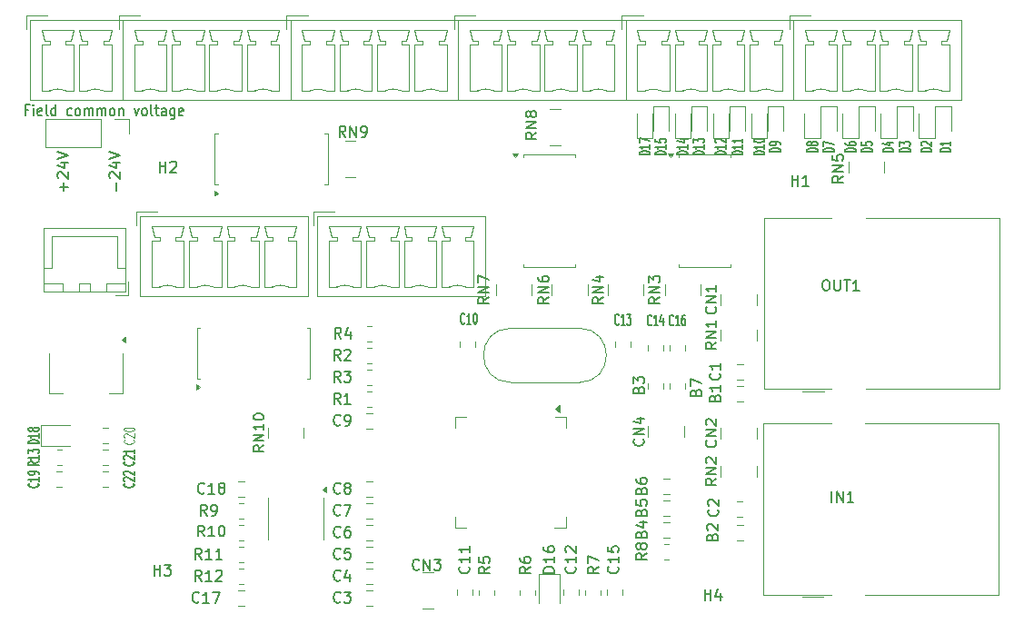
<source format=gbr>
%TF.GenerationSoftware,KiCad,Pcbnew,8.0.5*%
%TF.CreationDate,2024-10-29T23:36:48+01:00*%
%TF.ProjectId,8In-8Out-LAN9252-only,38496e2d-384f-4757-942d-4c414e393235,rev?*%
%TF.SameCoordinates,Original*%
%TF.FileFunction,Legend,Top*%
%TF.FilePolarity,Positive*%
%FSLAX46Y46*%
G04 Gerber Fmt 4.6, Leading zero omitted, Abs format (unit mm)*
G04 Created by KiCad (PCBNEW 8.0.5) date 2024-10-29 23:36:48*
%MOMM*%
%LPD*%
G01*
G04 APERTURE LIST*
%ADD10C,0.150000*%
%ADD11C,0.125000*%
%ADD12C,0.120000*%
G04 APERTURE END LIST*
D10*
X146805034Y-79673220D02*
X146805034Y-78911316D01*
X147185987Y-79292268D02*
X146424082Y-79292268D01*
X146281225Y-78482744D02*
X146233606Y-78435125D01*
X146233606Y-78435125D02*
X146185987Y-78339887D01*
X146185987Y-78339887D02*
X146185987Y-78101792D01*
X146185987Y-78101792D02*
X146233606Y-78006554D01*
X146233606Y-78006554D02*
X146281225Y-77958935D01*
X146281225Y-77958935D02*
X146376463Y-77911316D01*
X146376463Y-77911316D02*
X146471701Y-77911316D01*
X146471701Y-77911316D02*
X146614558Y-77958935D01*
X146614558Y-77958935D02*
X147185987Y-78530363D01*
X147185987Y-78530363D02*
X147185987Y-77911316D01*
X146519320Y-77054173D02*
X147185987Y-77054173D01*
X146138368Y-77292268D02*
X146852653Y-77530363D01*
X146852653Y-77530363D02*
X146852653Y-76911316D01*
X146185987Y-76673220D02*
X147185987Y-76339887D01*
X147185987Y-76339887D02*
X146185987Y-76006554D01*
X151634866Y-79673220D02*
X151634866Y-78911316D01*
X151111057Y-78482744D02*
X151063438Y-78435125D01*
X151063438Y-78435125D02*
X151015819Y-78339887D01*
X151015819Y-78339887D02*
X151015819Y-78101792D01*
X151015819Y-78101792D02*
X151063438Y-78006554D01*
X151063438Y-78006554D02*
X151111057Y-77958935D01*
X151111057Y-77958935D02*
X151206295Y-77911316D01*
X151206295Y-77911316D02*
X151301533Y-77911316D01*
X151301533Y-77911316D02*
X151444390Y-77958935D01*
X151444390Y-77958935D02*
X152015819Y-78530363D01*
X152015819Y-78530363D02*
X152015819Y-77911316D01*
X151349152Y-77054173D02*
X152015819Y-77054173D01*
X150968200Y-77292268D02*
X151682485Y-77530363D01*
X151682485Y-77530363D02*
X151682485Y-76911316D01*
X151015819Y-76673220D02*
X152015819Y-76339887D01*
X152015819Y-76339887D02*
X151015819Y-76006554D01*
X143487969Y-72117009D02*
X143187969Y-72117009D01*
X143187969Y-72640819D02*
X143187969Y-71640819D01*
X143187969Y-71640819D02*
X143616541Y-71640819D01*
X143959398Y-72640819D02*
X143959398Y-71974152D01*
X143959398Y-71640819D02*
X143916541Y-71688438D01*
X143916541Y-71688438D02*
X143959398Y-71736057D01*
X143959398Y-71736057D02*
X144002255Y-71688438D01*
X144002255Y-71688438D02*
X143959398Y-71640819D01*
X143959398Y-71640819D02*
X143959398Y-71736057D01*
X144730826Y-72593200D02*
X144645112Y-72640819D01*
X144645112Y-72640819D02*
X144473684Y-72640819D01*
X144473684Y-72640819D02*
X144387969Y-72593200D01*
X144387969Y-72593200D02*
X144345112Y-72497961D01*
X144345112Y-72497961D02*
X144345112Y-72117009D01*
X144345112Y-72117009D02*
X144387969Y-72021771D01*
X144387969Y-72021771D02*
X144473684Y-71974152D01*
X144473684Y-71974152D02*
X144645112Y-71974152D01*
X144645112Y-71974152D02*
X144730826Y-72021771D01*
X144730826Y-72021771D02*
X144773684Y-72117009D01*
X144773684Y-72117009D02*
X144773684Y-72212247D01*
X144773684Y-72212247D02*
X144345112Y-72307485D01*
X145287970Y-72640819D02*
X145202255Y-72593200D01*
X145202255Y-72593200D02*
X145159398Y-72497961D01*
X145159398Y-72497961D02*
X145159398Y-71640819D01*
X146016542Y-72640819D02*
X146016542Y-71640819D01*
X146016542Y-72593200D02*
X145930827Y-72640819D01*
X145930827Y-72640819D02*
X145759399Y-72640819D01*
X145759399Y-72640819D02*
X145673684Y-72593200D01*
X145673684Y-72593200D02*
X145630827Y-72545580D01*
X145630827Y-72545580D02*
X145587970Y-72450342D01*
X145587970Y-72450342D02*
X145587970Y-72164628D01*
X145587970Y-72164628D02*
X145630827Y-72069390D01*
X145630827Y-72069390D02*
X145673684Y-72021771D01*
X145673684Y-72021771D02*
X145759399Y-71974152D01*
X145759399Y-71974152D02*
X145930827Y-71974152D01*
X145930827Y-71974152D02*
X146016542Y-72021771D01*
X147516542Y-72593200D02*
X147430827Y-72640819D01*
X147430827Y-72640819D02*
X147259399Y-72640819D01*
X147259399Y-72640819D02*
X147173684Y-72593200D01*
X147173684Y-72593200D02*
X147130827Y-72545580D01*
X147130827Y-72545580D02*
X147087970Y-72450342D01*
X147087970Y-72450342D02*
X147087970Y-72164628D01*
X147087970Y-72164628D02*
X147130827Y-72069390D01*
X147130827Y-72069390D02*
X147173684Y-72021771D01*
X147173684Y-72021771D02*
X147259399Y-71974152D01*
X147259399Y-71974152D02*
X147430827Y-71974152D01*
X147430827Y-71974152D02*
X147516542Y-72021771D01*
X148030828Y-72640819D02*
X147945113Y-72593200D01*
X147945113Y-72593200D02*
X147902256Y-72545580D01*
X147902256Y-72545580D02*
X147859399Y-72450342D01*
X147859399Y-72450342D02*
X147859399Y-72164628D01*
X147859399Y-72164628D02*
X147902256Y-72069390D01*
X147902256Y-72069390D02*
X147945113Y-72021771D01*
X147945113Y-72021771D02*
X148030828Y-71974152D01*
X148030828Y-71974152D02*
X148159399Y-71974152D01*
X148159399Y-71974152D02*
X148245113Y-72021771D01*
X148245113Y-72021771D02*
X148287971Y-72069390D01*
X148287971Y-72069390D02*
X148330828Y-72164628D01*
X148330828Y-72164628D02*
X148330828Y-72450342D01*
X148330828Y-72450342D02*
X148287971Y-72545580D01*
X148287971Y-72545580D02*
X148245113Y-72593200D01*
X148245113Y-72593200D02*
X148159399Y-72640819D01*
X148159399Y-72640819D02*
X148030828Y-72640819D01*
X148716542Y-72640819D02*
X148716542Y-71974152D01*
X148716542Y-72069390D02*
X148759399Y-72021771D01*
X148759399Y-72021771D02*
X148845114Y-71974152D01*
X148845114Y-71974152D02*
X148973685Y-71974152D01*
X148973685Y-71974152D02*
X149059399Y-72021771D01*
X149059399Y-72021771D02*
X149102257Y-72117009D01*
X149102257Y-72117009D02*
X149102257Y-72640819D01*
X149102257Y-72117009D02*
X149145114Y-72021771D01*
X149145114Y-72021771D02*
X149230828Y-71974152D01*
X149230828Y-71974152D02*
X149359399Y-71974152D01*
X149359399Y-71974152D02*
X149445114Y-72021771D01*
X149445114Y-72021771D02*
X149487971Y-72117009D01*
X149487971Y-72117009D02*
X149487971Y-72640819D01*
X149916542Y-72640819D02*
X149916542Y-71974152D01*
X149916542Y-72069390D02*
X149959399Y-72021771D01*
X149959399Y-72021771D02*
X150045114Y-71974152D01*
X150045114Y-71974152D02*
X150173685Y-71974152D01*
X150173685Y-71974152D02*
X150259399Y-72021771D01*
X150259399Y-72021771D02*
X150302257Y-72117009D01*
X150302257Y-72117009D02*
X150302257Y-72640819D01*
X150302257Y-72117009D02*
X150345114Y-72021771D01*
X150345114Y-72021771D02*
X150430828Y-71974152D01*
X150430828Y-71974152D02*
X150559399Y-71974152D01*
X150559399Y-71974152D02*
X150645114Y-72021771D01*
X150645114Y-72021771D02*
X150687971Y-72117009D01*
X150687971Y-72117009D02*
X150687971Y-72640819D01*
X151245114Y-72640819D02*
X151159399Y-72593200D01*
X151159399Y-72593200D02*
X151116542Y-72545580D01*
X151116542Y-72545580D02*
X151073685Y-72450342D01*
X151073685Y-72450342D02*
X151073685Y-72164628D01*
X151073685Y-72164628D02*
X151116542Y-72069390D01*
X151116542Y-72069390D02*
X151159399Y-72021771D01*
X151159399Y-72021771D02*
X151245114Y-71974152D01*
X151245114Y-71974152D02*
X151373685Y-71974152D01*
X151373685Y-71974152D02*
X151459399Y-72021771D01*
X151459399Y-72021771D02*
X151502257Y-72069390D01*
X151502257Y-72069390D02*
X151545114Y-72164628D01*
X151545114Y-72164628D02*
X151545114Y-72450342D01*
X151545114Y-72450342D02*
X151502257Y-72545580D01*
X151502257Y-72545580D02*
X151459399Y-72593200D01*
X151459399Y-72593200D02*
X151373685Y-72640819D01*
X151373685Y-72640819D02*
X151245114Y-72640819D01*
X151930828Y-71974152D02*
X151930828Y-72640819D01*
X151930828Y-72069390D02*
X151973685Y-72021771D01*
X151973685Y-72021771D02*
X152059400Y-71974152D01*
X152059400Y-71974152D02*
X152187971Y-71974152D01*
X152187971Y-71974152D02*
X152273685Y-72021771D01*
X152273685Y-72021771D02*
X152316543Y-72117009D01*
X152316543Y-72117009D02*
X152316543Y-72640819D01*
X153345114Y-71974152D02*
X153559400Y-72640819D01*
X153559400Y-72640819D02*
X153773685Y-71974152D01*
X154245114Y-72640819D02*
X154159399Y-72593200D01*
X154159399Y-72593200D02*
X154116542Y-72545580D01*
X154116542Y-72545580D02*
X154073685Y-72450342D01*
X154073685Y-72450342D02*
X154073685Y-72164628D01*
X154073685Y-72164628D02*
X154116542Y-72069390D01*
X154116542Y-72069390D02*
X154159399Y-72021771D01*
X154159399Y-72021771D02*
X154245114Y-71974152D01*
X154245114Y-71974152D02*
X154373685Y-71974152D01*
X154373685Y-71974152D02*
X154459399Y-72021771D01*
X154459399Y-72021771D02*
X154502257Y-72069390D01*
X154502257Y-72069390D02*
X154545114Y-72164628D01*
X154545114Y-72164628D02*
X154545114Y-72450342D01*
X154545114Y-72450342D02*
X154502257Y-72545580D01*
X154502257Y-72545580D02*
X154459399Y-72593200D01*
X154459399Y-72593200D02*
X154373685Y-72640819D01*
X154373685Y-72640819D02*
X154245114Y-72640819D01*
X155059400Y-72640819D02*
X154973685Y-72593200D01*
X154973685Y-72593200D02*
X154930828Y-72497961D01*
X154930828Y-72497961D02*
X154930828Y-71640819D01*
X155273686Y-71974152D02*
X155616543Y-71974152D01*
X155402257Y-71640819D02*
X155402257Y-72497961D01*
X155402257Y-72497961D02*
X155445114Y-72593200D01*
X155445114Y-72593200D02*
X155530829Y-72640819D01*
X155530829Y-72640819D02*
X155616543Y-72640819D01*
X156302258Y-72640819D02*
X156302258Y-72117009D01*
X156302258Y-72117009D02*
X156259400Y-72021771D01*
X156259400Y-72021771D02*
X156173686Y-71974152D01*
X156173686Y-71974152D02*
X156002258Y-71974152D01*
X156002258Y-71974152D02*
X155916543Y-72021771D01*
X156302258Y-72593200D02*
X156216543Y-72640819D01*
X156216543Y-72640819D02*
X156002258Y-72640819D01*
X156002258Y-72640819D02*
X155916543Y-72593200D01*
X155916543Y-72593200D02*
X155873686Y-72497961D01*
X155873686Y-72497961D02*
X155873686Y-72402723D01*
X155873686Y-72402723D02*
X155916543Y-72307485D01*
X155916543Y-72307485D02*
X156002258Y-72259866D01*
X156002258Y-72259866D02*
X156216543Y-72259866D01*
X156216543Y-72259866D02*
X156302258Y-72212247D01*
X157116544Y-71974152D02*
X157116544Y-72783676D01*
X157116544Y-72783676D02*
X157073686Y-72878914D01*
X157073686Y-72878914D02*
X157030829Y-72926533D01*
X157030829Y-72926533D02*
X156945115Y-72974152D01*
X156945115Y-72974152D02*
X156816544Y-72974152D01*
X156816544Y-72974152D02*
X156730829Y-72926533D01*
X157116544Y-72593200D02*
X157030829Y-72640819D01*
X157030829Y-72640819D02*
X156859401Y-72640819D01*
X156859401Y-72640819D02*
X156773686Y-72593200D01*
X156773686Y-72593200D02*
X156730829Y-72545580D01*
X156730829Y-72545580D02*
X156687972Y-72450342D01*
X156687972Y-72450342D02*
X156687972Y-72164628D01*
X156687972Y-72164628D02*
X156730829Y-72069390D01*
X156730829Y-72069390D02*
X156773686Y-72021771D01*
X156773686Y-72021771D02*
X156859401Y-71974152D01*
X156859401Y-71974152D02*
X157030829Y-71974152D01*
X157030829Y-71974152D02*
X157116544Y-72021771D01*
X157887972Y-72593200D02*
X157802258Y-72640819D01*
X157802258Y-72640819D02*
X157630830Y-72640819D01*
X157630830Y-72640819D02*
X157545115Y-72593200D01*
X157545115Y-72593200D02*
X157502258Y-72497961D01*
X157502258Y-72497961D02*
X157502258Y-72117009D01*
X157502258Y-72117009D02*
X157545115Y-72021771D01*
X157545115Y-72021771D02*
X157630830Y-71974152D01*
X157630830Y-71974152D02*
X157802258Y-71974152D01*
X157802258Y-71974152D02*
X157887972Y-72021771D01*
X157887972Y-72021771D02*
X157930830Y-72117009D01*
X157930830Y-72117009D02*
X157930830Y-72212247D01*
X157930830Y-72212247D02*
X157502258Y-72307485D01*
X202894219Y-76293571D02*
X201894219Y-76293571D01*
X201894219Y-76293571D02*
X201894219Y-76150714D01*
X201894219Y-76150714D02*
X201941838Y-76065000D01*
X201941838Y-76065000D02*
X202037076Y-76007857D01*
X202037076Y-76007857D02*
X202132314Y-75979286D01*
X202132314Y-75979286D02*
X202322790Y-75950714D01*
X202322790Y-75950714D02*
X202465647Y-75950714D01*
X202465647Y-75950714D02*
X202656123Y-75979286D01*
X202656123Y-75979286D02*
X202751361Y-76007857D01*
X202751361Y-76007857D02*
X202846600Y-76065000D01*
X202846600Y-76065000D02*
X202894219Y-76150714D01*
X202894219Y-76150714D02*
X202894219Y-76293571D01*
X202894219Y-75379286D02*
X202894219Y-75722143D01*
X202894219Y-75550714D02*
X201894219Y-75550714D01*
X201894219Y-75550714D02*
X202037076Y-75607857D01*
X202037076Y-75607857D02*
X202132314Y-75665000D01*
X202132314Y-75665000D02*
X202179933Y-75722143D01*
X201894219Y-74836428D02*
X201894219Y-75122142D01*
X201894219Y-75122142D02*
X202370409Y-75150714D01*
X202370409Y-75150714D02*
X202322790Y-75122142D01*
X202322790Y-75122142D02*
X202275171Y-75065000D01*
X202275171Y-75065000D02*
X202275171Y-74922142D01*
X202275171Y-74922142D02*
X202322790Y-74865000D01*
X202322790Y-74865000D02*
X202370409Y-74836428D01*
X202370409Y-74836428D02*
X202465647Y-74807857D01*
X202465647Y-74807857D02*
X202703742Y-74807857D01*
X202703742Y-74807857D02*
X202798980Y-74836428D01*
X202798980Y-74836428D02*
X202846600Y-74865000D01*
X202846600Y-74865000D02*
X202894219Y-74922142D01*
X202894219Y-74922142D02*
X202894219Y-75065000D01*
X202894219Y-75065000D02*
X202846600Y-75122142D01*
X202846600Y-75122142D02*
X202798980Y-75150714D01*
X224101819Y-76007856D02*
X223101819Y-76007856D01*
X223101819Y-76007856D02*
X223101819Y-75864999D01*
X223101819Y-75864999D02*
X223149438Y-75779285D01*
X223149438Y-75779285D02*
X223244676Y-75722142D01*
X223244676Y-75722142D02*
X223339914Y-75693571D01*
X223339914Y-75693571D02*
X223530390Y-75664999D01*
X223530390Y-75664999D02*
X223673247Y-75664999D01*
X223673247Y-75664999D02*
X223863723Y-75693571D01*
X223863723Y-75693571D02*
X223958961Y-75722142D01*
X223958961Y-75722142D02*
X224054200Y-75779285D01*
X224054200Y-75779285D02*
X224101819Y-75864999D01*
X224101819Y-75864999D02*
X224101819Y-76007856D01*
X223435152Y-75150714D02*
X224101819Y-75150714D01*
X223054200Y-75293571D02*
X223768485Y-75436428D01*
X223768485Y-75436428D02*
X223768485Y-75064999D01*
X144472819Y-104906014D02*
X143996628Y-105106014D01*
X144472819Y-105248871D02*
X143472819Y-105248871D01*
X143472819Y-105248871D02*
X143472819Y-105020300D01*
X143472819Y-105020300D02*
X143520438Y-104963157D01*
X143520438Y-104963157D02*
X143568057Y-104934586D01*
X143568057Y-104934586D02*
X143663295Y-104906014D01*
X143663295Y-104906014D02*
X143806152Y-104906014D01*
X143806152Y-104906014D02*
X143901390Y-104934586D01*
X143901390Y-104934586D02*
X143949009Y-104963157D01*
X143949009Y-104963157D02*
X143996628Y-105020300D01*
X143996628Y-105020300D02*
X143996628Y-105248871D01*
X144472819Y-104334586D02*
X144472819Y-104677443D01*
X144472819Y-104506014D02*
X143472819Y-104506014D01*
X143472819Y-104506014D02*
X143615676Y-104563157D01*
X143615676Y-104563157D02*
X143710914Y-104620300D01*
X143710914Y-104620300D02*
X143758533Y-104677443D01*
X143472819Y-104134585D02*
X143472819Y-103763157D01*
X143472819Y-103763157D02*
X143853771Y-103963157D01*
X143853771Y-103963157D02*
X143853771Y-103877442D01*
X143853771Y-103877442D02*
X143901390Y-103820300D01*
X143901390Y-103820300D02*
X143949009Y-103791728D01*
X143949009Y-103791728D02*
X144044247Y-103763157D01*
X144044247Y-103763157D02*
X144282342Y-103763157D01*
X144282342Y-103763157D02*
X144377580Y-103791728D01*
X144377580Y-103791728D02*
X144425200Y-103820300D01*
X144425200Y-103820300D02*
X144472819Y-103877442D01*
X144472819Y-103877442D02*
X144472819Y-104048871D01*
X144472819Y-104048871D02*
X144425200Y-104106014D01*
X144425200Y-104106014D02*
X144377580Y-104134585D01*
X159631142Y-113992819D02*
X159297809Y-113516628D01*
X159059714Y-113992819D02*
X159059714Y-112992819D01*
X159059714Y-112992819D02*
X159440666Y-112992819D01*
X159440666Y-112992819D02*
X159535904Y-113040438D01*
X159535904Y-113040438D02*
X159583523Y-113088057D01*
X159583523Y-113088057D02*
X159631142Y-113183295D01*
X159631142Y-113183295D02*
X159631142Y-113326152D01*
X159631142Y-113326152D02*
X159583523Y-113421390D01*
X159583523Y-113421390D02*
X159535904Y-113469009D01*
X159535904Y-113469009D02*
X159440666Y-113516628D01*
X159440666Y-113516628D02*
X159059714Y-113516628D01*
X160583523Y-113992819D02*
X160012095Y-113992819D01*
X160297809Y-113992819D02*
X160297809Y-112992819D01*
X160297809Y-112992819D02*
X160202571Y-113135676D01*
X160202571Y-113135676D02*
X160107333Y-113230914D01*
X160107333Y-113230914D02*
X160012095Y-113278533D01*
X161535904Y-113992819D02*
X160964476Y-113992819D01*
X161250190Y-113992819D02*
X161250190Y-112992819D01*
X161250190Y-112992819D02*
X161154952Y-113135676D01*
X161154952Y-113135676D02*
X161059714Y-113230914D01*
X161059714Y-113230914D02*
X160964476Y-113278533D01*
X196618819Y-114720666D02*
X196142628Y-115053999D01*
X196618819Y-115292094D02*
X195618819Y-115292094D01*
X195618819Y-115292094D02*
X195618819Y-114911142D01*
X195618819Y-114911142D02*
X195666438Y-114815904D01*
X195666438Y-114815904D02*
X195714057Y-114768285D01*
X195714057Y-114768285D02*
X195809295Y-114720666D01*
X195809295Y-114720666D02*
X195952152Y-114720666D01*
X195952152Y-114720666D02*
X196047390Y-114768285D01*
X196047390Y-114768285D02*
X196095009Y-114815904D01*
X196095009Y-114815904D02*
X196142628Y-114911142D01*
X196142628Y-114911142D02*
X196142628Y-115292094D01*
X195618819Y-114387332D02*
X195618819Y-113720666D01*
X195618819Y-113720666D02*
X196618819Y-114149237D01*
X198496285Y-92053580D02*
X198467713Y-92101200D01*
X198467713Y-92101200D02*
X198381999Y-92148819D01*
X198381999Y-92148819D02*
X198324856Y-92148819D01*
X198324856Y-92148819D02*
X198239142Y-92101200D01*
X198239142Y-92101200D02*
X198181999Y-92005961D01*
X198181999Y-92005961D02*
X198153428Y-91910723D01*
X198153428Y-91910723D02*
X198124856Y-91720247D01*
X198124856Y-91720247D02*
X198124856Y-91577390D01*
X198124856Y-91577390D02*
X198153428Y-91386914D01*
X198153428Y-91386914D02*
X198181999Y-91291676D01*
X198181999Y-91291676D02*
X198239142Y-91196438D01*
X198239142Y-91196438D02*
X198324856Y-91148819D01*
X198324856Y-91148819D02*
X198381999Y-91148819D01*
X198381999Y-91148819D02*
X198467713Y-91196438D01*
X198467713Y-91196438D02*
X198496285Y-91244057D01*
X199067713Y-92148819D02*
X198724856Y-92148819D01*
X198896285Y-92148819D02*
X198896285Y-91148819D01*
X198896285Y-91148819D02*
X198839142Y-91291676D01*
X198839142Y-91291676D02*
X198781999Y-91386914D01*
X198781999Y-91386914D02*
X198724856Y-91434533D01*
X199267714Y-91148819D02*
X199639142Y-91148819D01*
X199639142Y-91148819D02*
X199439142Y-91529771D01*
X199439142Y-91529771D02*
X199524857Y-91529771D01*
X199524857Y-91529771D02*
X199582000Y-91577390D01*
X199582000Y-91577390D02*
X199610571Y-91625009D01*
X199610571Y-91625009D02*
X199639142Y-91720247D01*
X199639142Y-91720247D02*
X199639142Y-91958342D01*
X199639142Y-91958342D02*
X199610571Y-92053580D01*
X199610571Y-92053580D02*
X199582000Y-92101200D01*
X199582000Y-92101200D02*
X199524857Y-92148819D01*
X199524857Y-92148819D02*
X199353428Y-92148819D01*
X199353428Y-92148819D02*
X199296285Y-92101200D01*
X199296285Y-92101200D02*
X199267714Y-92053580D01*
X204926219Y-76293571D02*
X203926219Y-76293571D01*
X203926219Y-76293571D02*
X203926219Y-76150714D01*
X203926219Y-76150714D02*
X203973838Y-76065000D01*
X203973838Y-76065000D02*
X204069076Y-76007857D01*
X204069076Y-76007857D02*
X204164314Y-75979286D01*
X204164314Y-75979286D02*
X204354790Y-75950714D01*
X204354790Y-75950714D02*
X204497647Y-75950714D01*
X204497647Y-75950714D02*
X204688123Y-75979286D01*
X204688123Y-75979286D02*
X204783361Y-76007857D01*
X204783361Y-76007857D02*
X204878600Y-76065000D01*
X204878600Y-76065000D02*
X204926219Y-76150714D01*
X204926219Y-76150714D02*
X204926219Y-76293571D01*
X204926219Y-75379286D02*
X204926219Y-75722143D01*
X204926219Y-75550714D02*
X203926219Y-75550714D01*
X203926219Y-75550714D02*
X204069076Y-75607857D01*
X204069076Y-75607857D02*
X204164314Y-75665000D01*
X204164314Y-75665000D02*
X204211933Y-75722143D01*
X204259552Y-74865000D02*
X204926219Y-74865000D01*
X203878600Y-75007857D02*
X204592885Y-75150714D01*
X204592885Y-75150714D02*
X204592885Y-74779285D01*
X213562219Y-76007856D02*
X212562219Y-76007856D01*
X212562219Y-76007856D02*
X212562219Y-75864999D01*
X212562219Y-75864999D02*
X212609838Y-75779285D01*
X212609838Y-75779285D02*
X212705076Y-75722142D01*
X212705076Y-75722142D02*
X212800314Y-75693571D01*
X212800314Y-75693571D02*
X212990790Y-75664999D01*
X212990790Y-75664999D02*
X213133647Y-75664999D01*
X213133647Y-75664999D02*
X213324123Y-75693571D01*
X213324123Y-75693571D02*
X213419361Y-75722142D01*
X213419361Y-75722142D02*
X213514600Y-75779285D01*
X213514600Y-75779285D02*
X213562219Y-75864999D01*
X213562219Y-75864999D02*
X213562219Y-76007856D01*
X213562219Y-75379285D02*
X213562219Y-75264999D01*
X213562219Y-75264999D02*
X213514600Y-75207856D01*
X213514600Y-75207856D02*
X213466980Y-75179285D01*
X213466980Y-75179285D02*
X213324123Y-75122142D01*
X213324123Y-75122142D02*
X213133647Y-75093571D01*
X213133647Y-75093571D02*
X212752695Y-75093571D01*
X212752695Y-75093571D02*
X212657457Y-75122142D01*
X212657457Y-75122142D02*
X212609838Y-75150714D01*
X212609838Y-75150714D02*
X212562219Y-75207856D01*
X212562219Y-75207856D02*
X212562219Y-75322142D01*
X212562219Y-75322142D02*
X212609838Y-75379285D01*
X212609838Y-75379285D02*
X212657457Y-75407856D01*
X212657457Y-75407856D02*
X212752695Y-75436428D01*
X212752695Y-75436428D02*
X212990790Y-75436428D01*
X212990790Y-75436428D02*
X213086028Y-75407856D01*
X213086028Y-75407856D02*
X213133647Y-75379285D01*
X213133647Y-75379285D02*
X213181266Y-75322142D01*
X213181266Y-75322142D02*
X213181266Y-75207856D01*
X213181266Y-75207856D02*
X213133647Y-75150714D01*
X213133647Y-75150714D02*
X213086028Y-75122142D01*
X213086028Y-75122142D02*
X212990790Y-75093571D01*
X200337009Y-98194761D02*
X200384628Y-98051904D01*
X200384628Y-98051904D02*
X200432247Y-98004285D01*
X200432247Y-98004285D02*
X200527485Y-97956666D01*
X200527485Y-97956666D02*
X200670342Y-97956666D01*
X200670342Y-97956666D02*
X200765580Y-98004285D01*
X200765580Y-98004285D02*
X200813200Y-98051904D01*
X200813200Y-98051904D02*
X200860819Y-98147142D01*
X200860819Y-98147142D02*
X200860819Y-98528094D01*
X200860819Y-98528094D02*
X199860819Y-98528094D01*
X199860819Y-98528094D02*
X199860819Y-98194761D01*
X199860819Y-98194761D02*
X199908438Y-98099523D01*
X199908438Y-98099523D02*
X199956057Y-98051904D01*
X199956057Y-98051904D02*
X200051295Y-98004285D01*
X200051295Y-98004285D02*
X200146533Y-98004285D01*
X200146533Y-98004285D02*
X200241771Y-98051904D01*
X200241771Y-98051904D02*
X200289390Y-98099523D01*
X200289390Y-98099523D02*
X200337009Y-98194761D01*
X200337009Y-98194761D02*
X200337009Y-98528094D01*
X199860819Y-97623332D02*
X199860819Y-97004285D01*
X199860819Y-97004285D02*
X200241771Y-97337618D01*
X200241771Y-97337618D02*
X200241771Y-97194761D01*
X200241771Y-97194761D02*
X200289390Y-97099523D01*
X200289390Y-97099523D02*
X200337009Y-97051904D01*
X200337009Y-97051904D02*
X200432247Y-97004285D01*
X200432247Y-97004285D02*
X200670342Y-97004285D01*
X200670342Y-97004285D02*
X200765580Y-97051904D01*
X200765580Y-97051904D02*
X200813200Y-97099523D01*
X200813200Y-97099523D02*
X200860819Y-97194761D01*
X200860819Y-97194761D02*
X200860819Y-97480475D01*
X200860819Y-97480475D02*
X200813200Y-97575713D01*
X200813200Y-97575713D02*
X200765580Y-97623332D01*
X160107333Y-109928819D02*
X159774000Y-109452628D01*
X159535905Y-109928819D02*
X159535905Y-108928819D01*
X159535905Y-108928819D02*
X159916857Y-108928819D01*
X159916857Y-108928819D02*
X160012095Y-108976438D01*
X160012095Y-108976438D02*
X160059714Y-109024057D01*
X160059714Y-109024057D02*
X160107333Y-109119295D01*
X160107333Y-109119295D02*
X160107333Y-109262152D01*
X160107333Y-109262152D02*
X160059714Y-109357390D01*
X160059714Y-109357390D02*
X160012095Y-109405009D01*
X160012095Y-109405009D02*
X159916857Y-109452628D01*
X159916857Y-109452628D02*
X159535905Y-109452628D01*
X160583524Y-109928819D02*
X160774000Y-109928819D01*
X160774000Y-109928819D02*
X160869238Y-109881200D01*
X160869238Y-109881200D02*
X160916857Y-109833580D01*
X160916857Y-109833580D02*
X161012095Y-109690723D01*
X161012095Y-109690723D02*
X161059714Y-109500247D01*
X161059714Y-109500247D02*
X161059714Y-109119295D01*
X161059714Y-109119295D02*
X161012095Y-109024057D01*
X161012095Y-109024057D02*
X160964476Y-108976438D01*
X160964476Y-108976438D02*
X160869238Y-108928819D01*
X160869238Y-108928819D02*
X160678762Y-108928819D01*
X160678762Y-108928819D02*
X160583524Y-108976438D01*
X160583524Y-108976438D02*
X160535905Y-109024057D01*
X160535905Y-109024057D02*
X160488286Y-109119295D01*
X160488286Y-109119295D02*
X160488286Y-109357390D01*
X160488286Y-109357390D02*
X160535905Y-109452628D01*
X160535905Y-109452628D02*
X160583524Y-109500247D01*
X160583524Y-109500247D02*
X160678762Y-109547866D01*
X160678762Y-109547866D02*
X160869238Y-109547866D01*
X160869238Y-109547866D02*
X160964476Y-109500247D01*
X160964476Y-109500247D02*
X161012095Y-109452628D01*
X161012095Y-109452628D02*
X161059714Y-109357390D01*
X192478819Y-115260285D02*
X191478819Y-115260285D01*
X191478819Y-115260285D02*
X191478819Y-115022190D01*
X191478819Y-115022190D02*
X191526438Y-114879333D01*
X191526438Y-114879333D02*
X191621676Y-114784095D01*
X191621676Y-114784095D02*
X191716914Y-114736476D01*
X191716914Y-114736476D02*
X191907390Y-114688857D01*
X191907390Y-114688857D02*
X192050247Y-114688857D01*
X192050247Y-114688857D02*
X192240723Y-114736476D01*
X192240723Y-114736476D02*
X192335961Y-114784095D01*
X192335961Y-114784095D02*
X192431200Y-114879333D01*
X192431200Y-114879333D02*
X192478819Y-115022190D01*
X192478819Y-115022190D02*
X192478819Y-115260285D01*
X192478819Y-113736476D02*
X192478819Y-114307904D01*
X192478819Y-114022190D02*
X191478819Y-114022190D01*
X191478819Y-114022190D02*
X191621676Y-114117428D01*
X191621676Y-114117428D02*
X191716914Y-114212666D01*
X191716914Y-114212666D02*
X191764533Y-114307904D01*
X191478819Y-112879333D02*
X191478819Y-113069809D01*
X191478819Y-113069809D02*
X191526438Y-113165047D01*
X191526438Y-113165047D02*
X191574057Y-113212666D01*
X191574057Y-113212666D02*
X191716914Y-113307904D01*
X191716914Y-113307904D02*
X191907390Y-113355523D01*
X191907390Y-113355523D02*
X192288342Y-113355523D01*
X192288342Y-113355523D02*
X192383580Y-113307904D01*
X192383580Y-113307904D02*
X192431200Y-113260285D01*
X192431200Y-113260285D02*
X192478819Y-113165047D01*
X192478819Y-113165047D02*
X192478819Y-112974571D01*
X192478819Y-112974571D02*
X192431200Y-112879333D01*
X192431200Y-112879333D02*
X192383580Y-112831714D01*
X192383580Y-112831714D02*
X192288342Y-112784095D01*
X192288342Y-112784095D02*
X192050247Y-112784095D01*
X192050247Y-112784095D02*
X191955009Y-112831714D01*
X191955009Y-112831714D02*
X191907390Y-112879333D01*
X191907390Y-112879333D02*
X191859771Y-112974571D01*
X191859771Y-112974571D02*
X191859771Y-113165047D01*
X191859771Y-113165047D02*
X191907390Y-113260285D01*
X191907390Y-113260285D02*
X191955009Y-113307904D01*
X191955009Y-113307904D02*
X192050247Y-113355523D01*
X172553333Y-111865580D02*
X172505714Y-111913200D01*
X172505714Y-111913200D02*
X172362857Y-111960819D01*
X172362857Y-111960819D02*
X172267619Y-111960819D01*
X172267619Y-111960819D02*
X172124762Y-111913200D01*
X172124762Y-111913200D02*
X172029524Y-111817961D01*
X172029524Y-111817961D02*
X171981905Y-111722723D01*
X171981905Y-111722723D02*
X171934286Y-111532247D01*
X171934286Y-111532247D02*
X171934286Y-111389390D01*
X171934286Y-111389390D02*
X171981905Y-111198914D01*
X171981905Y-111198914D02*
X172029524Y-111103676D01*
X172029524Y-111103676D02*
X172124762Y-111008438D01*
X172124762Y-111008438D02*
X172267619Y-110960819D01*
X172267619Y-110960819D02*
X172362857Y-110960819D01*
X172362857Y-110960819D02*
X172505714Y-111008438D01*
X172505714Y-111008438D02*
X172553333Y-111056057D01*
X173410476Y-110960819D02*
X173220000Y-110960819D01*
X173220000Y-110960819D02*
X173124762Y-111008438D01*
X173124762Y-111008438D02*
X173077143Y-111056057D01*
X173077143Y-111056057D02*
X172981905Y-111198914D01*
X172981905Y-111198914D02*
X172934286Y-111389390D01*
X172934286Y-111389390D02*
X172934286Y-111770342D01*
X172934286Y-111770342D02*
X172981905Y-111865580D01*
X172981905Y-111865580D02*
X173029524Y-111913200D01*
X173029524Y-111913200D02*
X173124762Y-111960819D01*
X173124762Y-111960819D02*
X173315238Y-111960819D01*
X173315238Y-111960819D02*
X173410476Y-111913200D01*
X173410476Y-111913200D02*
X173458095Y-111865580D01*
X173458095Y-111865580D02*
X173505714Y-111770342D01*
X173505714Y-111770342D02*
X173505714Y-111532247D01*
X173505714Y-111532247D02*
X173458095Y-111437009D01*
X173458095Y-111437009D02*
X173410476Y-111389390D01*
X173410476Y-111389390D02*
X173315238Y-111341771D01*
X173315238Y-111341771D02*
X173124762Y-111341771D01*
X173124762Y-111341771D02*
X173029524Y-111389390D01*
X173029524Y-111389390D02*
X172981905Y-111437009D01*
X172981905Y-111437009D02*
X172934286Y-111532247D01*
X172553333Y-99514819D02*
X172220000Y-99038628D01*
X171981905Y-99514819D02*
X171981905Y-98514819D01*
X171981905Y-98514819D02*
X172362857Y-98514819D01*
X172362857Y-98514819D02*
X172458095Y-98562438D01*
X172458095Y-98562438D02*
X172505714Y-98610057D01*
X172505714Y-98610057D02*
X172553333Y-98705295D01*
X172553333Y-98705295D02*
X172553333Y-98848152D01*
X172553333Y-98848152D02*
X172505714Y-98943390D01*
X172505714Y-98943390D02*
X172458095Y-98991009D01*
X172458095Y-98991009D02*
X172362857Y-99038628D01*
X172362857Y-99038628D02*
X171981905Y-99038628D01*
X173505714Y-99514819D02*
X172934286Y-99514819D01*
X173220000Y-99514819D02*
X173220000Y-98514819D01*
X173220000Y-98514819D02*
X173124762Y-98657676D01*
X173124762Y-98657676D02*
X173029524Y-98752914D01*
X173029524Y-98752914D02*
X172934286Y-98800533D01*
X172553333Y-117961580D02*
X172505714Y-118009200D01*
X172505714Y-118009200D02*
X172362857Y-118056819D01*
X172362857Y-118056819D02*
X172267619Y-118056819D01*
X172267619Y-118056819D02*
X172124762Y-118009200D01*
X172124762Y-118009200D02*
X172029524Y-117913961D01*
X172029524Y-117913961D02*
X171981905Y-117818723D01*
X171981905Y-117818723D02*
X171934286Y-117628247D01*
X171934286Y-117628247D02*
X171934286Y-117485390D01*
X171934286Y-117485390D02*
X171981905Y-117294914D01*
X171981905Y-117294914D02*
X172029524Y-117199676D01*
X172029524Y-117199676D02*
X172124762Y-117104438D01*
X172124762Y-117104438D02*
X172267619Y-117056819D01*
X172267619Y-117056819D02*
X172362857Y-117056819D01*
X172362857Y-117056819D02*
X172505714Y-117104438D01*
X172505714Y-117104438D02*
X172553333Y-117152057D01*
X172886667Y-117056819D02*
X173505714Y-117056819D01*
X173505714Y-117056819D02*
X173172381Y-117437771D01*
X173172381Y-117437771D02*
X173315238Y-117437771D01*
X173315238Y-117437771D02*
X173410476Y-117485390D01*
X173410476Y-117485390D02*
X173458095Y-117533009D01*
X173458095Y-117533009D02*
X173505714Y-117628247D01*
X173505714Y-117628247D02*
X173505714Y-117866342D01*
X173505714Y-117866342D02*
X173458095Y-117961580D01*
X173458095Y-117961580D02*
X173410476Y-118009200D01*
X173410476Y-118009200D02*
X173315238Y-118056819D01*
X173315238Y-118056819D02*
X173029524Y-118056819D01*
X173029524Y-118056819D02*
X172934286Y-118009200D01*
X172934286Y-118009200D02*
X172886667Y-117961580D01*
X198377580Y-114688857D02*
X198425200Y-114736476D01*
X198425200Y-114736476D02*
X198472819Y-114879333D01*
X198472819Y-114879333D02*
X198472819Y-114974571D01*
X198472819Y-114974571D02*
X198425200Y-115117428D01*
X198425200Y-115117428D02*
X198329961Y-115212666D01*
X198329961Y-115212666D02*
X198234723Y-115260285D01*
X198234723Y-115260285D02*
X198044247Y-115307904D01*
X198044247Y-115307904D02*
X197901390Y-115307904D01*
X197901390Y-115307904D02*
X197710914Y-115260285D01*
X197710914Y-115260285D02*
X197615676Y-115212666D01*
X197615676Y-115212666D02*
X197520438Y-115117428D01*
X197520438Y-115117428D02*
X197472819Y-114974571D01*
X197472819Y-114974571D02*
X197472819Y-114879333D01*
X197472819Y-114879333D02*
X197520438Y-114736476D01*
X197520438Y-114736476D02*
X197568057Y-114688857D01*
X198472819Y-113736476D02*
X198472819Y-114307904D01*
X198472819Y-114022190D02*
X197472819Y-114022190D01*
X197472819Y-114022190D02*
X197615676Y-114117428D01*
X197615676Y-114117428D02*
X197710914Y-114212666D01*
X197710914Y-114212666D02*
X197758533Y-114307904D01*
X197472819Y-112831714D02*
X197472819Y-113307904D01*
X197472819Y-113307904D02*
X197949009Y-113355523D01*
X197949009Y-113355523D02*
X197901390Y-113307904D01*
X197901390Y-113307904D02*
X197853771Y-113212666D01*
X197853771Y-113212666D02*
X197853771Y-112974571D01*
X197853771Y-112974571D02*
X197901390Y-112879333D01*
X197901390Y-112879333D02*
X197949009Y-112831714D01*
X197949009Y-112831714D02*
X198044247Y-112784095D01*
X198044247Y-112784095D02*
X198282342Y-112784095D01*
X198282342Y-112784095D02*
X198377580Y-112831714D01*
X198377580Y-112831714D02*
X198425200Y-112879333D01*
X198425200Y-112879333D02*
X198472819Y-112974571D01*
X198472819Y-112974571D02*
X198472819Y-113212666D01*
X198472819Y-113212666D02*
X198425200Y-113307904D01*
X198425200Y-113307904D02*
X198377580Y-113355523D01*
X200765580Y-102798476D02*
X200813200Y-102846095D01*
X200813200Y-102846095D02*
X200860819Y-102988952D01*
X200860819Y-102988952D02*
X200860819Y-103084190D01*
X200860819Y-103084190D02*
X200813200Y-103227047D01*
X200813200Y-103227047D02*
X200717961Y-103322285D01*
X200717961Y-103322285D02*
X200622723Y-103369904D01*
X200622723Y-103369904D02*
X200432247Y-103417523D01*
X200432247Y-103417523D02*
X200289390Y-103417523D01*
X200289390Y-103417523D02*
X200098914Y-103369904D01*
X200098914Y-103369904D02*
X200003676Y-103322285D01*
X200003676Y-103322285D02*
X199908438Y-103227047D01*
X199908438Y-103227047D02*
X199860819Y-103084190D01*
X199860819Y-103084190D02*
X199860819Y-102988952D01*
X199860819Y-102988952D02*
X199908438Y-102846095D01*
X199908438Y-102846095D02*
X199956057Y-102798476D01*
X200860819Y-102369904D02*
X199860819Y-102369904D01*
X199860819Y-102369904D02*
X200860819Y-101798476D01*
X200860819Y-101798476D02*
X199860819Y-101798476D01*
X200194152Y-100893714D02*
X200860819Y-100893714D01*
X199813200Y-101131809D02*
X200527485Y-101369904D01*
X200527485Y-101369904D02*
X200527485Y-100750857D01*
X186458819Y-114720666D02*
X185982628Y-115053999D01*
X186458819Y-115292094D02*
X185458819Y-115292094D01*
X185458819Y-115292094D02*
X185458819Y-114911142D01*
X185458819Y-114911142D02*
X185506438Y-114815904D01*
X185506438Y-114815904D02*
X185554057Y-114768285D01*
X185554057Y-114768285D02*
X185649295Y-114720666D01*
X185649295Y-114720666D02*
X185792152Y-114720666D01*
X185792152Y-114720666D02*
X185887390Y-114768285D01*
X185887390Y-114768285D02*
X185935009Y-114815904D01*
X185935009Y-114815904D02*
X185982628Y-114911142D01*
X185982628Y-114911142D02*
X185982628Y-115292094D01*
X185458819Y-113815904D02*
X185458819Y-114292094D01*
X185458819Y-114292094D02*
X185935009Y-114339713D01*
X185935009Y-114339713D02*
X185887390Y-114292094D01*
X185887390Y-114292094D02*
X185839771Y-114196856D01*
X185839771Y-114196856D02*
X185839771Y-113958761D01*
X185839771Y-113958761D02*
X185887390Y-113863523D01*
X185887390Y-113863523D02*
X185935009Y-113815904D01*
X185935009Y-113815904D02*
X186030247Y-113768285D01*
X186030247Y-113768285D02*
X186268342Y-113768285D01*
X186268342Y-113768285D02*
X186363580Y-113815904D01*
X186363580Y-113815904D02*
X186411200Y-113863523D01*
X186411200Y-113863523D02*
X186458819Y-113958761D01*
X186458819Y-113958761D02*
X186458819Y-114196856D01*
X186458819Y-114196856D02*
X186411200Y-114292094D01*
X186411200Y-114292094D02*
X186363580Y-114339713D01*
X229435819Y-76007856D02*
X228435819Y-76007856D01*
X228435819Y-76007856D02*
X228435819Y-75864999D01*
X228435819Y-75864999D02*
X228483438Y-75779285D01*
X228483438Y-75779285D02*
X228578676Y-75722142D01*
X228578676Y-75722142D02*
X228673914Y-75693571D01*
X228673914Y-75693571D02*
X228864390Y-75664999D01*
X228864390Y-75664999D02*
X229007247Y-75664999D01*
X229007247Y-75664999D02*
X229197723Y-75693571D01*
X229197723Y-75693571D02*
X229292961Y-75722142D01*
X229292961Y-75722142D02*
X229388200Y-75779285D01*
X229388200Y-75779285D02*
X229435819Y-75864999D01*
X229435819Y-75864999D02*
X229435819Y-76007856D01*
X229435819Y-75093571D02*
X229435819Y-75436428D01*
X229435819Y-75264999D02*
X228435819Y-75264999D01*
X228435819Y-75264999D02*
X228578676Y-75322142D01*
X228578676Y-75322142D02*
X228673914Y-75379285D01*
X228673914Y-75379285D02*
X228721533Y-75436428D01*
X201544285Y-92119580D02*
X201515713Y-92167200D01*
X201515713Y-92167200D02*
X201429999Y-92214819D01*
X201429999Y-92214819D02*
X201372856Y-92214819D01*
X201372856Y-92214819D02*
X201287142Y-92167200D01*
X201287142Y-92167200D02*
X201229999Y-92071961D01*
X201229999Y-92071961D02*
X201201428Y-91976723D01*
X201201428Y-91976723D02*
X201172856Y-91786247D01*
X201172856Y-91786247D02*
X201172856Y-91643390D01*
X201172856Y-91643390D02*
X201201428Y-91452914D01*
X201201428Y-91452914D02*
X201229999Y-91357676D01*
X201229999Y-91357676D02*
X201287142Y-91262438D01*
X201287142Y-91262438D02*
X201372856Y-91214819D01*
X201372856Y-91214819D02*
X201429999Y-91214819D01*
X201429999Y-91214819D02*
X201515713Y-91262438D01*
X201515713Y-91262438D02*
X201544285Y-91310057D01*
X202115713Y-92214819D02*
X201772856Y-92214819D01*
X201944285Y-92214819D02*
X201944285Y-91214819D01*
X201944285Y-91214819D02*
X201887142Y-91357676D01*
X201887142Y-91357676D02*
X201829999Y-91452914D01*
X201829999Y-91452914D02*
X201772856Y-91500533D01*
X202630000Y-91548152D02*
X202630000Y-92214819D01*
X202487142Y-91167200D02*
X202344285Y-91881485D01*
X202344285Y-91881485D02*
X202715714Y-91881485D01*
X207496580Y-102925476D02*
X207544200Y-102973095D01*
X207544200Y-102973095D02*
X207591819Y-103115952D01*
X207591819Y-103115952D02*
X207591819Y-103211190D01*
X207591819Y-103211190D02*
X207544200Y-103354047D01*
X207544200Y-103354047D02*
X207448961Y-103449285D01*
X207448961Y-103449285D02*
X207353723Y-103496904D01*
X207353723Y-103496904D02*
X207163247Y-103544523D01*
X207163247Y-103544523D02*
X207020390Y-103544523D01*
X207020390Y-103544523D02*
X206829914Y-103496904D01*
X206829914Y-103496904D02*
X206734676Y-103449285D01*
X206734676Y-103449285D02*
X206639438Y-103354047D01*
X206639438Y-103354047D02*
X206591819Y-103211190D01*
X206591819Y-103211190D02*
X206591819Y-103115952D01*
X206591819Y-103115952D02*
X206639438Y-102973095D01*
X206639438Y-102973095D02*
X206687057Y-102925476D01*
X207591819Y-102496904D02*
X206591819Y-102496904D01*
X206591819Y-102496904D02*
X207591819Y-101925476D01*
X207591819Y-101925476D02*
X206591819Y-101925476D01*
X206687057Y-101496904D02*
X206639438Y-101449285D01*
X206639438Y-101449285D02*
X206591819Y-101354047D01*
X206591819Y-101354047D02*
X206591819Y-101115952D01*
X206591819Y-101115952D02*
X206639438Y-101020714D01*
X206639438Y-101020714D02*
X206687057Y-100973095D01*
X206687057Y-100973095D02*
X206782295Y-100925476D01*
X206782295Y-100925476D02*
X206877533Y-100925476D01*
X206877533Y-100925476D02*
X207020390Y-100973095D01*
X207020390Y-100973095D02*
X207591819Y-101544523D01*
X207591819Y-101544523D02*
X207591819Y-100925476D01*
X207591819Y-106481476D02*
X207115628Y-106814809D01*
X207591819Y-107052904D02*
X206591819Y-107052904D01*
X206591819Y-107052904D02*
X206591819Y-106671952D01*
X206591819Y-106671952D02*
X206639438Y-106576714D01*
X206639438Y-106576714D02*
X206687057Y-106529095D01*
X206687057Y-106529095D02*
X206782295Y-106481476D01*
X206782295Y-106481476D02*
X206925152Y-106481476D01*
X206925152Y-106481476D02*
X207020390Y-106529095D01*
X207020390Y-106529095D02*
X207068009Y-106576714D01*
X207068009Y-106576714D02*
X207115628Y-106671952D01*
X207115628Y-106671952D02*
X207115628Y-107052904D01*
X207591819Y-106052904D02*
X206591819Y-106052904D01*
X206591819Y-106052904D02*
X207591819Y-105481476D01*
X207591819Y-105481476D02*
X206591819Y-105481476D01*
X206687057Y-105052904D02*
X206639438Y-105005285D01*
X206639438Y-105005285D02*
X206591819Y-104910047D01*
X206591819Y-104910047D02*
X206591819Y-104671952D01*
X206591819Y-104671952D02*
X206639438Y-104576714D01*
X206639438Y-104576714D02*
X206687057Y-104529095D01*
X206687057Y-104529095D02*
X206782295Y-104481476D01*
X206782295Y-104481476D02*
X206877533Y-104481476D01*
X206877533Y-104481476D02*
X207020390Y-104529095D01*
X207020390Y-104529095D02*
X207591819Y-105100523D01*
X207591819Y-105100523D02*
X207591819Y-104481476D01*
X207877580Y-96686666D02*
X207925200Y-96734285D01*
X207925200Y-96734285D02*
X207972819Y-96877142D01*
X207972819Y-96877142D02*
X207972819Y-96972380D01*
X207972819Y-96972380D02*
X207925200Y-97115237D01*
X207925200Y-97115237D02*
X207829961Y-97210475D01*
X207829961Y-97210475D02*
X207734723Y-97258094D01*
X207734723Y-97258094D02*
X207544247Y-97305713D01*
X207544247Y-97305713D02*
X207401390Y-97305713D01*
X207401390Y-97305713D02*
X207210914Y-97258094D01*
X207210914Y-97258094D02*
X207115676Y-97210475D01*
X207115676Y-97210475D02*
X207020438Y-97115237D01*
X207020438Y-97115237D02*
X206972819Y-96972380D01*
X206972819Y-96972380D02*
X206972819Y-96877142D01*
X206972819Y-96877142D02*
X207020438Y-96734285D01*
X207020438Y-96734285D02*
X207068057Y-96686666D01*
X207972819Y-95734285D02*
X207972819Y-96305713D01*
X207972819Y-96019999D02*
X206972819Y-96019999D01*
X206972819Y-96019999D02*
X207115676Y-96115237D01*
X207115676Y-96115237D02*
X207210914Y-96210475D01*
X207210914Y-96210475D02*
X207258533Y-96305713D01*
X172553333Y-109833580D02*
X172505714Y-109881200D01*
X172505714Y-109881200D02*
X172362857Y-109928819D01*
X172362857Y-109928819D02*
X172267619Y-109928819D01*
X172267619Y-109928819D02*
X172124762Y-109881200D01*
X172124762Y-109881200D02*
X172029524Y-109785961D01*
X172029524Y-109785961D02*
X171981905Y-109690723D01*
X171981905Y-109690723D02*
X171934286Y-109500247D01*
X171934286Y-109500247D02*
X171934286Y-109357390D01*
X171934286Y-109357390D02*
X171981905Y-109166914D01*
X171981905Y-109166914D02*
X172029524Y-109071676D01*
X172029524Y-109071676D02*
X172124762Y-108976438D01*
X172124762Y-108976438D02*
X172267619Y-108928819D01*
X172267619Y-108928819D02*
X172362857Y-108928819D01*
X172362857Y-108928819D02*
X172505714Y-108976438D01*
X172505714Y-108976438D02*
X172553333Y-109024057D01*
X172886667Y-108928819D02*
X173553333Y-108928819D01*
X173553333Y-108928819D02*
X173124762Y-109928819D01*
X144377580Y-106938014D02*
X144425200Y-106966586D01*
X144425200Y-106966586D02*
X144472819Y-107052300D01*
X144472819Y-107052300D02*
X144472819Y-107109443D01*
X144472819Y-107109443D02*
X144425200Y-107195157D01*
X144425200Y-107195157D02*
X144329961Y-107252300D01*
X144329961Y-107252300D02*
X144234723Y-107280871D01*
X144234723Y-107280871D02*
X144044247Y-107309443D01*
X144044247Y-107309443D02*
X143901390Y-107309443D01*
X143901390Y-107309443D02*
X143710914Y-107280871D01*
X143710914Y-107280871D02*
X143615676Y-107252300D01*
X143615676Y-107252300D02*
X143520438Y-107195157D01*
X143520438Y-107195157D02*
X143472819Y-107109443D01*
X143472819Y-107109443D02*
X143472819Y-107052300D01*
X143472819Y-107052300D02*
X143520438Y-106966586D01*
X143520438Y-106966586D02*
X143568057Y-106938014D01*
X144472819Y-106366586D02*
X144472819Y-106709443D01*
X144472819Y-106538014D02*
X143472819Y-106538014D01*
X143472819Y-106538014D02*
X143615676Y-106595157D01*
X143615676Y-106595157D02*
X143710914Y-106652300D01*
X143710914Y-106652300D02*
X143758533Y-106709443D01*
X144472819Y-106080871D02*
X144472819Y-105966585D01*
X144472819Y-105966585D02*
X144425200Y-105909442D01*
X144425200Y-105909442D02*
X144377580Y-105880871D01*
X144377580Y-105880871D02*
X144234723Y-105823728D01*
X144234723Y-105823728D02*
X144044247Y-105795157D01*
X144044247Y-105795157D02*
X143663295Y-105795157D01*
X143663295Y-105795157D02*
X143568057Y-105823728D01*
X143568057Y-105823728D02*
X143520438Y-105852300D01*
X143520438Y-105852300D02*
X143472819Y-105909442D01*
X143472819Y-105909442D02*
X143472819Y-106023728D01*
X143472819Y-106023728D02*
X143520438Y-106080871D01*
X143520438Y-106080871D02*
X143568057Y-106109442D01*
X143568057Y-106109442D02*
X143663295Y-106138014D01*
X143663295Y-106138014D02*
X143901390Y-106138014D01*
X143901390Y-106138014D02*
X143996628Y-106109442D01*
X143996628Y-106109442D02*
X144044247Y-106080871D01*
X144044247Y-106080871D02*
X144091866Y-106023728D01*
X144091866Y-106023728D02*
X144091866Y-105909442D01*
X144091866Y-105909442D02*
X144044247Y-105852300D01*
X144044247Y-105852300D02*
X143996628Y-105823728D01*
X143996628Y-105823728D02*
X143901390Y-105795157D01*
X190827819Y-74223476D02*
X190351628Y-74556809D01*
X190827819Y-74794904D02*
X189827819Y-74794904D01*
X189827819Y-74794904D02*
X189827819Y-74413952D01*
X189827819Y-74413952D02*
X189875438Y-74318714D01*
X189875438Y-74318714D02*
X189923057Y-74271095D01*
X189923057Y-74271095D02*
X190018295Y-74223476D01*
X190018295Y-74223476D02*
X190161152Y-74223476D01*
X190161152Y-74223476D02*
X190256390Y-74271095D01*
X190256390Y-74271095D02*
X190304009Y-74318714D01*
X190304009Y-74318714D02*
X190351628Y-74413952D01*
X190351628Y-74413952D02*
X190351628Y-74794904D01*
X190827819Y-73794904D02*
X189827819Y-73794904D01*
X189827819Y-73794904D02*
X190827819Y-73223476D01*
X190827819Y-73223476D02*
X189827819Y-73223476D01*
X190256390Y-72604428D02*
X190208771Y-72699666D01*
X190208771Y-72699666D02*
X190161152Y-72747285D01*
X190161152Y-72747285D02*
X190065914Y-72794904D01*
X190065914Y-72794904D02*
X190018295Y-72794904D01*
X190018295Y-72794904D02*
X189923057Y-72747285D01*
X189923057Y-72747285D02*
X189875438Y-72699666D01*
X189875438Y-72699666D02*
X189827819Y-72604428D01*
X189827819Y-72604428D02*
X189827819Y-72413952D01*
X189827819Y-72413952D02*
X189875438Y-72318714D01*
X189875438Y-72318714D02*
X189923057Y-72271095D01*
X189923057Y-72271095D02*
X190018295Y-72223476D01*
X190018295Y-72223476D02*
X190065914Y-72223476D01*
X190065914Y-72223476D02*
X190161152Y-72271095D01*
X190161152Y-72271095D02*
X190208771Y-72318714D01*
X190208771Y-72318714D02*
X190256390Y-72413952D01*
X190256390Y-72413952D02*
X190256390Y-72604428D01*
X190256390Y-72604428D02*
X190304009Y-72699666D01*
X190304009Y-72699666D02*
X190351628Y-72747285D01*
X190351628Y-72747285D02*
X190446866Y-72794904D01*
X190446866Y-72794904D02*
X190637342Y-72794904D01*
X190637342Y-72794904D02*
X190732580Y-72747285D01*
X190732580Y-72747285D02*
X190780200Y-72699666D01*
X190780200Y-72699666D02*
X190827819Y-72604428D01*
X190827819Y-72604428D02*
X190827819Y-72413952D01*
X190827819Y-72413952D02*
X190780200Y-72318714D01*
X190780200Y-72318714D02*
X190732580Y-72271095D01*
X190732580Y-72271095D02*
X190637342Y-72223476D01*
X190637342Y-72223476D02*
X190446866Y-72223476D01*
X190446866Y-72223476D02*
X190351628Y-72271095D01*
X190351628Y-72271095D02*
X190304009Y-72318714D01*
X190304009Y-72318714D02*
X190256390Y-72413952D01*
X172553333Y-113897580D02*
X172505714Y-113945200D01*
X172505714Y-113945200D02*
X172362857Y-113992819D01*
X172362857Y-113992819D02*
X172267619Y-113992819D01*
X172267619Y-113992819D02*
X172124762Y-113945200D01*
X172124762Y-113945200D02*
X172029524Y-113849961D01*
X172029524Y-113849961D02*
X171981905Y-113754723D01*
X171981905Y-113754723D02*
X171934286Y-113564247D01*
X171934286Y-113564247D02*
X171934286Y-113421390D01*
X171934286Y-113421390D02*
X171981905Y-113230914D01*
X171981905Y-113230914D02*
X172029524Y-113135676D01*
X172029524Y-113135676D02*
X172124762Y-113040438D01*
X172124762Y-113040438D02*
X172267619Y-112992819D01*
X172267619Y-112992819D02*
X172362857Y-112992819D01*
X172362857Y-112992819D02*
X172505714Y-113040438D01*
X172505714Y-113040438D02*
X172553333Y-113088057D01*
X173458095Y-112992819D02*
X172981905Y-112992819D01*
X172981905Y-112992819D02*
X172934286Y-113469009D01*
X172934286Y-113469009D02*
X172981905Y-113421390D01*
X172981905Y-113421390D02*
X173077143Y-113373771D01*
X173077143Y-113373771D02*
X173315238Y-113373771D01*
X173315238Y-113373771D02*
X173410476Y-113421390D01*
X173410476Y-113421390D02*
X173458095Y-113469009D01*
X173458095Y-113469009D02*
X173505714Y-113564247D01*
X173505714Y-113564247D02*
X173505714Y-113802342D01*
X173505714Y-113802342D02*
X173458095Y-113897580D01*
X173458095Y-113897580D02*
X173410476Y-113945200D01*
X173410476Y-113945200D02*
X173315238Y-113992819D01*
X173315238Y-113992819D02*
X173077143Y-113992819D01*
X173077143Y-113992819D02*
X172981905Y-113945200D01*
X172981905Y-113945200D02*
X172934286Y-113897580D01*
X217035319Y-76007856D02*
X216035319Y-76007856D01*
X216035319Y-76007856D02*
X216035319Y-75864999D01*
X216035319Y-75864999D02*
X216082938Y-75779285D01*
X216082938Y-75779285D02*
X216178176Y-75722142D01*
X216178176Y-75722142D02*
X216273414Y-75693571D01*
X216273414Y-75693571D02*
X216463890Y-75664999D01*
X216463890Y-75664999D02*
X216606747Y-75664999D01*
X216606747Y-75664999D02*
X216797223Y-75693571D01*
X216797223Y-75693571D02*
X216892461Y-75722142D01*
X216892461Y-75722142D02*
X216987700Y-75779285D01*
X216987700Y-75779285D02*
X217035319Y-75864999D01*
X217035319Y-75864999D02*
X217035319Y-76007856D01*
X216463890Y-75322142D02*
X216416271Y-75379285D01*
X216416271Y-75379285D02*
X216368652Y-75407856D01*
X216368652Y-75407856D02*
X216273414Y-75436428D01*
X216273414Y-75436428D02*
X216225795Y-75436428D01*
X216225795Y-75436428D02*
X216130557Y-75407856D01*
X216130557Y-75407856D02*
X216082938Y-75379285D01*
X216082938Y-75379285D02*
X216035319Y-75322142D01*
X216035319Y-75322142D02*
X216035319Y-75207856D01*
X216035319Y-75207856D02*
X216082938Y-75150714D01*
X216082938Y-75150714D02*
X216130557Y-75122142D01*
X216130557Y-75122142D02*
X216225795Y-75093571D01*
X216225795Y-75093571D02*
X216273414Y-75093571D01*
X216273414Y-75093571D02*
X216368652Y-75122142D01*
X216368652Y-75122142D02*
X216416271Y-75150714D01*
X216416271Y-75150714D02*
X216463890Y-75207856D01*
X216463890Y-75207856D02*
X216463890Y-75322142D01*
X216463890Y-75322142D02*
X216511509Y-75379285D01*
X216511509Y-75379285D02*
X216559128Y-75407856D01*
X216559128Y-75407856D02*
X216654366Y-75436428D01*
X216654366Y-75436428D02*
X216844842Y-75436428D01*
X216844842Y-75436428D02*
X216940080Y-75407856D01*
X216940080Y-75407856D02*
X216987700Y-75379285D01*
X216987700Y-75379285D02*
X217035319Y-75322142D01*
X217035319Y-75322142D02*
X217035319Y-75207856D01*
X217035319Y-75207856D02*
X216987700Y-75150714D01*
X216987700Y-75150714D02*
X216940080Y-75122142D01*
X216940080Y-75122142D02*
X216844842Y-75093571D01*
X216844842Y-75093571D02*
X216654366Y-75093571D01*
X216654366Y-75093571D02*
X216559128Y-75122142D01*
X216559128Y-75122142D02*
X216511509Y-75150714D01*
X216511509Y-75150714D02*
X216463890Y-75207856D01*
X218329000Y-108658819D02*
X218329000Y-107658819D01*
X218805190Y-108658819D02*
X218805190Y-107658819D01*
X218805190Y-107658819D02*
X219376618Y-108658819D01*
X219376618Y-108658819D02*
X219376618Y-107658819D01*
X220376618Y-108658819D02*
X219805190Y-108658819D01*
X220090904Y-108658819D02*
X220090904Y-107658819D01*
X220090904Y-107658819D02*
X219995666Y-107801676D01*
X219995666Y-107801676D02*
X219900428Y-107896914D01*
X219900428Y-107896914D02*
X219805190Y-107944533D01*
X184145285Y-91967580D02*
X184116713Y-92015200D01*
X184116713Y-92015200D02*
X184030999Y-92062819D01*
X184030999Y-92062819D02*
X183973856Y-92062819D01*
X183973856Y-92062819D02*
X183888142Y-92015200D01*
X183888142Y-92015200D02*
X183830999Y-91919961D01*
X183830999Y-91919961D02*
X183802428Y-91824723D01*
X183802428Y-91824723D02*
X183773856Y-91634247D01*
X183773856Y-91634247D02*
X183773856Y-91491390D01*
X183773856Y-91491390D02*
X183802428Y-91300914D01*
X183802428Y-91300914D02*
X183830999Y-91205676D01*
X183830999Y-91205676D02*
X183888142Y-91110438D01*
X183888142Y-91110438D02*
X183973856Y-91062819D01*
X183973856Y-91062819D02*
X184030999Y-91062819D01*
X184030999Y-91062819D02*
X184116713Y-91110438D01*
X184116713Y-91110438D02*
X184145285Y-91158057D01*
X184716713Y-92062819D02*
X184373856Y-92062819D01*
X184545285Y-92062819D02*
X184545285Y-91062819D01*
X184545285Y-91062819D02*
X184488142Y-91205676D01*
X184488142Y-91205676D02*
X184430999Y-91300914D01*
X184430999Y-91300914D02*
X184373856Y-91348533D01*
X185088142Y-91062819D02*
X185145285Y-91062819D01*
X185145285Y-91062819D02*
X185202428Y-91110438D01*
X185202428Y-91110438D02*
X185231000Y-91158057D01*
X185231000Y-91158057D02*
X185259571Y-91253295D01*
X185259571Y-91253295D02*
X185288142Y-91443771D01*
X185288142Y-91443771D02*
X185288142Y-91681866D01*
X185288142Y-91681866D02*
X185259571Y-91872342D01*
X185259571Y-91872342D02*
X185231000Y-91967580D01*
X185231000Y-91967580D02*
X185202428Y-92015200D01*
X185202428Y-92015200D02*
X185145285Y-92062819D01*
X185145285Y-92062819D02*
X185088142Y-92062819D01*
X185088142Y-92062819D02*
X185031000Y-92015200D01*
X185031000Y-92015200D02*
X185002428Y-91967580D01*
X185002428Y-91967580D02*
X184973857Y-91872342D01*
X184973857Y-91872342D02*
X184945285Y-91681866D01*
X184945285Y-91681866D02*
X184945285Y-91443771D01*
X184945285Y-91443771D02*
X184973857Y-91253295D01*
X184973857Y-91253295D02*
X185002428Y-91158057D01*
X185002428Y-91158057D02*
X185031000Y-91110438D01*
X185031000Y-91110438D02*
X185088142Y-91062819D01*
X218559319Y-76007856D02*
X217559319Y-76007856D01*
X217559319Y-76007856D02*
X217559319Y-75864999D01*
X217559319Y-75864999D02*
X217606938Y-75779285D01*
X217606938Y-75779285D02*
X217702176Y-75722142D01*
X217702176Y-75722142D02*
X217797414Y-75693571D01*
X217797414Y-75693571D02*
X217987890Y-75664999D01*
X217987890Y-75664999D02*
X218130747Y-75664999D01*
X218130747Y-75664999D02*
X218321223Y-75693571D01*
X218321223Y-75693571D02*
X218416461Y-75722142D01*
X218416461Y-75722142D02*
X218511700Y-75779285D01*
X218511700Y-75779285D02*
X218559319Y-75864999D01*
X218559319Y-75864999D02*
X218559319Y-76007856D01*
X217559319Y-75464999D02*
X217559319Y-75064999D01*
X217559319Y-75064999D02*
X218559319Y-75322142D01*
X172553333Y-95450819D02*
X172220000Y-94974628D01*
X171981905Y-95450819D02*
X171981905Y-94450819D01*
X171981905Y-94450819D02*
X172362857Y-94450819D01*
X172362857Y-94450819D02*
X172458095Y-94498438D01*
X172458095Y-94498438D02*
X172505714Y-94546057D01*
X172505714Y-94546057D02*
X172553333Y-94641295D01*
X172553333Y-94641295D02*
X172553333Y-94784152D01*
X172553333Y-94784152D02*
X172505714Y-94879390D01*
X172505714Y-94879390D02*
X172458095Y-94927009D01*
X172458095Y-94927009D02*
X172362857Y-94974628D01*
X172362857Y-94974628D02*
X171981905Y-94974628D01*
X172934286Y-94546057D02*
X172981905Y-94498438D01*
X172981905Y-94498438D02*
X173077143Y-94450819D01*
X173077143Y-94450819D02*
X173315238Y-94450819D01*
X173315238Y-94450819D02*
X173410476Y-94498438D01*
X173410476Y-94498438D02*
X173458095Y-94546057D01*
X173458095Y-94546057D02*
X173505714Y-94641295D01*
X173505714Y-94641295D02*
X173505714Y-94736533D01*
X173505714Y-94736533D02*
X173458095Y-94879390D01*
X173458095Y-94879390D02*
X172886667Y-95450819D01*
X172886667Y-95450819D02*
X173505714Y-95450819D01*
X200591009Y-109624761D02*
X200638628Y-109481904D01*
X200638628Y-109481904D02*
X200686247Y-109434285D01*
X200686247Y-109434285D02*
X200781485Y-109386666D01*
X200781485Y-109386666D02*
X200924342Y-109386666D01*
X200924342Y-109386666D02*
X201019580Y-109434285D01*
X201019580Y-109434285D02*
X201067200Y-109481904D01*
X201067200Y-109481904D02*
X201114819Y-109577142D01*
X201114819Y-109577142D02*
X201114819Y-109958094D01*
X201114819Y-109958094D02*
X200114819Y-109958094D01*
X200114819Y-109958094D02*
X200114819Y-109624761D01*
X200114819Y-109624761D02*
X200162438Y-109529523D01*
X200162438Y-109529523D02*
X200210057Y-109481904D01*
X200210057Y-109481904D02*
X200305295Y-109434285D01*
X200305295Y-109434285D02*
X200400533Y-109434285D01*
X200400533Y-109434285D02*
X200495771Y-109481904D01*
X200495771Y-109481904D02*
X200543390Y-109529523D01*
X200543390Y-109529523D02*
X200591009Y-109624761D01*
X200591009Y-109624761D02*
X200591009Y-109958094D01*
X200114819Y-108481904D02*
X200114819Y-108958094D01*
X200114819Y-108958094D02*
X200591009Y-109005713D01*
X200591009Y-109005713D02*
X200543390Y-108958094D01*
X200543390Y-108958094D02*
X200495771Y-108862856D01*
X200495771Y-108862856D02*
X200495771Y-108624761D01*
X200495771Y-108624761D02*
X200543390Y-108529523D01*
X200543390Y-108529523D02*
X200591009Y-108481904D01*
X200591009Y-108481904D02*
X200686247Y-108434285D01*
X200686247Y-108434285D02*
X200924342Y-108434285D01*
X200924342Y-108434285D02*
X201019580Y-108481904D01*
X201019580Y-108481904D02*
X201067200Y-108529523D01*
X201067200Y-108529523D02*
X201114819Y-108624761D01*
X201114819Y-108624761D02*
X201114819Y-108862856D01*
X201114819Y-108862856D02*
X201067200Y-108958094D01*
X201067200Y-108958094D02*
X201019580Y-109005713D01*
X159631142Y-116024819D02*
X159297809Y-115548628D01*
X159059714Y-116024819D02*
X159059714Y-115024819D01*
X159059714Y-115024819D02*
X159440666Y-115024819D01*
X159440666Y-115024819D02*
X159535904Y-115072438D01*
X159535904Y-115072438D02*
X159583523Y-115120057D01*
X159583523Y-115120057D02*
X159631142Y-115215295D01*
X159631142Y-115215295D02*
X159631142Y-115358152D01*
X159631142Y-115358152D02*
X159583523Y-115453390D01*
X159583523Y-115453390D02*
X159535904Y-115501009D01*
X159535904Y-115501009D02*
X159440666Y-115548628D01*
X159440666Y-115548628D02*
X159059714Y-115548628D01*
X160583523Y-116024819D02*
X160012095Y-116024819D01*
X160297809Y-116024819D02*
X160297809Y-115024819D01*
X160297809Y-115024819D02*
X160202571Y-115167676D01*
X160202571Y-115167676D02*
X160107333Y-115262914D01*
X160107333Y-115262914D02*
X160012095Y-115310533D01*
X160964476Y-115120057D02*
X161012095Y-115072438D01*
X161012095Y-115072438D02*
X161107333Y-115024819D01*
X161107333Y-115024819D02*
X161345428Y-115024819D01*
X161345428Y-115024819D02*
X161440666Y-115072438D01*
X161440666Y-115072438D02*
X161488285Y-115120057D01*
X161488285Y-115120057D02*
X161535904Y-115215295D01*
X161535904Y-115215295D02*
X161535904Y-115310533D01*
X161535904Y-115310533D02*
X161488285Y-115453390D01*
X161488285Y-115453390D02*
X160916857Y-116024819D01*
X160916857Y-116024819D02*
X161535904Y-116024819D01*
X172553333Y-101451580D02*
X172505714Y-101499200D01*
X172505714Y-101499200D02*
X172362857Y-101546819D01*
X172362857Y-101546819D02*
X172267619Y-101546819D01*
X172267619Y-101546819D02*
X172124762Y-101499200D01*
X172124762Y-101499200D02*
X172029524Y-101403961D01*
X172029524Y-101403961D02*
X171981905Y-101308723D01*
X171981905Y-101308723D02*
X171934286Y-101118247D01*
X171934286Y-101118247D02*
X171934286Y-100975390D01*
X171934286Y-100975390D02*
X171981905Y-100784914D01*
X171981905Y-100784914D02*
X172029524Y-100689676D01*
X172029524Y-100689676D02*
X172124762Y-100594438D01*
X172124762Y-100594438D02*
X172267619Y-100546819D01*
X172267619Y-100546819D02*
X172362857Y-100546819D01*
X172362857Y-100546819D02*
X172505714Y-100594438D01*
X172505714Y-100594438D02*
X172553333Y-100642057D01*
X173029524Y-101546819D02*
X173220000Y-101546819D01*
X173220000Y-101546819D02*
X173315238Y-101499200D01*
X173315238Y-101499200D02*
X173362857Y-101451580D01*
X173362857Y-101451580D02*
X173458095Y-101308723D01*
X173458095Y-101308723D02*
X173505714Y-101118247D01*
X173505714Y-101118247D02*
X173505714Y-100737295D01*
X173505714Y-100737295D02*
X173458095Y-100642057D01*
X173458095Y-100642057D02*
X173410476Y-100594438D01*
X173410476Y-100594438D02*
X173315238Y-100546819D01*
X173315238Y-100546819D02*
X173124762Y-100546819D01*
X173124762Y-100546819D02*
X173029524Y-100594438D01*
X173029524Y-100594438D02*
X172981905Y-100642057D01*
X172981905Y-100642057D02*
X172934286Y-100737295D01*
X172934286Y-100737295D02*
X172934286Y-100975390D01*
X172934286Y-100975390D02*
X172981905Y-101070628D01*
X172981905Y-101070628D02*
X173029524Y-101118247D01*
X173029524Y-101118247D02*
X173124762Y-101165866D01*
X173124762Y-101165866D02*
X173315238Y-101165866D01*
X173315238Y-101165866D02*
X173410476Y-101118247D01*
X173410476Y-101118247D02*
X173458095Y-101070628D01*
X173458095Y-101070628D02*
X173505714Y-100975390D01*
X200591009Y-107592761D02*
X200638628Y-107449904D01*
X200638628Y-107449904D02*
X200686247Y-107402285D01*
X200686247Y-107402285D02*
X200781485Y-107354666D01*
X200781485Y-107354666D02*
X200924342Y-107354666D01*
X200924342Y-107354666D02*
X201019580Y-107402285D01*
X201019580Y-107402285D02*
X201067200Y-107449904D01*
X201067200Y-107449904D02*
X201114819Y-107545142D01*
X201114819Y-107545142D02*
X201114819Y-107926094D01*
X201114819Y-107926094D02*
X200114819Y-107926094D01*
X200114819Y-107926094D02*
X200114819Y-107592761D01*
X200114819Y-107592761D02*
X200162438Y-107497523D01*
X200162438Y-107497523D02*
X200210057Y-107449904D01*
X200210057Y-107449904D02*
X200305295Y-107402285D01*
X200305295Y-107402285D02*
X200400533Y-107402285D01*
X200400533Y-107402285D02*
X200495771Y-107449904D01*
X200495771Y-107449904D02*
X200543390Y-107497523D01*
X200543390Y-107497523D02*
X200591009Y-107592761D01*
X200591009Y-107592761D02*
X200591009Y-107926094D01*
X200114819Y-106497523D02*
X200114819Y-106687999D01*
X200114819Y-106687999D02*
X200162438Y-106783237D01*
X200162438Y-106783237D02*
X200210057Y-106830856D01*
X200210057Y-106830856D02*
X200352914Y-106926094D01*
X200352914Y-106926094D02*
X200543390Y-106973713D01*
X200543390Y-106973713D02*
X200924342Y-106973713D01*
X200924342Y-106973713D02*
X201019580Y-106926094D01*
X201019580Y-106926094D02*
X201067200Y-106878475D01*
X201067200Y-106878475D02*
X201114819Y-106783237D01*
X201114819Y-106783237D02*
X201114819Y-106592761D01*
X201114819Y-106592761D02*
X201067200Y-106497523D01*
X201067200Y-106497523D02*
X201019580Y-106449904D01*
X201019580Y-106449904D02*
X200924342Y-106402285D01*
X200924342Y-106402285D02*
X200686247Y-106402285D01*
X200686247Y-106402285D02*
X200591009Y-106449904D01*
X200591009Y-106449904D02*
X200543390Y-106497523D01*
X200543390Y-106497523D02*
X200495771Y-106592761D01*
X200495771Y-106592761D02*
X200495771Y-106783237D01*
X200495771Y-106783237D02*
X200543390Y-106878475D01*
X200543390Y-106878475D02*
X200591009Y-106926094D01*
X200591009Y-106926094D02*
X200686247Y-106973713D01*
X155194095Y-115516819D02*
X155194095Y-114516819D01*
X155194095Y-114993009D02*
X155765523Y-114993009D01*
X155765523Y-115516819D02*
X155765523Y-114516819D01*
X156146476Y-114516819D02*
X156765523Y-114516819D01*
X156765523Y-114516819D02*
X156432190Y-114897771D01*
X156432190Y-114897771D02*
X156575047Y-114897771D01*
X156575047Y-114897771D02*
X156670285Y-114945390D01*
X156670285Y-114945390D02*
X156717904Y-114993009D01*
X156717904Y-114993009D02*
X156765523Y-115088247D01*
X156765523Y-115088247D02*
X156765523Y-115326342D01*
X156765523Y-115326342D02*
X156717904Y-115421580D01*
X156717904Y-115421580D02*
X156670285Y-115469200D01*
X156670285Y-115469200D02*
X156575047Y-115516819D01*
X156575047Y-115516819D02*
X156289333Y-115516819D01*
X156289333Y-115516819D02*
X156194095Y-115469200D01*
X156194095Y-115469200D02*
X156146476Y-115421580D01*
X179903523Y-114913580D02*
X179855904Y-114961200D01*
X179855904Y-114961200D02*
X179713047Y-115008819D01*
X179713047Y-115008819D02*
X179617809Y-115008819D01*
X179617809Y-115008819D02*
X179474952Y-114961200D01*
X179474952Y-114961200D02*
X179379714Y-114865961D01*
X179379714Y-114865961D02*
X179332095Y-114770723D01*
X179332095Y-114770723D02*
X179284476Y-114580247D01*
X179284476Y-114580247D02*
X179284476Y-114437390D01*
X179284476Y-114437390D02*
X179332095Y-114246914D01*
X179332095Y-114246914D02*
X179379714Y-114151676D01*
X179379714Y-114151676D02*
X179474952Y-114056438D01*
X179474952Y-114056438D02*
X179617809Y-114008819D01*
X179617809Y-114008819D02*
X179713047Y-114008819D01*
X179713047Y-114008819D02*
X179855904Y-114056438D01*
X179855904Y-114056438D02*
X179903523Y-114104057D01*
X180332095Y-115008819D02*
X180332095Y-114008819D01*
X180332095Y-114008819D02*
X180903523Y-115008819D01*
X180903523Y-115008819D02*
X180903523Y-114008819D01*
X181284476Y-114008819D02*
X181903523Y-114008819D01*
X181903523Y-114008819D02*
X181570190Y-114389771D01*
X181570190Y-114389771D02*
X181713047Y-114389771D01*
X181713047Y-114389771D02*
X181808285Y-114437390D01*
X181808285Y-114437390D02*
X181855904Y-114485009D01*
X181855904Y-114485009D02*
X181903523Y-114580247D01*
X181903523Y-114580247D02*
X181903523Y-114818342D01*
X181903523Y-114818342D02*
X181855904Y-114913580D01*
X181855904Y-114913580D02*
X181808285Y-114961200D01*
X181808285Y-114961200D02*
X181713047Y-115008819D01*
X181713047Y-115008819D02*
X181427333Y-115008819D01*
X181427333Y-115008819D02*
X181332095Y-114961200D01*
X181332095Y-114961200D02*
X181284476Y-114913580D01*
X172553333Y-115929580D02*
X172505714Y-115977200D01*
X172505714Y-115977200D02*
X172362857Y-116024819D01*
X172362857Y-116024819D02*
X172267619Y-116024819D01*
X172267619Y-116024819D02*
X172124762Y-115977200D01*
X172124762Y-115977200D02*
X172029524Y-115881961D01*
X172029524Y-115881961D02*
X171981905Y-115786723D01*
X171981905Y-115786723D02*
X171934286Y-115596247D01*
X171934286Y-115596247D02*
X171934286Y-115453390D01*
X171934286Y-115453390D02*
X171981905Y-115262914D01*
X171981905Y-115262914D02*
X172029524Y-115167676D01*
X172029524Y-115167676D02*
X172124762Y-115072438D01*
X172124762Y-115072438D02*
X172267619Y-115024819D01*
X172267619Y-115024819D02*
X172362857Y-115024819D01*
X172362857Y-115024819D02*
X172505714Y-115072438D01*
X172505714Y-115072438D02*
X172553333Y-115120057D01*
X173410476Y-115358152D02*
X173410476Y-116024819D01*
X173172381Y-114977200D02*
X172934286Y-115691485D01*
X172934286Y-115691485D02*
X173553333Y-115691485D01*
X201415719Y-76293571D02*
X200415719Y-76293571D01*
X200415719Y-76293571D02*
X200415719Y-76150714D01*
X200415719Y-76150714D02*
X200463338Y-76065000D01*
X200463338Y-76065000D02*
X200558576Y-76007857D01*
X200558576Y-76007857D02*
X200653814Y-75979286D01*
X200653814Y-75979286D02*
X200844290Y-75950714D01*
X200844290Y-75950714D02*
X200987147Y-75950714D01*
X200987147Y-75950714D02*
X201177623Y-75979286D01*
X201177623Y-75979286D02*
X201272861Y-76007857D01*
X201272861Y-76007857D02*
X201368100Y-76065000D01*
X201368100Y-76065000D02*
X201415719Y-76150714D01*
X201415719Y-76150714D02*
X201415719Y-76293571D01*
X201415719Y-75379286D02*
X201415719Y-75722143D01*
X201415719Y-75550714D02*
X200415719Y-75550714D01*
X200415719Y-75550714D02*
X200558576Y-75607857D01*
X200558576Y-75607857D02*
X200653814Y-75665000D01*
X200653814Y-75665000D02*
X200701433Y-75722143D01*
X200415719Y-75179285D02*
X200415719Y-74779285D01*
X200415719Y-74779285D02*
X201415719Y-75036428D01*
X207496580Y-90479476D02*
X207544200Y-90527095D01*
X207544200Y-90527095D02*
X207591819Y-90669952D01*
X207591819Y-90669952D02*
X207591819Y-90765190D01*
X207591819Y-90765190D02*
X207544200Y-90908047D01*
X207544200Y-90908047D02*
X207448961Y-91003285D01*
X207448961Y-91003285D02*
X207353723Y-91050904D01*
X207353723Y-91050904D02*
X207163247Y-91098523D01*
X207163247Y-91098523D02*
X207020390Y-91098523D01*
X207020390Y-91098523D02*
X206829914Y-91050904D01*
X206829914Y-91050904D02*
X206734676Y-91003285D01*
X206734676Y-91003285D02*
X206639438Y-90908047D01*
X206639438Y-90908047D02*
X206591819Y-90765190D01*
X206591819Y-90765190D02*
X206591819Y-90669952D01*
X206591819Y-90669952D02*
X206639438Y-90527095D01*
X206639438Y-90527095D02*
X206687057Y-90479476D01*
X207591819Y-90050904D02*
X206591819Y-90050904D01*
X206591819Y-90050904D02*
X207591819Y-89479476D01*
X207591819Y-89479476D02*
X206591819Y-89479476D01*
X207591819Y-88479476D02*
X207591819Y-89050904D01*
X207591819Y-88765190D02*
X206591819Y-88765190D01*
X206591819Y-88765190D02*
X206734676Y-88860428D01*
X206734676Y-88860428D02*
X206829914Y-88955666D01*
X206829914Y-88955666D02*
X206877533Y-89050904D01*
X194415580Y-114688857D02*
X194463200Y-114736476D01*
X194463200Y-114736476D02*
X194510819Y-114879333D01*
X194510819Y-114879333D02*
X194510819Y-114974571D01*
X194510819Y-114974571D02*
X194463200Y-115117428D01*
X194463200Y-115117428D02*
X194367961Y-115212666D01*
X194367961Y-115212666D02*
X194272723Y-115260285D01*
X194272723Y-115260285D02*
X194082247Y-115307904D01*
X194082247Y-115307904D02*
X193939390Y-115307904D01*
X193939390Y-115307904D02*
X193748914Y-115260285D01*
X193748914Y-115260285D02*
X193653676Y-115212666D01*
X193653676Y-115212666D02*
X193558438Y-115117428D01*
X193558438Y-115117428D02*
X193510819Y-114974571D01*
X193510819Y-114974571D02*
X193510819Y-114879333D01*
X193510819Y-114879333D02*
X193558438Y-114736476D01*
X193558438Y-114736476D02*
X193606057Y-114688857D01*
X194510819Y-113736476D02*
X194510819Y-114307904D01*
X194510819Y-114022190D02*
X193510819Y-114022190D01*
X193510819Y-114022190D02*
X193653676Y-114117428D01*
X193653676Y-114117428D02*
X193748914Y-114212666D01*
X193748914Y-114212666D02*
X193796533Y-114307904D01*
X193606057Y-113355523D02*
X193558438Y-113307904D01*
X193558438Y-113307904D02*
X193510819Y-113212666D01*
X193510819Y-113212666D02*
X193510819Y-112974571D01*
X193510819Y-112974571D02*
X193558438Y-112879333D01*
X193558438Y-112879333D02*
X193606057Y-112831714D01*
X193606057Y-112831714D02*
X193701295Y-112784095D01*
X193701295Y-112784095D02*
X193796533Y-112784095D01*
X193796533Y-112784095D02*
X193939390Y-112831714D01*
X193939390Y-112831714D02*
X194510819Y-113403142D01*
X194510819Y-113403142D02*
X194510819Y-112784095D01*
X207449009Y-98956761D02*
X207496628Y-98813904D01*
X207496628Y-98813904D02*
X207544247Y-98766285D01*
X207544247Y-98766285D02*
X207639485Y-98718666D01*
X207639485Y-98718666D02*
X207782342Y-98718666D01*
X207782342Y-98718666D02*
X207877580Y-98766285D01*
X207877580Y-98766285D02*
X207925200Y-98813904D01*
X207925200Y-98813904D02*
X207972819Y-98909142D01*
X207972819Y-98909142D02*
X207972819Y-99290094D01*
X207972819Y-99290094D02*
X206972819Y-99290094D01*
X206972819Y-99290094D02*
X206972819Y-98956761D01*
X206972819Y-98956761D02*
X207020438Y-98861523D01*
X207020438Y-98861523D02*
X207068057Y-98813904D01*
X207068057Y-98813904D02*
X207163295Y-98766285D01*
X207163295Y-98766285D02*
X207258533Y-98766285D01*
X207258533Y-98766285D02*
X207353771Y-98813904D01*
X207353771Y-98813904D02*
X207401390Y-98861523D01*
X207401390Y-98861523D02*
X207449009Y-98956761D01*
X207449009Y-98956761D02*
X207449009Y-99290094D01*
X207972819Y-97766285D02*
X207972819Y-98337713D01*
X207972819Y-98051999D02*
X206972819Y-98051999D01*
X206972819Y-98051999D02*
X207115676Y-98147237D01*
X207115676Y-98147237D02*
X207210914Y-98242475D01*
X207210914Y-98242475D02*
X207258533Y-98337713D01*
X201114819Y-113450666D02*
X200638628Y-113783999D01*
X201114819Y-114022094D02*
X200114819Y-114022094D01*
X200114819Y-114022094D02*
X200114819Y-113641142D01*
X200114819Y-113641142D02*
X200162438Y-113545904D01*
X200162438Y-113545904D02*
X200210057Y-113498285D01*
X200210057Y-113498285D02*
X200305295Y-113450666D01*
X200305295Y-113450666D02*
X200448152Y-113450666D01*
X200448152Y-113450666D02*
X200543390Y-113498285D01*
X200543390Y-113498285D02*
X200591009Y-113545904D01*
X200591009Y-113545904D02*
X200638628Y-113641142D01*
X200638628Y-113641142D02*
X200638628Y-114022094D01*
X200543390Y-112879237D02*
X200495771Y-112974475D01*
X200495771Y-112974475D02*
X200448152Y-113022094D01*
X200448152Y-113022094D02*
X200352914Y-113069713D01*
X200352914Y-113069713D02*
X200305295Y-113069713D01*
X200305295Y-113069713D02*
X200210057Y-113022094D01*
X200210057Y-113022094D02*
X200162438Y-112974475D01*
X200162438Y-112974475D02*
X200114819Y-112879237D01*
X200114819Y-112879237D02*
X200114819Y-112688761D01*
X200114819Y-112688761D02*
X200162438Y-112593523D01*
X200162438Y-112593523D02*
X200210057Y-112545904D01*
X200210057Y-112545904D02*
X200305295Y-112498285D01*
X200305295Y-112498285D02*
X200352914Y-112498285D01*
X200352914Y-112498285D02*
X200448152Y-112545904D01*
X200448152Y-112545904D02*
X200495771Y-112593523D01*
X200495771Y-112593523D02*
X200543390Y-112688761D01*
X200543390Y-112688761D02*
X200543390Y-112879237D01*
X200543390Y-112879237D02*
X200591009Y-112974475D01*
X200591009Y-112974475D02*
X200638628Y-113022094D01*
X200638628Y-113022094D02*
X200733866Y-113069713D01*
X200733866Y-113069713D02*
X200924342Y-113069713D01*
X200924342Y-113069713D02*
X201019580Y-113022094D01*
X201019580Y-113022094D02*
X201067200Y-112974475D01*
X201067200Y-112974475D02*
X201114819Y-112879237D01*
X201114819Y-112879237D02*
X201114819Y-112688761D01*
X201114819Y-112688761D02*
X201067200Y-112593523D01*
X201067200Y-112593523D02*
X201019580Y-112545904D01*
X201019580Y-112545904D02*
X200924342Y-112498285D01*
X200924342Y-112498285D02*
X200733866Y-112498285D01*
X200733866Y-112498285D02*
X200638628Y-112545904D01*
X200638628Y-112545904D02*
X200591009Y-112593523D01*
X200591009Y-112593523D02*
X200543390Y-112688761D01*
X203576285Y-92119580D02*
X203547713Y-92167200D01*
X203547713Y-92167200D02*
X203461999Y-92214819D01*
X203461999Y-92214819D02*
X203404856Y-92214819D01*
X203404856Y-92214819D02*
X203319142Y-92167200D01*
X203319142Y-92167200D02*
X203261999Y-92071961D01*
X203261999Y-92071961D02*
X203233428Y-91976723D01*
X203233428Y-91976723D02*
X203204856Y-91786247D01*
X203204856Y-91786247D02*
X203204856Y-91643390D01*
X203204856Y-91643390D02*
X203233428Y-91452914D01*
X203233428Y-91452914D02*
X203261999Y-91357676D01*
X203261999Y-91357676D02*
X203319142Y-91262438D01*
X203319142Y-91262438D02*
X203404856Y-91214819D01*
X203404856Y-91214819D02*
X203461999Y-91214819D01*
X203461999Y-91214819D02*
X203547713Y-91262438D01*
X203547713Y-91262438D02*
X203576285Y-91310057D01*
X204147713Y-92214819D02*
X203804856Y-92214819D01*
X203976285Y-92214819D02*
X203976285Y-91214819D01*
X203976285Y-91214819D02*
X203919142Y-91357676D01*
X203919142Y-91357676D02*
X203861999Y-91452914D01*
X203861999Y-91452914D02*
X203804856Y-91500533D01*
X204662000Y-91214819D02*
X204547714Y-91214819D01*
X204547714Y-91214819D02*
X204490571Y-91262438D01*
X204490571Y-91262438D02*
X204462000Y-91310057D01*
X204462000Y-91310057D02*
X204404857Y-91452914D01*
X204404857Y-91452914D02*
X204376285Y-91643390D01*
X204376285Y-91643390D02*
X204376285Y-92024342D01*
X204376285Y-92024342D02*
X204404857Y-92119580D01*
X204404857Y-92119580D02*
X204433428Y-92167200D01*
X204433428Y-92167200D02*
X204490571Y-92214819D01*
X204490571Y-92214819D02*
X204604857Y-92214819D01*
X204604857Y-92214819D02*
X204662000Y-92167200D01*
X204662000Y-92167200D02*
X204690571Y-92119580D01*
X204690571Y-92119580D02*
X204719142Y-92024342D01*
X204719142Y-92024342D02*
X204719142Y-91786247D01*
X204719142Y-91786247D02*
X204690571Y-91691009D01*
X204690571Y-91691009D02*
X204662000Y-91643390D01*
X204662000Y-91643390D02*
X204604857Y-91595771D01*
X204604857Y-91595771D02*
X204490571Y-91595771D01*
X204490571Y-91595771D02*
X204433428Y-91643390D01*
X204433428Y-91643390D02*
X204404857Y-91691009D01*
X204404857Y-91691009D02*
X204376285Y-91786247D01*
X205671009Y-98448761D02*
X205718628Y-98305904D01*
X205718628Y-98305904D02*
X205766247Y-98258285D01*
X205766247Y-98258285D02*
X205861485Y-98210666D01*
X205861485Y-98210666D02*
X206004342Y-98210666D01*
X206004342Y-98210666D02*
X206099580Y-98258285D01*
X206099580Y-98258285D02*
X206147200Y-98305904D01*
X206147200Y-98305904D02*
X206194819Y-98401142D01*
X206194819Y-98401142D02*
X206194819Y-98782094D01*
X206194819Y-98782094D02*
X205194819Y-98782094D01*
X205194819Y-98782094D02*
X205194819Y-98448761D01*
X205194819Y-98448761D02*
X205242438Y-98353523D01*
X205242438Y-98353523D02*
X205290057Y-98305904D01*
X205290057Y-98305904D02*
X205385295Y-98258285D01*
X205385295Y-98258285D02*
X205480533Y-98258285D01*
X205480533Y-98258285D02*
X205575771Y-98305904D01*
X205575771Y-98305904D02*
X205623390Y-98353523D01*
X205623390Y-98353523D02*
X205671009Y-98448761D01*
X205671009Y-98448761D02*
X205671009Y-98782094D01*
X205194819Y-97877332D02*
X205194819Y-97210666D01*
X205194819Y-97210666D02*
X206194819Y-97639237D01*
X202314819Y-89590476D02*
X201838628Y-89923809D01*
X202314819Y-90161904D02*
X201314819Y-90161904D01*
X201314819Y-90161904D02*
X201314819Y-89780952D01*
X201314819Y-89780952D02*
X201362438Y-89685714D01*
X201362438Y-89685714D02*
X201410057Y-89638095D01*
X201410057Y-89638095D02*
X201505295Y-89590476D01*
X201505295Y-89590476D02*
X201648152Y-89590476D01*
X201648152Y-89590476D02*
X201743390Y-89638095D01*
X201743390Y-89638095D02*
X201791009Y-89685714D01*
X201791009Y-89685714D02*
X201838628Y-89780952D01*
X201838628Y-89780952D02*
X201838628Y-90161904D01*
X202314819Y-89161904D02*
X201314819Y-89161904D01*
X201314819Y-89161904D02*
X202314819Y-88590476D01*
X202314819Y-88590476D02*
X201314819Y-88590476D01*
X201314819Y-88209523D02*
X201314819Y-87590476D01*
X201314819Y-87590476D02*
X201695771Y-87923809D01*
X201695771Y-87923809D02*
X201695771Y-87780952D01*
X201695771Y-87780952D02*
X201743390Y-87685714D01*
X201743390Y-87685714D02*
X201791009Y-87638095D01*
X201791009Y-87638095D02*
X201886247Y-87590476D01*
X201886247Y-87590476D02*
X202124342Y-87590476D01*
X202124342Y-87590476D02*
X202219580Y-87638095D01*
X202219580Y-87638095D02*
X202267200Y-87685714D01*
X202267200Y-87685714D02*
X202314819Y-87780952D01*
X202314819Y-87780952D02*
X202314819Y-88066666D01*
X202314819Y-88066666D02*
X202267200Y-88161904D01*
X202267200Y-88161904D02*
X202219580Y-88209523D01*
X159885142Y-107801580D02*
X159837523Y-107849200D01*
X159837523Y-107849200D02*
X159694666Y-107896819D01*
X159694666Y-107896819D02*
X159599428Y-107896819D01*
X159599428Y-107896819D02*
X159456571Y-107849200D01*
X159456571Y-107849200D02*
X159361333Y-107753961D01*
X159361333Y-107753961D02*
X159313714Y-107658723D01*
X159313714Y-107658723D02*
X159266095Y-107468247D01*
X159266095Y-107468247D02*
X159266095Y-107325390D01*
X159266095Y-107325390D02*
X159313714Y-107134914D01*
X159313714Y-107134914D02*
X159361333Y-107039676D01*
X159361333Y-107039676D02*
X159456571Y-106944438D01*
X159456571Y-106944438D02*
X159599428Y-106896819D01*
X159599428Y-106896819D02*
X159694666Y-106896819D01*
X159694666Y-106896819D02*
X159837523Y-106944438D01*
X159837523Y-106944438D02*
X159885142Y-106992057D01*
X160837523Y-107896819D02*
X160266095Y-107896819D01*
X160551809Y-107896819D02*
X160551809Y-106896819D01*
X160551809Y-106896819D02*
X160456571Y-107039676D01*
X160456571Y-107039676D02*
X160361333Y-107134914D01*
X160361333Y-107134914D02*
X160266095Y-107182533D01*
X161408952Y-107325390D02*
X161313714Y-107277771D01*
X161313714Y-107277771D02*
X161266095Y-107230152D01*
X161266095Y-107230152D02*
X161218476Y-107134914D01*
X161218476Y-107134914D02*
X161218476Y-107087295D01*
X161218476Y-107087295D02*
X161266095Y-106992057D01*
X161266095Y-106992057D02*
X161313714Y-106944438D01*
X161313714Y-106944438D02*
X161408952Y-106896819D01*
X161408952Y-106896819D02*
X161599428Y-106896819D01*
X161599428Y-106896819D02*
X161694666Y-106944438D01*
X161694666Y-106944438D02*
X161742285Y-106992057D01*
X161742285Y-106992057D02*
X161789904Y-107087295D01*
X161789904Y-107087295D02*
X161789904Y-107134914D01*
X161789904Y-107134914D02*
X161742285Y-107230152D01*
X161742285Y-107230152D02*
X161694666Y-107277771D01*
X161694666Y-107277771D02*
X161599428Y-107325390D01*
X161599428Y-107325390D02*
X161408952Y-107325390D01*
X161408952Y-107325390D02*
X161313714Y-107373009D01*
X161313714Y-107373009D02*
X161266095Y-107420628D01*
X161266095Y-107420628D02*
X161218476Y-107515866D01*
X161218476Y-107515866D02*
X161218476Y-107706342D01*
X161218476Y-107706342D02*
X161266095Y-107801580D01*
X161266095Y-107801580D02*
X161313714Y-107849200D01*
X161313714Y-107849200D02*
X161408952Y-107896819D01*
X161408952Y-107896819D02*
X161599428Y-107896819D01*
X161599428Y-107896819D02*
X161694666Y-107849200D01*
X161694666Y-107849200D02*
X161742285Y-107801580D01*
X161742285Y-107801580D02*
X161789904Y-107706342D01*
X161789904Y-107706342D02*
X161789904Y-107515866D01*
X161789904Y-107515866D02*
X161742285Y-107420628D01*
X161742285Y-107420628D02*
X161694666Y-107373009D01*
X161694666Y-107373009D02*
X161599428Y-107325390D01*
X186376819Y-89590476D02*
X185900628Y-89923809D01*
X186376819Y-90161904D02*
X185376819Y-90161904D01*
X185376819Y-90161904D02*
X185376819Y-89780952D01*
X185376819Y-89780952D02*
X185424438Y-89685714D01*
X185424438Y-89685714D02*
X185472057Y-89638095D01*
X185472057Y-89638095D02*
X185567295Y-89590476D01*
X185567295Y-89590476D02*
X185710152Y-89590476D01*
X185710152Y-89590476D02*
X185805390Y-89638095D01*
X185805390Y-89638095D02*
X185853009Y-89685714D01*
X185853009Y-89685714D02*
X185900628Y-89780952D01*
X185900628Y-89780952D02*
X185900628Y-90161904D01*
X186376819Y-89161904D02*
X185376819Y-89161904D01*
X185376819Y-89161904D02*
X186376819Y-88590476D01*
X186376819Y-88590476D02*
X185376819Y-88590476D01*
X185376819Y-88209523D02*
X185376819Y-87542857D01*
X185376819Y-87542857D02*
X186376819Y-87971428D01*
X172553333Y-97482819D02*
X172220000Y-97006628D01*
X171981905Y-97482819D02*
X171981905Y-96482819D01*
X171981905Y-96482819D02*
X172362857Y-96482819D01*
X172362857Y-96482819D02*
X172458095Y-96530438D01*
X172458095Y-96530438D02*
X172505714Y-96578057D01*
X172505714Y-96578057D02*
X172553333Y-96673295D01*
X172553333Y-96673295D02*
X172553333Y-96816152D01*
X172553333Y-96816152D02*
X172505714Y-96911390D01*
X172505714Y-96911390D02*
X172458095Y-96959009D01*
X172458095Y-96959009D02*
X172362857Y-97006628D01*
X172362857Y-97006628D02*
X171981905Y-97006628D01*
X172886667Y-96482819D02*
X173505714Y-96482819D01*
X173505714Y-96482819D02*
X173172381Y-96863771D01*
X173172381Y-96863771D02*
X173315238Y-96863771D01*
X173315238Y-96863771D02*
X173410476Y-96911390D01*
X173410476Y-96911390D02*
X173458095Y-96959009D01*
X173458095Y-96959009D02*
X173505714Y-97054247D01*
X173505714Y-97054247D02*
X173505714Y-97292342D01*
X173505714Y-97292342D02*
X173458095Y-97387580D01*
X173458095Y-97387580D02*
X173410476Y-97435200D01*
X173410476Y-97435200D02*
X173315238Y-97482819D01*
X173315238Y-97482819D02*
X173029524Y-97482819D01*
X173029524Y-97482819D02*
X172934286Y-97435200D01*
X172934286Y-97435200D02*
X172886667Y-97387580D01*
X222115319Y-76007856D02*
X221115319Y-76007856D01*
X221115319Y-76007856D02*
X221115319Y-75864999D01*
X221115319Y-75864999D02*
X221162938Y-75779285D01*
X221162938Y-75779285D02*
X221258176Y-75722142D01*
X221258176Y-75722142D02*
X221353414Y-75693571D01*
X221353414Y-75693571D02*
X221543890Y-75664999D01*
X221543890Y-75664999D02*
X221686747Y-75664999D01*
X221686747Y-75664999D02*
X221877223Y-75693571D01*
X221877223Y-75693571D02*
X221972461Y-75722142D01*
X221972461Y-75722142D02*
X222067700Y-75779285D01*
X222067700Y-75779285D02*
X222115319Y-75864999D01*
X222115319Y-75864999D02*
X222115319Y-76007856D01*
X221115319Y-75122142D02*
X221115319Y-75407856D01*
X221115319Y-75407856D02*
X221591509Y-75436428D01*
X221591509Y-75436428D02*
X221543890Y-75407856D01*
X221543890Y-75407856D02*
X221496271Y-75350714D01*
X221496271Y-75350714D02*
X221496271Y-75207856D01*
X221496271Y-75207856D02*
X221543890Y-75150714D01*
X221543890Y-75150714D02*
X221591509Y-75122142D01*
X221591509Y-75122142D02*
X221686747Y-75093571D01*
X221686747Y-75093571D02*
X221924842Y-75093571D01*
X221924842Y-75093571D02*
X222020080Y-75122142D01*
X222020080Y-75122142D02*
X222067700Y-75150714D01*
X222067700Y-75150714D02*
X222115319Y-75207856D01*
X222115319Y-75207856D02*
X222115319Y-75350714D01*
X222115319Y-75350714D02*
X222067700Y-75407856D01*
X222067700Y-75407856D02*
X222020080Y-75436428D01*
X206502095Y-117802819D02*
X206502095Y-116802819D01*
X206502095Y-117279009D02*
X207073523Y-117279009D01*
X207073523Y-117802819D02*
X207073523Y-116802819D01*
X207978285Y-117136152D02*
X207978285Y-117802819D01*
X207740190Y-116755200D02*
X207502095Y-117469485D01*
X207502095Y-117469485D02*
X208121142Y-117469485D01*
X159885142Y-111862819D02*
X159551809Y-111386628D01*
X159313714Y-111862819D02*
X159313714Y-110862819D01*
X159313714Y-110862819D02*
X159694666Y-110862819D01*
X159694666Y-110862819D02*
X159789904Y-110910438D01*
X159789904Y-110910438D02*
X159837523Y-110958057D01*
X159837523Y-110958057D02*
X159885142Y-111053295D01*
X159885142Y-111053295D02*
X159885142Y-111196152D01*
X159885142Y-111196152D02*
X159837523Y-111291390D01*
X159837523Y-111291390D02*
X159789904Y-111339009D01*
X159789904Y-111339009D02*
X159694666Y-111386628D01*
X159694666Y-111386628D02*
X159313714Y-111386628D01*
X160837523Y-111862819D02*
X160266095Y-111862819D01*
X160551809Y-111862819D02*
X160551809Y-110862819D01*
X160551809Y-110862819D02*
X160456571Y-111005676D01*
X160456571Y-111005676D02*
X160361333Y-111100914D01*
X160361333Y-111100914D02*
X160266095Y-111148533D01*
X161456571Y-110862819D02*
X161551809Y-110862819D01*
X161551809Y-110862819D02*
X161647047Y-110910438D01*
X161647047Y-110910438D02*
X161694666Y-110958057D01*
X161694666Y-110958057D02*
X161742285Y-111053295D01*
X161742285Y-111053295D02*
X161789904Y-111243771D01*
X161789904Y-111243771D02*
X161789904Y-111481866D01*
X161789904Y-111481866D02*
X161742285Y-111672342D01*
X161742285Y-111672342D02*
X161694666Y-111767580D01*
X161694666Y-111767580D02*
X161647047Y-111815200D01*
X161647047Y-111815200D02*
X161551809Y-111862819D01*
X161551809Y-111862819D02*
X161456571Y-111862819D01*
X161456571Y-111862819D02*
X161361333Y-111815200D01*
X161361333Y-111815200D02*
X161313714Y-111767580D01*
X161313714Y-111767580D02*
X161266095Y-111672342D01*
X161266095Y-111672342D02*
X161218476Y-111481866D01*
X161218476Y-111481866D02*
X161218476Y-111243771D01*
X161218476Y-111243771D02*
X161266095Y-111053295D01*
X161266095Y-111053295D02*
X161313714Y-110958057D01*
X161313714Y-110958057D02*
X161361333Y-110910438D01*
X161361333Y-110910438D02*
X161456571Y-110862819D01*
X153267580Y-106938014D02*
X153315200Y-106966586D01*
X153315200Y-106966586D02*
X153362819Y-107052300D01*
X153362819Y-107052300D02*
X153362819Y-107109443D01*
X153362819Y-107109443D02*
X153315200Y-107195157D01*
X153315200Y-107195157D02*
X153219961Y-107252300D01*
X153219961Y-107252300D02*
X153124723Y-107280871D01*
X153124723Y-107280871D02*
X152934247Y-107309443D01*
X152934247Y-107309443D02*
X152791390Y-107309443D01*
X152791390Y-107309443D02*
X152600914Y-107280871D01*
X152600914Y-107280871D02*
X152505676Y-107252300D01*
X152505676Y-107252300D02*
X152410438Y-107195157D01*
X152410438Y-107195157D02*
X152362819Y-107109443D01*
X152362819Y-107109443D02*
X152362819Y-107052300D01*
X152362819Y-107052300D02*
X152410438Y-106966586D01*
X152410438Y-106966586D02*
X152458057Y-106938014D01*
X152458057Y-106709443D02*
X152410438Y-106680871D01*
X152410438Y-106680871D02*
X152362819Y-106623729D01*
X152362819Y-106623729D02*
X152362819Y-106480871D01*
X152362819Y-106480871D02*
X152410438Y-106423729D01*
X152410438Y-106423729D02*
X152458057Y-106395157D01*
X152458057Y-106395157D02*
X152553295Y-106366586D01*
X152553295Y-106366586D02*
X152648533Y-106366586D01*
X152648533Y-106366586D02*
X152791390Y-106395157D01*
X152791390Y-106395157D02*
X153362819Y-106738014D01*
X153362819Y-106738014D02*
X153362819Y-106366586D01*
X152458057Y-106138014D02*
X152410438Y-106109442D01*
X152410438Y-106109442D02*
X152362819Y-106052300D01*
X152362819Y-106052300D02*
X152362819Y-105909442D01*
X152362819Y-105909442D02*
X152410438Y-105852300D01*
X152410438Y-105852300D02*
X152458057Y-105823728D01*
X152458057Y-105823728D02*
X152553295Y-105795157D01*
X152553295Y-105795157D02*
X152648533Y-105795157D01*
X152648533Y-105795157D02*
X152791390Y-105823728D01*
X152791390Y-105823728D02*
X153362819Y-106166585D01*
X153362819Y-106166585D02*
X153362819Y-105795157D01*
X208482219Y-76293571D02*
X207482219Y-76293571D01*
X207482219Y-76293571D02*
X207482219Y-76150714D01*
X207482219Y-76150714D02*
X207529838Y-76065000D01*
X207529838Y-76065000D02*
X207625076Y-76007857D01*
X207625076Y-76007857D02*
X207720314Y-75979286D01*
X207720314Y-75979286D02*
X207910790Y-75950714D01*
X207910790Y-75950714D02*
X208053647Y-75950714D01*
X208053647Y-75950714D02*
X208244123Y-75979286D01*
X208244123Y-75979286D02*
X208339361Y-76007857D01*
X208339361Y-76007857D02*
X208434600Y-76065000D01*
X208434600Y-76065000D02*
X208482219Y-76150714D01*
X208482219Y-76150714D02*
X208482219Y-76293571D01*
X208482219Y-75379286D02*
X208482219Y-75722143D01*
X208482219Y-75550714D02*
X207482219Y-75550714D01*
X207482219Y-75550714D02*
X207625076Y-75607857D01*
X207625076Y-75607857D02*
X207720314Y-75665000D01*
X207720314Y-75665000D02*
X207767933Y-75722143D01*
X207577457Y-75150714D02*
X207529838Y-75122142D01*
X207529838Y-75122142D02*
X207482219Y-75065000D01*
X207482219Y-75065000D02*
X207482219Y-74922142D01*
X207482219Y-74922142D02*
X207529838Y-74865000D01*
X207529838Y-74865000D02*
X207577457Y-74836428D01*
X207577457Y-74836428D02*
X207672695Y-74807857D01*
X207672695Y-74807857D02*
X207767933Y-74807857D01*
X207767933Y-74807857D02*
X207910790Y-74836428D01*
X207910790Y-74836428D02*
X208482219Y-75179285D01*
X208482219Y-75179285D02*
X208482219Y-74807857D01*
X207195009Y-111910761D02*
X207242628Y-111767904D01*
X207242628Y-111767904D02*
X207290247Y-111720285D01*
X207290247Y-111720285D02*
X207385485Y-111672666D01*
X207385485Y-111672666D02*
X207528342Y-111672666D01*
X207528342Y-111672666D02*
X207623580Y-111720285D01*
X207623580Y-111720285D02*
X207671200Y-111767904D01*
X207671200Y-111767904D02*
X207718819Y-111863142D01*
X207718819Y-111863142D02*
X207718819Y-112244094D01*
X207718819Y-112244094D02*
X206718819Y-112244094D01*
X206718819Y-112244094D02*
X206718819Y-111910761D01*
X206718819Y-111910761D02*
X206766438Y-111815523D01*
X206766438Y-111815523D02*
X206814057Y-111767904D01*
X206814057Y-111767904D02*
X206909295Y-111720285D01*
X206909295Y-111720285D02*
X207004533Y-111720285D01*
X207004533Y-111720285D02*
X207099771Y-111767904D01*
X207099771Y-111767904D02*
X207147390Y-111815523D01*
X207147390Y-111815523D02*
X207195009Y-111910761D01*
X207195009Y-111910761D02*
X207195009Y-112244094D01*
X206814057Y-111291713D02*
X206766438Y-111244094D01*
X206766438Y-111244094D02*
X206718819Y-111148856D01*
X206718819Y-111148856D02*
X206718819Y-110910761D01*
X206718819Y-110910761D02*
X206766438Y-110815523D01*
X206766438Y-110815523D02*
X206814057Y-110767904D01*
X206814057Y-110767904D02*
X206909295Y-110720285D01*
X206909295Y-110720285D02*
X207004533Y-110720285D01*
X207004533Y-110720285D02*
X207147390Y-110767904D01*
X207147390Y-110767904D02*
X207718819Y-111339332D01*
X207718819Y-111339332D02*
X207718819Y-110720285D01*
X155702095Y-77924819D02*
X155702095Y-76924819D01*
X155702095Y-77401009D02*
X156273523Y-77401009D01*
X156273523Y-77924819D02*
X156273523Y-76924819D01*
X156702095Y-77020057D02*
X156749714Y-76972438D01*
X156749714Y-76972438D02*
X156844952Y-76924819D01*
X156844952Y-76924819D02*
X157083047Y-76924819D01*
X157083047Y-76924819D02*
X157178285Y-76972438D01*
X157178285Y-76972438D02*
X157225904Y-77020057D01*
X157225904Y-77020057D02*
X157273523Y-77115295D01*
X157273523Y-77115295D02*
X157273523Y-77210533D01*
X157273523Y-77210533D02*
X157225904Y-77353390D01*
X157225904Y-77353390D02*
X156654476Y-77924819D01*
X156654476Y-77924819D02*
X157273523Y-77924819D01*
X153267580Y-104906014D02*
X153315200Y-104934586D01*
X153315200Y-104934586D02*
X153362819Y-105020300D01*
X153362819Y-105020300D02*
X153362819Y-105077443D01*
X153362819Y-105077443D02*
X153315200Y-105163157D01*
X153315200Y-105163157D02*
X153219961Y-105220300D01*
X153219961Y-105220300D02*
X153124723Y-105248871D01*
X153124723Y-105248871D02*
X152934247Y-105277443D01*
X152934247Y-105277443D02*
X152791390Y-105277443D01*
X152791390Y-105277443D02*
X152600914Y-105248871D01*
X152600914Y-105248871D02*
X152505676Y-105220300D01*
X152505676Y-105220300D02*
X152410438Y-105163157D01*
X152410438Y-105163157D02*
X152362819Y-105077443D01*
X152362819Y-105077443D02*
X152362819Y-105020300D01*
X152362819Y-105020300D02*
X152410438Y-104934586D01*
X152410438Y-104934586D02*
X152458057Y-104906014D01*
X152458057Y-104677443D02*
X152410438Y-104648871D01*
X152410438Y-104648871D02*
X152362819Y-104591729D01*
X152362819Y-104591729D02*
X152362819Y-104448871D01*
X152362819Y-104448871D02*
X152410438Y-104391729D01*
X152410438Y-104391729D02*
X152458057Y-104363157D01*
X152458057Y-104363157D02*
X152553295Y-104334586D01*
X152553295Y-104334586D02*
X152648533Y-104334586D01*
X152648533Y-104334586D02*
X152791390Y-104363157D01*
X152791390Y-104363157D02*
X153362819Y-104706014D01*
X153362819Y-104706014D02*
X153362819Y-104334586D01*
X153362819Y-103763157D02*
X153362819Y-104106014D01*
X153362819Y-103934585D02*
X152362819Y-103934585D01*
X152362819Y-103934585D02*
X152505676Y-103991728D01*
X152505676Y-103991728D02*
X152600914Y-104048871D01*
X152600914Y-104048871D02*
X152648533Y-104106014D01*
X197050819Y-89590476D02*
X196574628Y-89923809D01*
X197050819Y-90161904D02*
X196050819Y-90161904D01*
X196050819Y-90161904D02*
X196050819Y-89780952D01*
X196050819Y-89780952D02*
X196098438Y-89685714D01*
X196098438Y-89685714D02*
X196146057Y-89638095D01*
X196146057Y-89638095D02*
X196241295Y-89590476D01*
X196241295Y-89590476D02*
X196384152Y-89590476D01*
X196384152Y-89590476D02*
X196479390Y-89638095D01*
X196479390Y-89638095D02*
X196527009Y-89685714D01*
X196527009Y-89685714D02*
X196574628Y-89780952D01*
X196574628Y-89780952D02*
X196574628Y-90161904D01*
X197050819Y-89161904D02*
X196050819Y-89161904D01*
X196050819Y-89161904D02*
X197050819Y-88590476D01*
X197050819Y-88590476D02*
X196050819Y-88590476D01*
X196384152Y-87685714D02*
X197050819Y-87685714D01*
X196003200Y-87923809D02*
X196717485Y-88161904D01*
X196717485Y-88161904D02*
X196717485Y-87542857D01*
X184509580Y-114688857D02*
X184557200Y-114736476D01*
X184557200Y-114736476D02*
X184604819Y-114879333D01*
X184604819Y-114879333D02*
X184604819Y-114974571D01*
X184604819Y-114974571D02*
X184557200Y-115117428D01*
X184557200Y-115117428D02*
X184461961Y-115212666D01*
X184461961Y-115212666D02*
X184366723Y-115260285D01*
X184366723Y-115260285D02*
X184176247Y-115307904D01*
X184176247Y-115307904D02*
X184033390Y-115307904D01*
X184033390Y-115307904D02*
X183842914Y-115260285D01*
X183842914Y-115260285D02*
X183747676Y-115212666D01*
X183747676Y-115212666D02*
X183652438Y-115117428D01*
X183652438Y-115117428D02*
X183604819Y-114974571D01*
X183604819Y-114974571D02*
X183604819Y-114879333D01*
X183604819Y-114879333D02*
X183652438Y-114736476D01*
X183652438Y-114736476D02*
X183700057Y-114688857D01*
X184604819Y-113736476D02*
X184604819Y-114307904D01*
X184604819Y-114022190D02*
X183604819Y-114022190D01*
X183604819Y-114022190D02*
X183747676Y-114117428D01*
X183747676Y-114117428D02*
X183842914Y-114212666D01*
X183842914Y-114212666D02*
X183890533Y-114307904D01*
X184604819Y-112784095D02*
X184604819Y-113355523D01*
X184604819Y-113069809D02*
X183604819Y-113069809D01*
X183604819Y-113069809D02*
X183747676Y-113165047D01*
X183747676Y-113165047D02*
X183842914Y-113260285D01*
X183842914Y-113260285D02*
X183890533Y-113355523D01*
X210051719Y-76293571D02*
X209051719Y-76293571D01*
X209051719Y-76293571D02*
X209051719Y-76150714D01*
X209051719Y-76150714D02*
X209099338Y-76065000D01*
X209099338Y-76065000D02*
X209194576Y-76007857D01*
X209194576Y-76007857D02*
X209289814Y-75979286D01*
X209289814Y-75979286D02*
X209480290Y-75950714D01*
X209480290Y-75950714D02*
X209623147Y-75950714D01*
X209623147Y-75950714D02*
X209813623Y-75979286D01*
X209813623Y-75979286D02*
X209908861Y-76007857D01*
X209908861Y-76007857D02*
X210004100Y-76065000D01*
X210004100Y-76065000D02*
X210051719Y-76150714D01*
X210051719Y-76150714D02*
X210051719Y-76293571D01*
X210051719Y-75379286D02*
X210051719Y-75722143D01*
X210051719Y-75550714D02*
X209051719Y-75550714D01*
X209051719Y-75550714D02*
X209194576Y-75607857D01*
X209194576Y-75607857D02*
X209289814Y-75665000D01*
X209289814Y-75665000D02*
X209337433Y-75722143D01*
X210051719Y-74807857D02*
X210051719Y-75150714D01*
X210051719Y-74979285D02*
X209051719Y-74979285D01*
X209051719Y-74979285D02*
X209194576Y-75036428D01*
X209194576Y-75036428D02*
X209289814Y-75093571D01*
X209289814Y-75093571D02*
X209337433Y-75150714D01*
X207591819Y-93781476D02*
X207115628Y-94114809D01*
X207591819Y-94352904D02*
X206591819Y-94352904D01*
X206591819Y-94352904D02*
X206591819Y-93971952D01*
X206591819Y-93971952D02*
X206639438Y-93876714D01*
X206639438Y-93876714D02*
X206687057Y-93829095D01*
X206687057Y-93829095D02*
X206782295Y-93781476D01*
X206782295Y-93781476D02*
X206925152Y-93781476D01*
X206925152Y-93781476D02*
X207020390Y-93829095D01*
X207020390Y-93829095D02*
X207068009Y-93876714D01*
X207068009Y-93876714D02*
X207115628Y-93971952D01*
X207115628Y-93971952D02*
X207115628Y-94352904D01*
X207591819Y-93352904D02*
X206591819Y-93352904D01*
X206591819Y-93352904D02*
X207591819Y-92781476D01*
X207591819Y-92781476D02*
X206591819Y-92781476D01*
X207591819Y-91781476D02*
X207591819Y-92352904D01*
X207591819Y-92067190D02*
X206591819Y-92067190D01*
X206591819Y-92067190D02*
X206734676Y-92162428D01*
X206734676Y-92162428D02*
X206829914Y-92257666D01*
X206829914Y-92257666D02*
X206877533Y-92352904D01*
X227657819Y-76007856D02*
X226657819Y-76007856D01*
X226657819Y-76007856D02*
X226657819Y-75864999D01*
X226657819Y-75864999D02*
X226705438Y-75779285D01*
X226705438Y-75779285D02*
X226800676Y-75722142D01*
X226800676Y-75722142D02*
X226895914Y-75693571D01*
X226895914Y-75693571D02*
X227086390Y-75664999D01*
X227086390Y-75664999D02*
X227229247Y-75664999D01*
X227229247Y-75664999D02*
X227419723Y-75693571D01*
X227419723Y-75693571D02*
X227514961Y-75722142D01*
X227514961Y-75722142D02*
X227610200Y-75779285D01*
X227610200Y-75779285D02*
X227657819Y-75864999D01*
X227657819Y-75864999D02*
X227657819Y-76007856D01*
X226753057Y-75436428D02*
X226705438Y-75407856D01*
X226705438Y-75407856D02*
X226657819Y-75350714D01*
X226657819Y-75350714D02*
X226657819Y-75207856D01*
X226657819Y-75207856D02*
X226705438Y-75150714D01*
X226705438Y-75150714D02*
X226753057Y-75122142D01*
X226753057Y-75122142D02*
X226848295Y-75093571D01*
X226848295Y-75093571D02*
X226943533Y-75093571D01*
X226943533Y-75093571D02*
X227086390Y-75122142D01*
X227086390Y-75122142D02*
X227657819Y-75464999D01*
X227657819Y-75464999D02*
X227657819Y-75093571D01*
X217725809Y-87973819D02*
X217916285Y-87973819D01*
X217916285Y-87973819D02*
X218011523Y-88021438D01*
X218011523Y-88021438D02*
X218106761Y-88116676D01*
X218106761Y-88116676D02*
X218154380Y-88307152D01*
X218154380Y-88307152D02*
X218154380Y-88640485D01*
X218154380Y-88640485D02*
X218106761Y-88830961D01*
X218106761Y-88830961D02*
X218011523Y-88926200D01*
X218011523Y-88926200D02*
X217916285Y-88973819D01*
X217916285Y-88973819D02*
X217725809Y-88973819D01*
X217725809Y-88973819D02*
X217630571Y-88926200D01*
X217630571Y-88926200D02*
X217535333Y-88830961D01*
X217535333Y-88830961D02*
X217487714Y-88640485D01*
X217487714Y-88640485D02*
X217487714Y-88307152D01*
X217487714Y-88307152D02*
X217535333Y-88116676D01*
X217535333Y-88116676D02*
X217630571Y-88021438D01*
X217630571Y-88021438D02*
X217725809Y-87973819D01*
X218582952Y-87973819D02*
X218582952Y-88783342D01*
X218582952Y-88783342D02*
X218630571Y-88878580D01*
X218630571Y-88878580D02*
X218678190Y-88926200D01*
X218678190Y-88926200D02*
X218773428Y-88973819D01*
X218773428Y-88973819D02*
X218963904Y-88973819D01*
X218963904Y-88973819D02*
X219059142Y-88926200D01*
X219059142Y-88926200D02*
X219106761Y-88878580D01*
X219106761Y-88878580D02*
X219154380Y-88783342D01*
X219154380Y-88783342D02*
X219154380Y-87973819D01*
X219487714Y-87973819D02*
X220059142Y-87973819D01*
X219773428Y-88973819D02*
X219773428Y-87973819D01*
X220916285Y-88973819D02*
X220344857Y-88973819D01*
X220630571Y-88973819D02*
X220630571Y-87973819D01*
X220630571Y-87973819D02*
X220535333Y-88116676D01*
X220535333Y-88116676D02*
X220440095Y-88211914D01*
X220440095Y-88211914D02*
X220344857Y-88259533D01*
X220591319Y-76007856D02*
X219591319Y-76007856D01*
X219591319Y-76007856D02*
X219591319Y-75864999D01*
X219591319Y-75864999D02*
X219638938Y-75779285D01*
X219638938Y-75779285D02*
X219734176Y-75722142D01*
X219734176Y-75722142D02*
X219829414Y-75693571D01*
X219829414Y-75693571D02*
X220019890Y-75664999D01*
X220019890Y-75664999D02*
X220162747Y-75664999D01*
X220162747Y-75664999D02*
X220353223Y-75693571D01*
X220353223Y-75693571D02*
X220448461Y-75722142D01*
X220448461Y-75722142D02*
X220543700Y-75779285D01*
X220543700Y-75779285D02*
X220591319Y-75864999D01*
X220591319Y-75864999D02*
X220591319Y-76007856D01*
X219591319Y-75150714D02*
X219591319Y-75264999D01*
X219591319Y-75264999D02*
X219638938Y-75322142D01*
X219638938Y-75322142D02*
X219686557Y-75350714D01*
X219686557Y-75350714D02*
X219829414Y-75407856D01*
X219829414Y-75407856D02*
X220019890Y-75436428D01*
X220019890Y-75436428D02*
X220400842Y-75436428D01*
X220400842Y-75436428D02*
X220496080Y-75407856D01*
X220496080Y-75407856D02*
X220543700Y-75379285D01*
X220543700Y-75379285D02*
X220591319Y-75322142D01*
X220591319Y-75322142D02*
X220591319Y-75207856D01*
X220591319Y-75207856D02*
X220543700Y-75150714D01*
X220543700Y-75150714D02*
X220496080Y-75122142D01*
X220496080Y-75122142D02*
X220400842Y-75093571D01*
X220400842Y-75093571D02*
X220162747Y-75093571D01*
X220162747Y-75093571D02*
X220067509Y-75122142D01*
X220067509Y-75122142D02*
X220019890Y-75150714D01*
X220019890Y-75150714D02*
X219972271Y-75207856D01*
X219972271Y-75207856D02*
X219972271Y-75322142D01*
X219972271Y-75322142D02*
X220019890Y-75379285D01*
X220019890Y-75379285D02*
X220067509Y-75407856D01*
X220067509Y-75407856D02*
X220162747Y-75436428D01*
X144472819Y-103216871D02*
X143472819Y-103216871D01*
X143472819Y-103216871D02*
X143472819Y-103074014D01*
X143472819Y-103074014D02*
X143520438Y-102988300D01*
X143520438Y-102988300D02*
X143615676Y-102931157D01*
X143615676Y-102931157D02*
X143710914Y-102902586D01*
X143710914Y-102902586D02*
X143901390Y-102874014D01*
X143901390Y-102874014D02*
X144044247Y-102874014D01*
X144044247Y-102874014D02*
X144234723Y-102902586D01*
X144234723Y-102902586D02*
X144329961Y-102931157D01*
X144329961Y-102931157D02*
X144425200Y-102988300D01*
X144425200Y-102988300D02*
X144472819Y-103074014D01*
X144472819Y-103074014D02*
X144472819Y-103216871D01*
X144472819Y-102302586D02*
X144472819Y-102645443D01*
X144472819Y-102474014D02*
X143472819Y-102474014D01*
X143472819Y-102474014D02*
X143615676Y-102531157D01*
X143615676Y-102531157D02*
X143710914Y-102588300D01*
X143710914Y-102588300D02*
X143758533Y-102645443D01*
X143901390Y-101959728D02*
X143853771Y-102016871D01*
X143853771Y-102016871D02*
X143806152Y-102045442D01*
X143806152Y-102045442D02*
X143710914Y-102074014D01*
X143710914Y-102074014D02*
X143663295Y-102074014D01*
X143663295Y-102074014D02*
X143568057Y-102045442D01*
X143568057Y-102045442D02*
X143520438Y-102016871D01*
X143520438Y-102016871D02*
X143472819Y-101959728D01*
X143472819Y-101959728D02*
X143472819Y-101845442D01*
X143472819Y-101845442D02*
X143520438Y-101788300D01*
X143520438Y-101788300D02*
X143568057Y-101759728D01*
X143568057Y-101759728D02*
X143663295Y-101731157D01*
X143663295Y-101731157D02*
X143710914Y-101731157D01*
X143710914Y-101731157D02*
X143806152Y-101759728D01*
X143806152Y-101759728D02*
X143853771Y-101788300D01*
X143853771Y-101788300D02*
X143901390Y-101845442D01*
X143901390Y-101845442D02*
X143901390Y-101959728D01*
X143901390Y-101959728D02*
X143949009Y-102016871D01*
X143949009Y-102016871D02*
X143996628Y-102045442D01*
X143996628Y-102045442D02*
X144091866Y-102074014D01*
X144091866Y-102074014D02*
X144282342Y-102074014D01*
X144282342Y-102074014D02*
X144377580Y-102045442D01*
X144377580Y-102045442D02*
X144425200Y-102016871D01*
X144425200Y-102016871D02*
X144472819Y-101959728D01*
X144472819Y-101959728D02*
X144472819Y-101845442D01*
X144472819Y-101845442D02*
X144425200Y-101788300D01*
X144425200Y-101788300D02*
X144377580Y-101759728D01*
X144377580Y-101759728D02*
X144282342Y-101731157D01*
X144282342Y-101731157D02*
X144091866Y-101731157D01*
X144091866Y-101731157D02*
X143996628Y-101759728D01*
X143996628Y-101759728D02*
X143949009Y-101788300D01*
X143949009Y-101788300D02*
X143901390Y-101845442D01*
X190268819Y-114720666D02*
X189792628Y-115053999D01*
X190268819Y-115292094D02*
X189268819Y-115292094D01*
X189268819Y-115292094D02*
X189268819Y-114911142D01*
X189268819Y-114911142D02*
X189316438Y-114815904D01*
X189316438Y-114815904D02*
X189364057Y-114768285D01*
X189364057Y-114768285D02*
X189459295Y-114720666D01*
X189459295Y-114720666D02*
X189602152Y-114720666D01*
X189602152Y-114720666D02*
X189697390Y-114768285D01*
X189697390Y-114768285D02*
X189745009Y-114815904D01*
X189745009Y-114815904D02*
X189792628Y-114911142D01*
X189792628Y-114911142D02*
X189792628Y-115292094D01*
X189268819Y-113863523D02*
X189268819Y-114053999D01*
X189268819Y-114053999D02*
X189316438Y-114149237D01*
X189316438Y-114149237D02*
X189364057Y-114196856D01*
X189364057Y-114196856D02*
X189506914Y-114292094D01*
X189506914Y-114292094D02*
X189697390Y-114339713D01*
X189697390Y-114339713D02*
X190078342Y-114339713D01*
X190078342Y-114339713D02*
X190173580Y-114292094D01*
X190173580Y-114292094D02*
X190221200Y-114244475D01*
X190221200Y-114244475D02*
X190268819Y-114149237D01*
X190268819Y-114149237D02*
X190268819Y-113958761D01*
X190268819Y-113958761D02*
X190221200Y-113863523D01*
X190221200Y-113863523D02*
X190173580Y-113815904D01*
X190173580Y-113815904D02*
X190078342Y-113768285D01*
X190078342Y-113768285D02*
X189840247Y-113768285D01*
X189840247Y-113768285D02*
X189745009Y-113815904D01*
X189745009Y-113815904D02*
X189697390Y-113863523D01*
X189697390Y-113863523D02*
X189649771Y-113958761D01*
X189649771Y-113958761D02*
X189649771Y-114149237D01*
X189649771Y-114149237D02*
X189697390Y-114244475D01*
X189697390Y-114244475D02*
X189745009Y-114292094D01*
X189745009Y-114292094D02*
X189840247Y-114339713D01*
X212083719Y-76293571D02*
X211083719Y-76293571D01*
X211083719Y-76293571D02*
X211083719Y-76150714D01*
X211083719Y-76150714D02*
X211131338Y-76065000D01*
X211131338Y-76065000D02*
X211226576Y-76007857D01*
X211226576Y-76007857D02*
X211321814Y-75979286D01*
X211321814Y-75979286D02*
X211512290Y-75950714D01*
X211512290Y-75950714D02*
X211655147Y-75950714D01*
X211655147Y-75950714D02*
X211845623Y-75979286D01*
X211845623Y-75979286D02*
X211940861Y-76007857D01*
X211940861Y-76007857D02*
X212036100Y-76065000D01*
X212036100Y-76065000D02*
X212083719Y-76150714D01*
X212083719Y-76150714D02*
X212083719Y-76293571D01*
X212083719Y-75379286D02*
X212083719Y-75722143D01*
X212083719Y-75550714D02*
X211083719Y-75550714D01*
X211083719Y-75550714D02*
X211226576Y-75607857D01*
X211226576Y-75607857D02*
X211321814Y-75665000D01*
X211321814Y-75665000D02*
X211369433Y-75722143D01*
X211083719Y-75007857D02*
X211083719Y-74950714D01*
X211083719Y-74950714D02*
X211131338Y-74893571D01*
X211131338Y-74893571D02*
X211178957Y-74865000D01*
X211178957Y-74865000D02*
X211274195Y-74836428D01*
X211274195Y-74836428D02*
X211464671Y-74807857D01*
X211464671Y-74807857D02*
X211702766Y-74807857D01*
X211702766Y-74807857D02*
X211893242Y-74836428D01*
X211893242Y-74836428D02*
X211988480Y-74865000D01*
X211988480Y-74865000D02*
X212036100Y-74893571D01*
X212036100Y-74893571D02*
X212083719Y-74950714D01*
X212083719Y-74950714D02*
X212083719Y-75007857D01*
X212083719Y-75007857D02*
X212036100Y-75065000D01*
X212036100Y-75065000D02*
X211988480Y-75093571D01*
X211988480Y-75093571D02*
X211893242Y-75122142D01*
X211893242Y-75122142D02*
X211702766Y-75150714D01*
X211702766Y-75150714D02*
X211464671Y-75150714D01*
X211464671Y-75150714D02*
X211274195Y-75122142D01*
X211274195Y-75122142D02*
X211178957Y-75093571D01*
X211178957Y-75093571D02*
X211131338Y-75065000D01*
X211131338Y-75065000D02*
X211083719Y-75007857D01*
X207706580Y-109375666D02*
X207754200Y-109423285D01*
X207754200Y-109423285D02*
X207801819Y-109566142D01*
X207801819Y-109566142D02*
X207801819Y-109661380D01*
X207801819Y-109661380D02*
X207754200Y-109804237D01*
X207754200Y-109804237D02*
X207658961Y-109899475D01*
X207658961Y-109899475D02*
X207563723Y-109947094D01*
X207563723Y-109947094D02*
X207373247Y-109994713D01*
X207373247Y-109994713D02*
X207230390Y-109994713D01*
X207230390Y-109994713D02*
X207039914Y-109947094D01*
X207039914Y-109947094D02*
X206944676Y-109899475D01*
X206944676Y-109899475D02*
X206849438Y-109804237D01*
X206849438Y-109804237D02*
X206801819Y-109661380D01*
X206801819Y-109661380D02*
X206801819Y-109566142D01*
X206801819Y-109566142D02*
X206849438Y-109423285D01*
X206849438Y-109423285D02*
X206897057Y-109375666D01*
X206897057Y-108994713D02*
X206849438Y-108947094D01*
X206849438Y-108947094D02*
X206801819Y-108851856D01*
X206801819Y-108851856D02*
X206801819Y-108613761D01*
X206801819Y-108613761D02*
X206849438Y-108518523D01*
X206849438Y-108518523D02*
X206897057Y-108470904D01*
X206897057Y-108470904D02*
X206992295Y-108423285D01*
X206992295Y-108423285D02*
X207087533Y-108423285D01*
X207087533Y-108423285D02*
X207230390Y-108470904D01*
X207230390Y-108470904D02*
X207801819Y-109042332D01*
X207801819Y-109042332D02*
X207801819Y-108423285D01*
X165427819Y-103390666D02*
X164951628Y-103723999D01*
X165427819Y-103962094D02*
X164427819Y-103962094D01*
X164427819Y-103962094D02*
X164427819Y-103581142D01*
X164427819Y-103581142D02*
X164475438Y-103485904D01*
X164475438Y-103485904D02*
X164523057Y-103438285D01*
X164523057Y-103438285D02*
X164618295Y-103390666D01*
X164618295Y-103390666D02*
X164761152Y-103390666D01*
X164761152Y-103390666D02*
X164856390Y-103438285D01*
X164856390Y-103438285D02*
X164904009Y-103485904D01*
X164904009Y-103485904D02*
X164951628Y-103581142D01*
X164951628Y-103581142D02*
X164951628Y-103962094D01*
X165427819Y-102962094D02*
X164427819Y-102962094D01*
X164427819Y-102962094D02*
X165427819Y-102390666D01*
X165427819Y-102390666D02*
X164427819Y-102390666D01*
X165427819Y-101390666D02*
X165427819Y-101962094D01*
X165427819Y-101676380D02*
X164427819Y-101676380D01*
X164427819Y-101676380D02*
X164570676Y-101771618D01*
X164570676Y-101771618D02*
X164665914Y-101866856D01*
X164665914Y-101866856D02*
X164713533Y-101962094D01*
X164427819Y-100771618D02*
X164427819Y-100676380D01*
X164427819Y-100676380D02*
X164475438Y-100581142D01*
X164475438Y-100581142D02*
X164523057Y-100533523D01*
X164523057Y-100533523D02*
X164618295Y-100485904D01*
X164618295Y-100485904D02*
X164808771Y-100438285D01*
X164808771Y-100438285D02*
X165046866Y-100438285D01*
X165046866Y-100438285D02*
X165237342Y-100485904D01*
X165237342Y-100485904D02*
X165332580Y-100533523D01*
X165332580Y-100533523D02*
X165380200Y-100581142D01*
X165380200Y-100581142D02*
X165427819Y-100676380D01*
X165427819Y-100676380D02*
X165427819Y-100771618D01*
X165427819Y-100771618D02*
X165380200Y-100866856D01*
X165380200Y-100866856D02*
X165332580Y-100914475D01*
X165332580Y-100914475D02*
X165237342Y-100962094D01*
X165237342Y-100962094D02*
X165046866Y-101009713D01*
X165046866Y-101009713D02*
X164808771Y-101009713D01*
X164808771Y-101009713D02*
X164618295Y-100962094D01*
X164618295Y-100962094D02*
X164523057Y-100914475D01*
X164523057Y-100914475D02*
X164475438Y-100866856D01*
X164475438Y-100866856D02*
X164427819Y-100771618D01*
X200591009Y-111656761D02*
X200638628Y-111513904D01*
X200638628Y-111513904D02*
X200686247Y-111466285D01*
X200686247Y-111466285D02*
X200781485Y-111418666D01*
X200781485Y-111418666D02*
X200924342Y-111418666D01*
X200924342Y-111418666D02*
X201019580Y-111466285D01*
X201019580Y-111466285D02*
X201067200Y-111513904D01*
X201067200Y-111513904D02*
X201114819Y-111609142D01*
X201114819Y-111609142D02*
X201114819Y-111990094D01*
X201114819Y-111990094D02*
X200114819Y-111990094D01*
X200114819Y-111990094D02*
X200114819Y-111656761D01*
X200114819Y-111656761D02*
X200162438Y-111561523D01*
X200162438Y-111561523D02*
X200210057Y-111513904D01*
X200210057Y-111513904D02*
X200305295Y-111466285D01*
X200305295Y-111466285D02*
X200400533Y-111466285D01*
X200400533Y-111466285D02*
X200495771Y-111513904D01*
X200495771Y-111513904D02*
X200543390Y-111561523D01*
X200543390Y-111561523D02*
X200591009Y-111656761D01*
X200591009Y-111656761D02*
X200591009Y-111990094D01*
X200448152Y-110561523D02*
X201114819Y-110561523D01*
X200067200Y-110799618D02*
X200781485Y-111037713D01*
X200781485Y-111037713D02*
X200781485Y-110418666D01*
X206450219Y-76293571D02*
X205450219Y-76293571D01*
X205450219Y-76293571D02*
X205450219Y-76150714D01*
X205450219Y-76150714D02*
X205497838Y-76065000D01*
X205497838Y-76065000D02*
X205593076Y-76007857D01*
X205593076Y-76007857D02*
X205688314Y-75979286D01*
X205688314Y-75979286D02*
X205878790Y-75950714D01*
X205878790Y-75950714D02*
X206021647Y-75950714D01*
X206021647Y-75950714D02*
X206212123Y-75979286D01*
X206212123Y-75979286D02*
X206307361Y-76007857D01*
X206307361Y-76007857D02*
X206402600Y-76065000D01*
X206402600Y-76065000D02*
X206450219Y-76150714D01*
X206450219Y-76150714D02*
X206450219Y-76293571D01*
X206450219Y-75379286D02*
X206450219Y-75722143D01*
X206450219Y-75550714D02*
X205450219Y-75550714D01*
X205450219Y-75550714D02*
X205593076Y-75607857D01*
X205593076Y-75607857D02*
X205688314Y-75665000D01*
X205688314Y-75665000D02*
X205735933Y-75722143D01*
X205450219Y-75179285D02*
X205450219Y-74807857D01*
X205450219Y-74807857D02*
X205831171Y-75007857D01*
X205831171Y-75007857D02*
X205831171Y-74922142D01*
X205831171Y-74922142D02*
X205878790Y-74865000D01*
X205878790Y-74865000D02*
X205926409Y-74836428D01*
X205926409Y-74836428D02*
X206021647Y-74807857D01*
X206021647Y-74807857D02*
X206259742Y-74807857D01*
X206259742Y-74807857D02*
X206354980Y-74836428D01*
X206354980Y-74836428D02*
X206402600Y-74865000D01*
X206402600Y-74865000D02*
X206450219Y-74922142D01*
X206450219Y-74922142D02*
X206450219Y-75093571D01*
X206450219Y-75093571D02*
X206402600Y-75150714D01*
X206402600Y-75150714D02*
X206354980Y-75179285D01*
X172629333Y-93418819D02*
X172296000Y-92942628D01*
X172057905Y-93418819D02*
X172057905Y-92418819D01*
X172057905Y-92418819D02*
X172438857Y-92418819D01*
X172438857Y-92418819D02*
X172534095Y-92466438D01*
X172534095Y-92466438D02*
X172581714Y-92514057D01*
X172581714Y-92514057D02*
X172629333Y-92609295D01*
X172629333Y-92609295D02*
X172629333Y-92752152D01*
X172629333Y-92752152D02*
X172581714Y-92847390D01*
X172581714Y-92847390D02*
X172534095Y-92895009D01*
X172534095Y-92895009D02*
X172438857Y-92942628D01*
X172438857Y-92942628D02*
X172057905Y-92942628D01*
X173486476Y-92752152D02*
X173486476Y-93418819D01*
X173248381Y-92371200D02*
X173010286Y-93085485D01*
X173010286Y-93085485D02*
X173629333Y-93085485D01*
X219402819Y-78287476D02*
X218926628Y-78620809D01*
X219402819Y-78858904D02*
X218402819Y-78858904D01*
X218402819Y-78858904D02*
X218402819Y-78477952D01*
X218402819Y-78477952D02*
X218450438Y-78382714D01*
X218450438Y-78382714D02*
X218498057Y-78335095D01*
X218498057Y-78335095D02*
X218593295Y-78287476D01*
X218593295Y-78287476D02*
X218736152Y-78287476D01*
X218736152Y-78287476D02*
X218831390Y-78335095D01*
X218831390Y-78335095D02*
X218879009Y-78382714D01*
X218879009Y-78382714D02*
X218926628Y-78477952D01*
X218926628Y-78477952D02*
X218926628Y-78858904D01*
X219402819Y-77858904D02*
X218402819Y-77858904D01*
X218402819Y-77858904D02*
X219402819Y-77287476D01*
X219402819Y-77287476D02*
X218402819Y-77287476D01*
X218402819Y-76335095D02*
X218402819Y-76811285D01*
X218402819Y-76811285D02*
X218879009Y-76858904D01*
X218879009Y-76858904D02*
X218831390Y-76811285D01*
X218831390Y-76811285D02*
X218783771Y-76716047D01*
X218783771Y-76716047D02*
X218783771Y-76477952D01*
X218783771Y-76477952D02*
X218831390Y-76382714D01*
X218831390Y-76382714D02*
X218879009Y-76335095D01*
X218879009Y-76335095D02*
X218974247Y-76287476D01*
X218974247Y-76287476D02*
X219212342Y-76287476D01*
X219212342Y-76287476D02*
X219307580Y-76335095D01*
X219307580Y-76335095D02*
X219355200Y-76382714D01*
X219355200Y-76382714D02*
X219402819Y-76477952D01*
X219402819Y-76477952D02*
X219402819Y-76716047D01*
X219402819Y-76716047D02*
X219355200Y-76811285D01*
X219355200Y-76811285D02*
X219307580Y-76858904D01*
X159377142Y-117961580D02*
X159329523Y-118009200D01*
X159329523Y-118009200D02*
X159186666Y-118056819D01*
X159186666Y-118056819D02*
X159091428Y-118056819D01*
X159091428Y-118056819D02*
X158948571Y-118009200D01*
X158948571Y-118009200D02*
X158853333Y-117913961D01*
X158853333Y-117913961D02*
X158805714Y-117818723D01*
X158805714Y-117818723D02*
X158758095Y-117628247D01*
X158758095Y-117628247D02*
X158758095Y-117485390D01*
X158758095Y-117485390D02*
X158805714Y-117294914D01*
X158805714Y-117294914D02*
X158853333Y-117199676D01*
X158853333Y-117199676D02*
X158948571Y-117104438D01*
X158948571Y-117104438D02*
X159091428Y-117056819D01*
X159091428Y-117056819D02*
X159186666Y-117056819D01*
X159186666Y-117056819D02*
X159329523Y-117104438D01*
X159329523Y-117104438D02*
X159377142Y-117152057D01*
X160329523Y-118056819D02*
X159758095Y-118056819D01*
X160043809Y-118056819D02*
X160043809Y-117056819D01*
X160043809Y-117056819D02*
X159948571Y-117199676D01*
X159948571Y-117199676D02*
X159853333Y-117294914D01*
X159853333Y-117294914D02*
X159758095Y-117342533D01*
X160662857Y-117056819D02*
X161329523Y-117056819D01*
X161329523Y-117056819D02*
X160900952Y-118056819D01*
X225671319Y-76007856D02*
X224671319Y-76007856D01*
X224671319Y-76007856D02*
X224671319Y-75864999D01*
X224671319Y-75864999D02*
X224718938Y-75779285D01*
X224718938Y-75779285D02*
X224814176Y-75722142D01*
X224814176Y-75722142D02*
X224909414Y-75693571D01*
X224909414Y-75693571D02*
X225099890Y-75664999D01*
X225099890Y-75664999D02*
X225242747Y-75664999D01*
X225242747Y-75664999D02*
X225433223Y-75693571D01*
X225433223Y-75693571D02*
X225528461Y-75722142D01*
X225528461Y-75722142D02*
X225623700Y-75779285D01*
X225623700Y-75779285D02*
X225671319Y-75864999D01*
X225671319Y-75864999D02*
X225671319Y-76007856D01*
X224671319Y-75464999D02*
X224671319Y-75093571D01*
X224671319Y-75093571D02*
X225052271Y-75293571D01*
X225052271Y-75293571D02*
X225052271Y-75207856D01*
X225052271Y-75207856D02*
X225099890Y-75150714D01*
X225099890Y-75150714D02*
X225147509Y-75122142D01*
X225147509Y-75122142D02*
X225242747Y-75093571D01*
X225242747Y-75093571D02*
X225480842Y-75093571D01*
X225480842Y-75093571D02*
X225576080Y-75122142D01*
X225576080Y-75122142D02*
X225623700Y-75150714D01*
X225623700Y-75150714D02*
X225671319Y-75207856D01*
X225671319Y-75207856D02*
X225671319Y-75379285D01*
X225671319Y-75379285D02*
X225623700Y-75436428D01*
X225623700Y-75436428D02*
X225576080Y-75464999D01*
X172553333Y-107801580D02*
X172505714Y-107849200D01*
X172505714Y-107849200D02*
X172362857Y-107896819D01*
X172362857Y-107896819D02*
X172267619Y-107896819D01*
X172267619Y-107896819D02*
X172124762Y-107849200D01*
X172124762Y-107849200D02*
X172029524Y-107753961D01*
X172029524Y-107753961D02*
X171981905Y-107658723D01*
X171981905Y-107658723D02*
X171934286Y-107468247D01*
X171934286Y-107468247D02*
X171934286Y-107325390D01*
X171934286Y-107325390D02*
X171981905Y-107134914D01*
X171981905Y-107134914D02*
X172029524Y-107039676D01*
X172029524Y-107039676D02*
X172124762Y-106944438D01*
X172124762Y-106944438D02*
X172267619Y-106896819D01*
X172267619Y-106896819D02*
X172362857Y-106896819D01*
X172362857Y-106896819D02*
X172505714Y-106944438D01*
X172505714Y-106944438D02*
X172553333Y-106992057D01*
X173124762Y-107325390D02*
X173029524Y-107277771D01*
X173029524Y-107277771D02*
X172981905Y-107230152D01*
X172981905Y-107230152D02*
X172934286Y-107134914D01*
X172934286Y-107134914D02*
X172934286Y-107087295D01*
X172934286Y-107087295D02*
X172981905Y-106992057D01*
X172981905Y-106992057D02*
X173029524Y-106944438D01*
X173029524Y-106944438D02*
X173124762Y-106896819D01*
X173124762Y-106896819D02*
X173315238Y-106896819D01*
X173315238Y-106896819D02*
X173410476Y-106944438D01*
X173410476Y-106944438D02*
X173458095Y-106992057D01*
X173458095Y-106992057D02*
X173505714Y-107087295D01*
X173505714Y-107087295D02*
X173505714Y-107134914D01*
X173505714Y-107134914D02*
X173458095Y-107230152D01*
X173458095Y-107230152D02*
X173410476Y-107277771D01*
X173410476Y-107277771D02*
X173315238Y-107325390D01*
X173315238Y-107325390D02*
X173124762Y-107325390D01*
X173124762Y-107325390D02*
X173029524Y-107373009D01*
X173029524Y-107373009D02*
X172981905Y-107420628D01*
X172981905Y-107420628D02*
X172934286Y-107515866D01*
X172934286Y-107515866D02*
X172934286Y-107706342D01*
X172934286Y-107706342D02*
X172981905Y-107801580D01*
X172981905Y-107801580D02*
X173029524Y-107849200D01*
X173029524Y-107849200D02*
X173124762Y-107896819D01*
X173124762Y-107896819D02*
X173315238Y-107896819D01*
X173315238Y-107896819D02*
X173410476Y-107849200D01*
X173410476Y-107849200D02*
X173458095Y-107801580D01*
X173458095Y-107801580D02*
X173505714Y-107706342D01*
X173505714Y-107706342D02*
X173505714Y-107515866D01*
X173505714Y-107515866D02*
X173458095Y-107420628D01*
X173458095Y-107420628D02*
X173410476Y-107373009D01*
X173410476Y-107373009D02*
X173315238Y-107325390D01*
X191970819Y-89590476D02*
X191494628Y-89923809D01*
X191970819Y-90161904D02*
X190970819Y-90161904D01*
X190970819Y-90161904D02*
X190970819Y-89780952D01*
X190970819Y-89780952D02*
X191018438Y-89685714D01*
X191018438Y-89685714D02*
X191066057Y-89638095D01*
X191066057Y-89638095D02*
X191161295Y-89590476D01*
X191161295Y-89590476D02*
X191304152Y-89590476D01*
X191304152Y-89590476D02*
X191399390Y-89638095D01*
X191399390Y-89638095D02*
X191447009Y-89685714D01*
X191447009Y-89685714D02*
X191494628Y-89780952D01*
X191494628Y-89780952D02*
X191494628Y-90161904D01*
X191970819Y-89161904D02*
X190970819Y-89161904D01*
X190970819Y-89161904D02*
X191970819Y-88590476D01*
X191970819Y-88590476D02*
X190970819Y-88590476D01*
X190970819Y-87685714D02*
X190970819Y-87876190D01*
X190970819Y-87876190D02*
X191018438Y-87971428D01*
X191018438Y-87971428D02*
X191066057Y-88019047D01*
X191066057Y-88019047D02*
X191208914Y-88114285D01*
X191208914Y-88114285D02*
X191399390Y-88161904D01*
X191399390Y-88161904D02*
X191780342Y-88161904D01*
X191780342Y-88161904D02*
X191875580Y-88114285D01*
X191875580Y-88114285D02*
X191923200Y-88066666D01*
X191923200Y-88066666D02*
X191970819Y-87971428D01*
X191970819Y-87971428D02*
X191970819Y-87780952D01*
X191970819Y-87780952D02*
X191923200Y-87685714D01*
X191923200Y-87685714D02*
X191875580Y-87638095D01*
X191875580Y-87638095D02*
X191780342Y-87590476D01*
X191780342Y-87590476D02*
X191542247Y-87590476D01*
X191542247Y-87590476D02*
X191447009Y-87638095D01*
X191447009Y-87638095D02*
X191399390Y-87685714D01*
X191399390Y-87685714D02*
X191351771Y-87780952D01*
X191351771Y-87780952D02*
X191351771Y-87971428D01*
X191351771Y-87971428D02*
X191399390Y-88066666D01*
X191399390Y-88066666D02*
X191447009Y-88114285D01*
X191447009Y-88114285D02*
X191542247Y-88161904D01*
D11*
X153268880Y-102874014D02*
X153316500Y-102902586D01*
X153316500Y-102902586D02*
X153364119Y-102988300D01*
X153364119Y-102988300D02*
X153364119Y-103045443D01*
X153364119Y-103045443D02*
X153316500Y-103131157D01*
X153316500Y-103131157D02*
X153221261Y-103188300D01*
X153221261Y-103188300D02*
X153126023Y-103216871D01*
X153126023Y-103216871D02*
X152935547Y-103245443D01*
X152935547Y-103245443D02*
X152792690Y-103245443D01*
X152792690Y-103245443D02*
X152602214Y-103216871D01*
X152602214Y-103216871D02*
X152506976Y-103188300D01*
X152506976Y-103188300D02*
X152411738Y-103131157D01*
X152411738Y-103131157D02*
X152364119Y-103045443D01*
X152364119Y-103045443D02*
X152364119Y-102988300D01*
X152364119Y-102988300D02*
X152411738Y-102902586D01*
X152411738Y-102902586D02*
X152459357Y-102874014D01*
X152459357Y-102645443D02*
X152411738Y-102616871D01*
X152411738Y-102616871D02*
X152364119Y-102559729D01*
X152364119Y-102559729D02*
X152364119Y-102416871D01*
X152364119Y-102416871D02*
X152411738Y-102359729D01*
X152411738Y-102359729D02*
X152459357Y-102331157D01*
X152459357Y-102331157D02*
X152554595Y-102302586D01*
X152554595Y-102302586D02*
X152649833Y-102302586D01*
X152649833Y-102302586D02*
X152792690Y-102331157D01*
X152792690Y-102331157D02*
X153364119Y-102674014D01*
X153364119Y-102674014D02*
X153364119Y-102302586D01*
X152364119Y-101931157D02*
X152364119Y-101874014D01*
X152364119Y-101874014D02*
X152411738Y-101816871D01*
X152411738Y-101816871D02*
X152459357Y-101788300D01*
X152459357Y-101788300D02*
X152554595Y-101759728D01*
X152554595Y-101759728D02*
X152745071Y-101731157D01*
X152745071Y-101731157D02*
X152983166Y-101731157D01*
X152983166Y-101731157D02*
X153173642Y-101759728D01*
X153173642Y-101759728D02*
X153268880Y-101788300D01*
X153268880Y-101788300D02*
X153316500Y-101816871D01*
X153316500Y-101816871D02*
X153364119Y-101874014D01*
X153364119Y-101874014D02*
X153364119Y-101931157D01*
X153364119Y-101931157D02*
X153316500Y-101988300D01*
X153316500Y-101988300D02*
X153268880Y-102016871D01*
X153268880Y-102016871D02*
X153173642Y-102045442D01*
X153173642Y-102045442D02*
X152983166Y-102074014D01*
X152983166Y-102074014D02*
X152745071Y-102074014D01*
X152745071Y-102074014D02*
X152554595Y-102045442D01*
X152554595Y-102045442D02*
X152459357Y-102016871D01*
X152459357Y-102016871D02*
X152411738Y-101988300D01*
X152411738Y-101988300D02*
X152364119Y-101931157D01*
D10*
X173045523Y-74622819D02*
X172712190Y-74146628D01*
X172474095Y-74622819D02*
X172474095Y-73622819D01*
X172474095Y-73622819D02*
X172855047Y-73622819D01*
X172855047Y-73622819D02*
X172950285Y-73670438D01*
X172950285Y-73670438D02*
X172997904Y-73718057D01*
X172997904Y-73718057D02*
X173045523Y-73813295D01*
X173045523Y-73813295D02*
X173045523Y-73956152D01*
X173045523Y-73956152D02*
X172997904Y-74051390D01*
X172997904Y-74051390D02*
X172950285Y-74099009D01*
X172950285Y-74099009D02*
X172855047Y-74146628D01*
X172855047Y-74146628D02*
X172474095Y-74146628D01*
X173474095Y-74622819D02*
X173474095Y-73622819D01*
X173474095Y-73622819D02*
X174045523Y-74622819D01*
X174045523Y-74622819D02*
X174045523Y-73622819D01*
X174569333Y-74622819D02*
X174759809Y-74622819D01*
X174759809Y-74622819D02*
X174855047Y-74575200D01*
X174855047Y-74575200D02*
X174902666Y-74527580D01*
X174902666Y-74527580D02*
X174997904Y-74384723D01*
X174997904Y-74384723D02*
X175045523Y-74194247D01*
X175045523Y-74194247D02*
X175045523Y-73813295D01*
X175045523Y-73813295D02*
X174997904Y-73718057D01*
X174997904Y-73718057D02*
X174950285Y-73670438D01*
X174950285Y-73670438D02*
X174855047Y-73622819D01*
X174855047Y-73622819D02*
X174664571Y-73622819D01*
X174664571Y-73622819D02*
X174569333Y-73670438D01*
X174569333Y-73670438D02*
X174521714Y-73718057D01*
X174521714Y-73718057D02*
X174474095Y-73813295D01*
X174474095Y-73813295D02*
X174474095Y-74051390D01*
X174474095Y-74051390D02*
X174521714Y-74146628D01*
X174521714Y-74146628D02*
X174569333Y-74194247D01*
X174569333Y-74194247D02*
X174664571Y-74241866D01*
X174664571Y-74241866D02*
X174855047Y-74241866D01*
X174855047Y-74241866D02*
X174950285Y-74194247D01*
X174950285Y-74194247D02*
X174997904Y-74146628D01*
X174997904Y-74146628D02*
X175045523Y-74051390D01*
X214630095Y-79194819D02*
X214630095Y-78194819D01*
X214630095Y-78671009D02*
X215201523Y-78671009D01*
X215201523Y-79194819D02*
X215201523Y-78194819D01*
X216201523Y-79194819D02*
X215630095Y-79194819D01*
X215915809Y-79194819D02*
X215915809Y-78194819D01*
X215915809Y-78194819D02*
X215820571Y-78337676D01*
X215820571Y-78337676D02*
X215725333Y-78432914D01*
X215725333Y-78432914D02*
X215630095Y-78480533D01*
D12*
%TO.C,U5*%
X159485000Y-97956500D02*
X159155000Y-98196500D01*
X159155000Y-97716500D01*
X159485000Y-97956500D01*
G36*
X159485000Y-97956500D02*
G01*
X159155000Y-98196500D01*
X159155000Y-97716500D01*
X159485000Y-97956500D01*
G37*
X169725000Y-97179000D02*
X169445000Y-97179000D01*
X169725000Y-94794000D02*
X169725000Y-97179000D01*
X169725000Y-94794000D02*
X169725000Y-92409000D01*
X169725000Y-92409000D02*
X169445000Y-92409000D01*
X159205000Y-97179000D02*
X159485000Y-97179000D01*
X159205000Y-94794000D02*
X159205000Y-97179000D01*
X159205000Y-94794000D02*
X159205000Y-92409000D01*
X159205000Y-92409000D02*
X159485000Y-92409000D01*
%TO.C,D15*%
X201704400Y-71794000D02*
X201704400Y-74079000D01*
X203174400Y-71794000D02*
X201704400Y-71794000D01*
X203174400Y-74079000D02*
X203174400Y-71794000D01*
%TO.C,D4*%
X222912000Y-72479000D02*
X222912000Y-74764000D01*
X222912000Y-74764000D02*
X224382000Y-74764000D01*
X224382000Y-74764000D02*
X224382000Y-72479000D01*
%TO.C,U6*%
X165842000Y-110236000D02*
X165842000Y-108286000D01*
X165842000Y-110236000D02*
X165842000Y-112186000D01*
X170962000Y-110236000D02*
X170962000Y-108286000D01*
X170962000Y-110236000D02*
X170962000Y-112186000D01*
X171197000Y-107776000D02*
X170867000Y-107536000D01*
X171197000Y-107296000D01*
X171197000Y-107776000D01*
G36*
X171197000Y-107776000D02*
G01*
X170867000Y-107536000D01*
X171197000Y-107296000D01*
X171197000Y-107776000D01*
G37*
%TO.C,R13*%
X146142936Y-103785300D02*
X146597064Y-103785300D01*
X146142936Y-105255300D02*
X146597064Y-105255300D01*
%TO.C,R11*%
X163094936Y-112803000D02*
X163549064Y-112803000D01*
X163094936Y-114273000D02*
X163549064Y-114273000D01*
%TO.C,U2*%
X189639000Y-76274000D02*
X189639000Y-76554000D01*
X189639000Y-86794000D02*
X189639000Y-86514000D01*
X192024000Y-76274000D02*
X189639000Y-76274000D01*
X192024000Y-76274000D02*
X194409000Y-76274000D01*
X192024000Y-86794000D02*
X189639000Y-86794000D01*
X192024000Y-86794000D02*
X194409000Y-86794000D01*
X194409000Y-76274000D02*
X194409000Y-76554000D01*
X194409000Y-86794000D02*
X194409000Y-86514000D01*
X188861500Y-76554000D02*
X188621500Y-76224000D01*
X189101500Y-76224000D01*
X188861500Y-76554000D01*
G36*
X188861500Y-76554000D02*
G01*
X188621500Y-76224000D01*
X189101500Y-76224000D01*
X188861500Y-76554000D01*
G37*
%TO.C,R7*%
X195353000Y-116866936D02*
X195353000Y-117321064D01*
X196823000Y-116866936D02*
X196823000Y-117321064D01*
%TO.C,C13*%
X198147000Y-93718748D02*
X198147000Y-94241252D01*
X199617000Y-93718748D02*
X199617000Y-94241252D01*
%TO.C,J1*%
X143272500Y-63322000D02*
X145272500Y-63322000D01*
X143272500Y-64572000D02*
X143272500Y-63322000D01*
X143662500Y-63712000D02*
X143662500Y-71182000D01*
X143662500Y-71182000D02*
X152282500Y-71182000D01*
X144722500Y-64672000D02*
X147722500Y-64672000D01*
X144722500Y-66022000D02*
X145472500Y-66022000D01*
X144722500Y-70322000D02*
X144722500Y-66022000D01*
X144972500Y-65672000D02*
X144722500Y-64672000D01*
X145472500Y-65672000D02*
X144972500Y-65672000D01*
X145472500Y-66022000D02*
X145472500Y-65672000D01*
X145472500Y-70322000D02*
X144722500Y-70322000D01*
X146972500Y-65672000D02*
X146972500Y-66022000D01*
X146972500Y-66022000D02*
X147722500Y-66022000D01*
X147472500Y-65672000D02*
X146972500Y-65672000D01*
X147722500Y-64672000D02*
X147472500Y-65672000D01*
X147722500Y-66022000D02*
X147722500Y-70322000D01*
X147722500Y-70322000D02*
X146972500Y-70322000D01*
X148222500Y-64672000D02*
X151222500Y-64672000D01*
X148222500Y-66022000D02*
X148972500Y-66022000D01*
X148222500Y-70322000D02*
X148222500Y-66022000D01*
X148472500Y-65672000D02*
X148222500Y-64672000D01*
X148972500Y-65672000D02*
X148472500Y-65672000D01*
X148972500Y-66022000D02*
X148972500Y-65672000D01*
X148972500Y-70322000D02*
X148222500Y-70322000D01*
X150472500Y-65672000D02*
X150472500Y-66022000D01*
X150472500Y-66022000D02*
X151222500Y-66022000D01*
X150972500Y-65672000D02*
X150472500Y-65672000D01*
X151222500Y-64672000D02*
X150972500Y-65672000D01*
X151222500Y-66022000D02*
X151222500Y-70322000D01*
X151222500Y-70322000D02*
X150472500Y-70322000D01*
X152282500Y-63712000D02*
X143662500Y-63712000D01*
X152282500Y-71182000D02*
X152282500Y-63712000D01*
X145472500Y-70322000D02*
G75*
G02*
X146972147Y-70321844I750000J-1700000D01*
G01*
X148972500Y-70322000D02*
G75*
G02*
X150472147Y-70321844I750000J-1700000D01*
G01*
%TO.C,D14*%
X203736400Y-72479000D02*
X203736400Y-74764000D01*
X203736400Y-74764000D02*
X205206400Y-74764000D01*
X205206400Y-74764000D02*
X205206400Y-72479000D01*
%TO.C,D9*%
X212372400Y-71794000D02*
X212372400Y-74079000D01*
X213842400Y-71794000D02*
X212372400Y-71794000D01*
X213842400Y-74079000D02*
X213842400Y-71794000D01*
%TO.C,B3*%
X201195000Y-98117252D02*
X201195000Y-97594748D01*
X202665000Y-98117252D02*
X202665000Y-97594748D01*
%TO.C,U3*%
X193022000Y-100348000D02*
X192552000Y-100008000D01*
X193022000Y-99668000D01*
X193022000Y-100348000D01*
G36*
X193022000Y-100348000D02*
G01*
X192552000Y-100008000D01*
X193022000Y-99668000D01*
X193022000Y-100348000D01*
G37*
X193567000Y-111093000D02*
X193567000Y-110043000D01*
X193567000Y-111093000D02*
X192517000Y-111093000D01*
X193567000Y-100743000D02*
X193567000Y-101793000D01*
X193567000Y-100743000D02*
X192552000Y-100743000D01*
X183217000Y-111093000D02*
X184267000Y-111093000D01*
X183217000Y-111093000D02*
X183217000Y-110043000D01*
X183217000Y-100743000D02*
X184267000Y-100743000D01*
X183217000Y-100743000D02*
X183217000Y-101793000D01*
%TO.C,R9*%
X163094936Y-108739000D02*
X163549064Y-108739000D01*
X163094936Y-110209000D02*
X163549064Y-110209000D01*
%TO.C,D16*%
X191064000Y-115409000D02*
X191064000Y-118094000D01*
X192984000Y-115409000D02*
X191064000Y-115409000D01*
X192984000Y-118094000D02*
X192984000Y-115409000D01*
%TO.C,C6*%
X175521252Y-110771000D02*
X174998748Y-110771000D01*
X175521252Y-112241000D02*
X174998748Y-112241000D01*
%TO.C,R1*%
X175032936Y-98325000D02*
X175487064Y-98325000D01*
X175032936Y-99795000D02*
X175487064Y-99795000D01*
%TO.C,C3*%
X175521252Y-116867000D02*
X174998748Y-116867000D01*
X175521252Y-118337000D02*
X174998748Y-118337000D01*
%TO.C,C15*%
X197385000Y-116832748D02*
X197385000Y-117355252D01*
X198855000Y-116832748D02*
X198855000Y-117355252D01*
%TO.C,CN4*%
X201196000Y-102608000D02*
X201196000Y-101608000D01*
X204556000Y-102608000D02*
X204556000Y-101608000D01*
%TO.C,R5*%
X185447000Y-116866936D02*
X185447000Y-117321064D01*
X186917000Y-116866936D02*
X186917000Y-117321064D01*
%TO.C,D1*%
X227992000Y-71794000D02*
X227992000Y-74079000D01*
X229462000Y-71794000D02*
X227992000Y-71794000D01*
X229462000Y-74079000D02*
X229462000Y-71794000D01*
%TO.C,J5*%
X170024000Y-81610000D02*
X172024000Y-81610000D01*
X170024000Y-82860000D02*
X170024000Y-81610000D01*
X170414000Y-82000000D02*
X170414000Y-89470000D01*
X170414000Y-89470000D02*
X186034000Y-89470000D01*
X171474000Y-82960000D02*
X174474000Y-82960000D01*
X171474000Y-84310000D02*
X172224000Y-84310000D01*
X171474000Y-88610000D02*
X171474000Y-84310000D01*
X171724000Y-83960000D02*
X171474000Y-82960000D01*
X172224000Y-83960000D02*
X171724000Y-83960000D01*
X172224000Y-84310000D02*
X172224000Y-83960000D01*
X172224000Y-88610000D02*
X171474000Y-88610000D01*
X173724000Y-83960000D02*
X173724000Y-84310000D01*
X173724000Y-84310000D02*
X174474000Y-84310000D01*
X174224000Y-83960000D02*
X173724000Y-83960000D01*
X174474000Y-82960000D02*
X174224000Y-83960000D01*
X174474000Y-84310000D02*
X174474000Y-88610000D01*
X174474000Y-88610000D02*
X173724000Y-88610000D01*
X174974000Y-82960000D02*
X177974000Y-82960000D01*
X174974000Y-84310000D02*
X175724000Y-84310000D01*
X174974000Y-88610000D02*
X174974000Y-84310000D01*
X175224000Y-83960000D02*
X174974000Y-82960000D01*
X175724000Y-83960000D02*
X175224000Y-83960000D01*
X175724000Y-84310000D02*
X175724000Y-83960000D01*
X175724000Y-88610000D02*
X174974000Y-88610000D01*
X177224000Y-83960000D02*
X177224000Y-84310000D01*
X177224000Y-84310000D02*
X177974000Y-84310000D01*
X177724000Y-83960000D02*
X177224000Y-83960000D01*
X177974000Y-82960000D02*
X177724000Y-83960000D01*
X177974000Y-84310000D02*
X177974000Y-88610000D01*
X177974000Y-88610000D02*
X177224000Y-88610000D01*
X178474000Y-82960000D02*
X181474000Y-82960000D01*
X178474000Y-84310000D02*
X179224000Y-84310000D01*
X178474000Y-88610000D02*
X178474000Y-84310000D01*
X178724000Y-83960000D02*
X178474000Y-82960000D01*
X179224000Y-83960000D02*
X178724000Y-83960000D01*
X179224000Y-84310000D02*
X179224000Y-83960000D01*
X179224000Y-88610000D02*
X178474000Y-88610000D01*
X180724000Y-83960000D02*
X180724000Y-84310000D01*
X180724000Y-84310000D02*
X181474000Y-84310000D01*
X181224000Y-83960000D02*
X180724000Y-83960000D01*
X181474000Y-82960000D02*
X181224000Y-83960000D01*
X181474000Y-84310000D02*
X181474000Y-88610000D01*
X181474000Y-88610000D02*
X180724000Y-88610000D01*
X181974000Y-82960000D02*
X184974000Y-82960000D01*
X181974000Y-84310000D02*
X182724000Y-84310000D01*
X181974000Y-88610000D02*
X181974000Y-84310000D01*
X182224000Y-83960000D02*
X181974000Y-82960000D01*
X182724000Y-83960000D02*
X182224000Y-83960000D01*
X182724000Y-84310000D02*
X182724000Y-83960000D01*
X182724000Y-88610000D02*
X181974000Y-88610000D01*
X184224000Y-83960000D02*
X184224000Y-84310000D01*
X184224000Y-84310000D02*
X184974000Y-84310000D01*
X184724000Y-83960000D02*
X184224000Y-83960000D01*
X184974000Y-82960000D02*
X184724000Y-83960000D01*
X184974000Y-84310000D02*
X184974000Y-88610000D01*
X184974000Y-88610000D02*
X184224000Y-88610000D01*
X186034000Y-82000000D02*
X170414000Y-82000000D01*
X186034000Y-89470000D02*
X186034000Y-82000000D01*
X172224000Y-88610000D02*
G75*
G02*
X173723647Y-88609844I750000J-1700000D01*
G01*
X175724000Y-88610000D02*
G75*
G02*
X177223647Y-88609844I750000J-1700000D01*
G01*
X179224000Y-88610000D02*
G75*
G02*
X180723647Y-88609844I750000J-1700000D01*
G01*
X182724000Y-88610000D02*
G75*
G02*
X184223647Y-88609844I750000J-1700000D01*
G01*
%TO.C,C14*%
X201195000Y-94561252D02*
X201195000Y-94038748D01*
X202665000Y-94561252D02*
X202665000Y-94038748D01*
%TO.C,CN2*%
X207997000Y-101735000D02*
X207997000Y-102735000D01*
X211357000Y-101735000D02*
X211357000Y-102735000D01*
%TO.C,J8*%
X144907000Y-83120300D02*
X144907000Y-89090300D01*
X144907000Y-89090300D02*
X152527000Y-89090300D01*
X144917000Y-86830300D02*
X145667000Y-86830300D01*
X144917000Y-88330300D02*
X144917000Y-89080300D01*
X144917000Y-89080300D02*
X146717000Y-89080300D01*
X145667000Y-83880300D02*
X148717000Y-83880300D01*
X145667000Y-86830300D02*
X145667000Y-83880300D01*
X146717000Y-88330300D02*
X144917000Y-88330300D01*
X146717000Y-89080300D02*
X146717000Y-88330300D01*
X148217000Y-88330300D02*
X148217000Y-89080300D01*
X148217000Y-89080300D02*
X149217000Y-89080300D01*
X149217000Y-88330300D02*
X148217000Y-88330300D01*
X149217000Y-89080300D02*
X149217000Y-88330300D01*
X150717000Y-88330300D02*
X150717000Y-89080300D01*
X150717000Y-89080300D02*
X152517000Y-89080300D01*
X151567000Y-89380300D02*
X152817000Y-89380300D01*
X151767000Y-83880300D02*
X148717000Y-83880300D01*
X151767000Y-86830300D02*
X151767000Y-83880300D01*
X152517000Y-86830300D02*
X151767000Y-86830300D01*
X152517000Y-88330300D02*
X150717000Y-88330300D01*
X152517000Y-89080300D02*
X152517000Y-88330300D01*
X152527000Y-83120300D02*
X144907000Y-83120300D01*
X152527000Y-89090300D02*
X152527000Y-83120300D01*
X152817000Y-89380300D02*
X152817000Y-88130300D01*
%TO.C,RN2*%
X207997000Y-105291000D02*
X207997000Y-106291000D01*
X211357000Y-105291000D02*
X211357000Y-106291000D01*
%TO.C,Y1*%
X188416000Y-92471000D02*
X194816000Y-92471000D01*
X188416000Y-97521000D02*
X194816000Y-97521000D01*
X188416000Y-97521000D02*
G75*
G02*
X188416000Y-92471000I0J2525000D01*
G01*
X194816000Y-92471000D02*
G75*
G02*
X194816000Y-97521000I0J-2525000D01*
G01*
%TO.C,C1*%
X209542748Y-95785000D02*
X210065252Y-95785000D01*
X209542748Y-97255000D02*
X210065252Y-97255000D01*
%TO.C,C7*%
X175521252Y-108739000D02*
X174998748Y-108739000D01*
X175521252Y-110209000D02*
X174998748Y-110209000D01*
%TO.C,C19*%
X146108748Y-105817300D02*
X146631252Y-105817300D01*
X146108748Y-107287300D02*
X146631252Y-107287300D01*
%TO.C,RN8*%
X193043000Y-72037000D02*
X192043000Y-72037000D01*
X193043000Y-75397000D02*
X192043000Y-75397000D01*
%TO.C,C5*%
X175521252Y-112803000D02*
X174998748Y-112803000D01*
X175521252Y-114273000D02*
X174998748Y-114273000D01*
%TO.C,J9*%
X145086000Y-72965000D02*
X145086000Y-75625000D01*
X150226000Y-72965000D02*
X145086000Y-72965000D01*
X150226000Y-72965000D02*
X150226000Y-75625000D01*
X150226000Y-75625000D02*
X145086000Y-75625000D01*
X151496000Y-72965000D02*
X152826000Y-72965000D01*
X152826000Y-72965000D02*
X152826000Y-74295000D01*
%TO.C,J3*%
X198767000Y-63322000D02*
X200767000Y-63322000D01*
X198767000Y-64572000D02*
X198767000Y-63322000D01*
X199157000Y-63712000D02*
X199157000Y-71182000D01*
X199157000Y-71182000D02*
X214777000Y-71182000D01*
X200217000Y-64672000D02*
X203217000Y-64672000D01*
X200217000Y-66022000D02*
X200967000Y-66022000D01*
X200217000Y-70322000D02*
X200217000Y-66022000D01*
X200467000Y-65672000D02*
X200217000Y-64672000D01*
X200967000Y-65672000D02*
X200467000Y-65672000D01*
X200967000Y-66022000D02*
X200967000Y-65672000D01*
X200967000Y-70322000D02*
X200217000Y-70322000D01*
X202467000Y-65672000D02*
X202467000Y-66022000D01*
X202467000Y-66022000D02*
X203217000Y-66022000D01*
X202967000Y-65672000D02*
X202467000Y-65672000D01*
X203217000Y-64672000D02*
X202967000Y-65672000D01*
X203217000Y-66022000D02*
X203217000Y-70322000D01*
X203217000Y-70322000D02*
X202467000Y-70322000D01*
X203717000Y-64672000D02*
X206717000Y-64672000D01*
X203717000Y-66022000D02*
X204467000Y-66022000D01*
X203717000Y-70322000D02*
X203717000Y-66022000D01*
X203967000Y-65672000D02*
X203717000Y-64672000D01*
X204467000Y-65672000D02*
X203967000Y-65672000D01*
X204467000Y-66022000D02*
X204467000Y-65672000D01*
X204467000Y-70322000D02*
X203717000Y-70322000D01*
X205967000Y-65672000D02*
X205967000Y-66022000D01*
X205967000Y-66022000D02*
X206717000Y-66022000D01*
X206467000Y-65672000D02*
X205967000Y-65672000D01*
X206717000Y-64672000D02*
X206467000Y-65672000D01*
X206717000Y-66022000D02*
X206717000Y-70322000D01*
X206717000Y-70322000D02*
X205967000Y-70322000D01*
X207217000Y-64672000D02*
X210217000Y-64672000D01*
X207217000Y-66022000D02*
X207967000Y-66022000D01*
X207217000Y-70322000D02*
X207217000Y-66022000D01*
X207467000Y-65672000D02*
X207217000Y-64672000D01*
X207967000Y-65672000D02*
X207467000Y-65672000D01*
X207967000Y-66022000D02*
X207967000Y-65672000D01*
X207967000Y-70322000D02*
X207217000Y-70322000D01*
X209467000Y-65672000D02*
X209467000Y-66022000D01*
X209467000Y-66022000D02*
X210217000Y-66022000D01*
X209967000Y-65672000D02*
X209467000Y-65672000D01*
X210217000Y-64672000D02*
X209967000Y-65672000D01*
X210217000Y-66022000D02*
X210217000Y-70322000D01*
X210217000Y-70322000D02*
X209467000Y-70322000D01*
X210717000Y-64672000D02*
X213717000Y-64672000D01*
X210717000Y-66022000D02*
X211467000Y-66022000D01*
X210717000Y-70322000D02*
X210717000Y-66022000D01*
X210967000Y-65672000D02*
X210717000Y-64672000D01*
X211467000Y-65672000D02*
X210967000Y-65672000D01*
X211467000Y-66022000D02*
X211467000Y-65672000D01*
X211467000Y-70322000D02*
X210717000Y-70322000D01*
X212967000Y-65672000D02*
X212967000Y-66022000D01*
X212967000Y-66022000D02*
X213717000Y-66022000D01*
X213467000Y-65672000D02*
X212967000Y-65672000D01*
X213717000Y-64672000D02*
X213467000Y-65672000D01*
X213717000Y-66022000D02*
X213717000Y-70322000D01*
X213717000Y-70322000D02*
X212967000Y-70322000D01*
X214777000Y-63712000D02*
X199157000Y-63712000D01*
X214777000Y-71182000D02*
X214777000Y-63712000D01*
X200967000Y-70322000D02*
G75*
G02*
X202466647Y-70321844I750000J-1700000D01*
G01*
X204467000Y-70322000D02*
G75*
G02*
X205966647Y-70321844I750000J-1700000D01*
G01*
X207967000Y-70322000D02*
G75*
G02*
X209466647Y-70321844I750000J-1700000D01*
G01*
X211467000Y-70322000D02*
G75*
G02*
X212966647Y-70321844I750000J-1700000D01*
G01*
%TO.C,D8*%
X215800000Y-72479000D02*
X215800000Y-74764000D01*
X215800000Y-74764000D02*
X217270000Y-74764000D01*
X217270000Y-74764000D02*
X217270000Y-72479000D01*
%TO.C,IN1*%
X233915800Y-117296600D02*
X221475800Y-117296600D01*
X233915800Y-101346600D02*
X233915800Y-117296600D01*
X221475800Y-101346600D02*
X233915800Y-101346600D01*
X218275800Y-117296600D02*
X211995800Y-117296600D01*
X215585800Y-117496600D02*
X217585800Y-117496600D01*
X211995800Y-117296600D02*
X211995800Y-101346600D01*
X211995800Y-101346600D02*
X218275800Y-101346600D01*
%TO.C,J2*%
X214388000Y-63322000D02*
X216388000Y-63322000D01*
X214388000Y-64572000D02*
X214388000Y-63322000D01*
X214778000Y-63712000D02*
X214778000Y-71182000D01*
X214778000Y-71182000D02*
X230398000Y-71182000D01*
X215838000Y-64672000D02*
X218838000Y-64672000D01*
X215838000Y-66022000D02*
X216588000Y-66022000D01*
X215838000Y-70322000D02*
X215838000Y-66022000D01*
X216088000Y-65672000D02*
X215838000Y-64672000D01*
X216588000Y-65672000D02*
X216088000Y-65672000D01*
X216588000Y-66022000D02*
X216588000Y-65672000D01*
X216588000Y-70322000D02*
X215838000Y-70322000D01*
X218088000Y-65672000D02*
X218088000Y-66022000D01*
X218088000Y-66022000D02*
X218838000Y-66022000D01*
X218588000Y-65672000D02*
X218088000Y-65672000D01*
X218838000Y-64672000D02*
X218588000Y-65672000D01*
X218838000Y-66022000D02*
X218838000Y-70322000D01*
X218838000Y-70322000D02*
X218088000Y-70322000D01*
X219338000Y-64672000D02*
X222338000Y-64672000D01*
X219338000Y-66022000D02*
X220088000Y-66022000D01*
X219338000Y-70322000D02*
X219338000Y-66022000D01*
X219588000Y-65672000D02*
X219338000Y-64672000D01*
X220088000Y-65672000D02*
X219588000Y-65672000D01*
X220088000Y-66022000D02*
X220088000Y-65672000D01*
X220088000Y-70322000D02*
X219338000Y-70322000D01*
X221588000Y-65672000D02*
X221588000Y-66022000D01*
X221588000Y-66022000D02*
X222338000Y-66022000D01*
X222088000Y-65672000D02*
X221588000Y-65672000D01*
X222338000Y-64672000D02*
X222088000Y-65672000D01*
X222338000Y-66022000D02*
X222338000Y-70322000D01*
X222338000Y-70322000D02*
X221588000Y-70322000D01*
X222838000Y-64672000D02*
X225838000Y-64672000D01*
X222838000Y-66022000D02*
X223588000Y-66022000D01*
X222838000Y-70322000D02*
X222838000Y-66022000D01*
X223088000Y-65672000D02*
X222838000Y-64672000D01*
X223588000Y-65672000D02*
X223088000Y-65672000D01*
X223588000Y-66022000D02*
X223588000Y-65672000D01*
X223588000Y-70322000D02*
X222838000Y-70322000D01*
X225088000Y-65672000D02*
X225088000Y-66022000D01*
X225088000Y-66022000D02*
X225838000Y-66022000D01*
X225588000Y-65672000D02*
X225088000Y-65672000D01*
X225838000Y-64672000D02*
X225588000Y-65672000D01*
X225838000Y-66022000D02*
X225838000Y-70322000D01*
X225838000Y-70322000D02*
X225088000Y-70322000D01*
X226338000Y-64672000D02*
X229338000Y-64672000D01*
X226338000Y-66022000D02*
X227088000Y-66022000D01*
X226338000Y-70322000D02*
X226338000Y-66022000D01*
X226588000Y-65672000D02*
X226338000Y-64672000D01*
X227088000Y-65672000D02*
X226588000Y-65672000D01*
X227088000Y-66022000D02*
X227088000Y-65672000D01*
X227088000Y-70322000D02*
X226338000Y-70322000D01*
X228588000Y-65672000D02*
X228588000Y-66022000D01*
X228588000Y-66022000D02*
X229338000Y-66022000D01*
X229088000Y-65672000D02*
X228588000Y-65672000D01*
X229338000Y-64672000D02*
X229088000Y-65672000D01*
X229338000Y-66022000D02*
X229338000Y-70322000D01*
X229338000Y-70322000D02*
X228588000Y-70322000D01*
X230398000Y-63712000D02*
X214778000Y-63712000D01*
X230398000Y-71182000D02*
X230398000Y-63712000D01*
X216588000Y-70322000D02*
G75*
G02*
X218087647Y-70321844I750000J-1700000D01*
G01*
X220088000Y-70322000D02*
G75*
G02*
X221587647Y-70321844I750000J-1700000D01*
G01*
X223588000Y-70322000D02*
G75*
G02*
X225087647Y-70321844I750000J-1700000D01*
G01*
X227088000Y-70322000D02*
G75*
G02*
X228587647Y-70321844I750000J-1700000D01*
G01*
%TO.C,C10*%
X183669000Y-93718748D02*
X183669000Y-94241252D01*
X185139000Y-93718748D02*
X185139000Y-94241252D01*
%TO.C,D7*%
X217324000Y-71794000D02*
X217324000Y-74079000D01*
X218794000Y-71794000D02*
X217324000Y-71794000D01*
X218794000Y-74079000D02*
X218794000Y-71794000D01*
%TO.C,R2*%
X175487064Y-94261000D02*
X175032936Y-94261000D01*
X175487064Y-95731000D02*
X175032936Y-95731000D01*
%TO.C,B5*%
X203207252Y-108485000D02*
X202684748Y-108485000D01*
X203207252Y-109955000D02*
X202684748Y-109955000D01*
%TO.C,R12*%
X163094936Y-114835000D02*
X163549064Y-114835000D01*
X163094936Y-116305000D02*
X163549064Y-116305000D01*
%TO.C,C9*%
X174998748Y-100357000D02*
X175521252Y-100357000D01*
X174998748Y-101827000D02*
X175521252Y-101827000D01*
%TO.C,B6*%
X203207252Y-106453000D02*
X202684748Y-106453000D01*
X203207252Y-107923000D02*
X202684748Y-107923000D01*
%TO.C,CN3*%
X181232000Y-115236000D02*
X180232000Y-115236000D01*
X181232000Y-118596000D02*
X180232000Y-118596000D01*
%TO.C,C4*%
X175521252Y-114835000D02*
X174998748Y-114835000D01*
X175521252Y-116305000D02*
X174998748Y-116305000D01*
%TO.C,D17*%
X200180400Y-72479000D02*
X200180400Y-74764000D01*
X200180400Y-74764000D02*
X201650400Y-74764000D01*
X201650400Y-74764000D02*
X201650400Y-72479000D01*
%TO.C,CN1*%
X207997000Y-89289000D02*
X207997000Y-90289000D01*
X211357000Y-89289000D02*
X211357000Y-90289000D01*
%TO.C,C12*%
X193321000Y-116832748D02*
X193321000Y-117355252D01*
X194791000Y-116832748D02*
X194791000Y-117355252D01*
%TO.C,B1*%
X209542748Y-97817000D02*
X210065252Y-97817000D01*
X209542748Y-99287000D02*
X210065252Y-99287000D01*
%TO.C,R8*%
X203173064Y-112549000D02*
X202718936Y-112549000D01*
X203173064Y-114019000D02*
X202718936Y-114019000D01*
%TO.C,C16*%
X203227000Y-94561252D02*
X203227000Y-94038748D01*
X204697000Y-94561252D02*
X204697000Y-94038748D01*
%TO.C,B7*%
X203227000Y-98117252D02*
X203227000Y-97594748D01*
X204697000Y-98117252D02*
X204697000Y-97594748D01*
%TO.C,RN3*%
X202790000Y-88400000D02*
X202790000Y-89400000D01*
X206150000Y-88400000D02*
X206150000Y-89400000D01*
%TO.C,C18*%
X163583252Y-106707000D02*
X163060748Y-106707000D01*
X163583252Y-108177000D02*
X163060748Y-108177000D01*
%TO.C,RN7*%
X187042000Y-88400000D02*
X187042000Y-89400000D01*
X190402000Y-88400000D02*
X190402000Y-89400000D01*
%TO.C,U1*%
X204117000Y-76274000D02*
X204117000Y-76554000D01*
X204117000Y-86794000D02*
X204117000Y-86514000D01*
X206502000Y-76274000D02*
X204117000Y-76274000D01*
X206502000Y-76274000D02*
X208887000Y-76274000D01*
X206502000Y-86794000D02*
X204117000Y-86794000D01*
X206502000Y-86794000D02*
X208887000Y-86794000D01*
X208887000Y-76274000D02*
X208887000Y-76554000D01*
X208887000Y-86794000D02*
X208887000Y-86514000D01*
X203339500Y-76554000D02*
X203099500Y-76224000D01*
X203579500Y-76224000D01*
X203339500Y-76554000D01*
G36*
X203339500Y-76554000D02*
G01*
X203099500Y-76224000D01*
X203579500Y-76224000D01*
X203339500Y-76554000D01*
G37*
%TO.C,J4*%
X167525000Y-63322000D02*
X169525000Y-63322000D01*
X167525000Y-64572000D02*
X167525000Y-63322000D01*
X167915000Y-63712000D02*
X167915000Y-71182000D01*
X167915000Y-71182000D02*
X183535000Y-71182000D01*
X168975000Y-64672000D02*
X171975000Y-64672000D01*
X168975000Y-66022000D02*
X169725000Y-66022000D01*
X168975000Y-70322000D02*
X168975000Y-66022000D01*
X169225000Y-65672000D02*
X168975000Y-64672000D01*
X169725000Y-65672000D02*
X169225000Y-65672000D01*
X169725000Y-66022000D02*
X169725000Y-65672000D01*
X169725000Y-70322000D02*
X168975000Y-70322000D01*
X171225000Y-65672000D02*
X171225000Y-66022000D01*
X171225000Y-66022000D02*
X171975000Y-66022000D01*
X171725000Y-65672000D02*
X171225000Y-65672000D01*
X171975000Y-64672000D02*
X171725000Y-65672000D01*
X171975000Y-66022000D02*
X171975000Y-70322000D01*
X171975000Y-70322000D02*
X171225000Y-70322000D01*
X172475000Y-64672000D02*
X175475000Y-64672000D01*
X172475000Y-66022000D02*
X173225000Y-66022000D01*
X172475000Y-70322000D02*
X172475000Y-66022000D01*
X172725000Y-65672000D02*
X172475000Y-64672000D01*
X173225000Y-65672000D02*
X172725000Y-65672000D01*
X173225000Y-66022000D02*
X173225000Y-65672000D01*
X173225000Y-70322000D02*
X172475000Y-70322000D01*
X174725000Y-65672000D02*
X174725000Y-66022000D01*
X174725000Y-66022000D02*
X175475000Y-66022000D01*
X175225000Y-65672000D02*
X174725000Y-65672000D01*
X175475000Y-64672000D02*
X175225000Y-65672000D01*
X175475000Y-66022000D02*
X175475000Y-70322000D01*
X175475000Y-70322000D02*
X174725000Y-70322000D01*
X175975000Y-64672000D02*
X178975000Y-64672000D01*
X175975000Y-66022000D02*
X176725000Y-66022000D01*
X175975000Y-70322000D02*
X175975000Y-66022000D01*
X176225000Y-65672000D02*
X175975000Y-64672000D01*
X176725000Y-65672000D02*
X176225000Y-65672000D01*
X176725000Y-66022000D02*
X176725000Y-65672000D01*
X176725000Y-70322000D02*
X175975000Y-70322000D01*
X178225000Y-65672000D02*
X178225000Y-66022000D01*
X178225000Y-66022000D02*
X178975000Y-66022000D01*
X178725000Y-65672000D02*
X178225000Y-65672000D01*
X178975000Y-64672000D02*
X178725000Y-65672000D01*
X178975000Y-66022000D02*
X178975000Y-70322000D01*
X178975000Y-70322000D02*
X178225000Y-70322000D01*
X179475000Y-64672000D02*
X182475000Y-64672000D01*
X179475000Y-66022000D02*
X180225000Y-66022000D01*
X179475000Y-70322000D02*
X179475000Y-66022000D01*
X179725000Y-65672000D02*
X179475000Y-64672000D01*
X180225000Y-65672000D02*
X179725000Y-65672000D01*
X180225000Y-66022000D02*
X180225000Y-65672000D01*
X180225000Y-70322000D02*
X179475000Y-70322000D01*
X181725000Y-65672000D02*
X181725000Y-66022000D01*
X181725000Y-66022000D02*
X182475000Y-66022000D01*
X182225000Y-65672000D02*
X181725000Y-65672000D01*
X182475000Y-64672000D02*
X182225000Y-65672000D01*
X182475000Y-66022000D02*
X182475000Y-70322000D01*
X182475000Y-70322000D02*
X181725000Y-70322000D01*
X183535000Y-63712000D02*
X167915000Y-63712000D01*
X183535000Y-71182000D02*
X183535000Y-63712000D01*
X169725000Y-70322000D02*
G75*
G02*
X171224647Y-70321844I750000J-1700000D01*
G01*
X173225000Y-70322000D02*
G75*
G02*
X174724647Y-70321844I750000J-1700000D01*
G01*
X176725000Y-70322000D02*
G75*
G02*
X178224647Y-70321844I750000J-1700000D01*
G01*
X180225000Y-70322000D02*
G75*
G02*
X181724647Y-70321844I750000J-1700000D01*
G01*
%TO.C,R3*%
X175487064Y-96293000D02*
X175032936Y-96293000D01*
X175487064Y-97763000D02*
X175032936Y-97763000D01*
%TO.C,D5*%
X220880000Y-71794000D02*
X220880000Y-74079000D01*
X222350000Y-71794000D02*
X220880000Y-71794000D01*
X222350000Y-74079000D02*
X222350000Y-71794000D01*
%TO.C,R10*%
X163094936Y-110771000D02*
X163549064Y-110771000D01*
X163094936Y-112241000D02*
X163549064Y-112241000D01*
%TO.C,U7*%
X145434000Y-94796300D02*
X145434000Y-98556300D01*
X145434000Y-98556300D02*
X146694000Y-98556300D01*
X152254000Y-94796300D02*
X152254000Y-98556300D01*
X152254000Y-98556300D02*
X150994000Y-98556300D01*
X152484000Y-93756300D02*
X152154000Y-93516300D01*
X152484000Y-93276300D01*
X152484000Y-93756300D01*
G36*
X152484000Y-93756300D02*
G01*
X152154000Y-93516300D01*
X152484000Y-93276300D01*
X152484000Y-93756300D01*
G37*
%TO.C,C22*%
X150426748Y-105817300D02*
X150949252Y-105817300D01*
X150426748Y-107287300D02*
X150949252Y-107287300D01*
%TO.C,D12*%
X207292400Y-72479000D02*
X207292400Y-74764000D01*
X207292400Y-74764000D02*
X208762400Y-74764000D01*
X208762400Y-74764000D02*
X208762400Y-72479000D01*
%TO.C,B2*%
X209542748Y-110771000D02*
X210065252Y-110771000D01*
X209542748Y-112241000D02*
X210065252Y-112241000D01*
%TO.C,C21*%
X150426748Y-103785300D02*
X150949252Y-103785300D01*
X150426748Y-105255300D02*
X150949252Y-105255300D01*
%TO.C,RN4*%
X197456000Y-89400000D02*
X197456000Y-88400000D01*
X200816000Y-89400000D02*
X200816000Y-88400000D01*
%TO.C,J7*%
X153514000Y-81610000D02*
X155514000Y-81610000D01*
X153514000Y-82860000D02*
X153514000Y-81610000D01*
X153904000Y-82000000D02*
X153904000Y-89470000D01*
X153904000Y-89470000D02*
X169524000Y-89470000D01*
X154964000Y-82960000D02*
X157964000Y-82960000D01*
X154964000Y-84310000D02*
X155714000Y-84310000D01*
X154964000Y-88610000D02*
X154964000Y-84310000D01*
X155214000Y-83960000D02*
X154964000Y-82960000D01*
X155714000Y-83960000D02*
X155214000Y-83960000D01*
X155714000Y-84310000D02*
X155714000Y-83960000D01*
X155714000Y-88610000D02*
X154964000Y-88610000D01*
X157214000Y-83960000D02*
X157214000Y-84310000D01*
X157214000Y-84310000D02*
X157964000Y-84310000D01*
X157714000Y-83960000D02*
X157214000Y-83960000D01*
X157964000Y-82960000D02*
X157714000Y-83960000D01*
X157964000Y-84310000D02*
X157964000Y-88610000D01*
X157964000Y-88610000D02*
X157214000Y-88610000D01*
X158464000Y-82960000D02*
X161464000Y-82960000D01*
X158464000Y-84310000D02*
X159214000Y-84310000D01*
X158464000Y-88610000D02*
X158464000Y-84310000D01*
X158714000Y-83960000D02*
X158464000Y-82960000D01*
X159214000Y-83960000D02*
X158714000Y-83960000D01*
X159214000Y-84310000D02*
X159214000Y-83960000D01*
X159214000Y-88610000D02*
X158464000Y-88610000D01*
X160714000Y-83960000D02*
X160714000Y-84310000D01*
X160714000Y-84310000D02*
X161464000Y-84310000D01*
X161214000Y-83960000D02*
X160714000Y-83960000D01*
X161464000Y-82960000D02*
X161214000Y-83960000D01*
X161464000Y-84310000D02*
X161464000Y-88610000D01*
X161464000Y-88610000D02*
X160714000Y-88610000D01*
X161964000Y-82960000D02*
X164964000Y-82960000D01*
X161964000Y-84310000D02*
X162714000Y-84310000D01*
X161964000Y-88610000D02*
X161964000Y-84310000D01*
X162214000Y-83960000D02*
X161964000Y-82960000D01*
X162714000Y-83960000D02*
X162214000Y-83960000D01*
X162714000Y-84310000D02*
X162714000Y-83960000D01*
X162714000Y-88610000D02*
X161964000Y-88610000D01*
X164214000Y-83960000D02*
X164214000Y-84310000D01*
X164214000Y-84310000D02*
X164964000Y-84310000D01*
X164714000Y-83960000D02*
X164214000Y-83960000D01*
X164964000Y-82960000D02*
X164714000Y-83960000D01*
X164964000Y-84310000D02*
X164964000Y-88610000D01*
X164964000Y-88610000D02*
X164214000Y-88610000D01*
X165464000Y-82960000D02*
X168464000Y-82960000D01*
X165464000Y-84310000D02*
X166214000Y-84310000D01*
X165464000Y-88610000D02*
X165464000Y-84310000D01*
X165714000Y-83960000D02*
X165464000Y-82960000D01*
X166214000Y-83960000D02*
X165714000Y-83960000D01*
X166214000Y-84310000D02*
X166214000Y-83960000D01*
X166214000Y-88610000D02*
X165464000Y-88610000D01*
X167714000Y-83960000D02*
X167714000Y-84310000D01*
X167714000Y-84310000D02*
X168464000Y-84310000D01*
X168214000Y-83960000D02*
X167714000Y-83960000D01*
X168464000Y-82960000D02*
X168214000Y-83960000D01*
X168464000Y-84310000D02*
X168464000Y-88610000D01*
X168464000Y-88610000D02*
X167714000Y-88610000D01*
X169524000Y-82000000D02*
X153904000Y-82000000D01*
X169524000Y-89470000D02*
X169524000Y-82000000D01*
X155714000Y-88610000D02*
G75*
G02*
X157213647Y-88609844I750000J-1700000D01*
G01*
X159214000Y-88610000D02*
G75*
G02*
X160713647Y-88609844I750000J-1700000D01*
G01*
X162714000Y-88610000D02*
G75*
G02*
X164213647Y-88609844I750000J-1700000D01*
G01*
X166214000Y-88610000D02*
G75*
G02*
X167713647Y-88609844I750000J-1700000D01*
G01*
%TO.C,C11*%
X183415000Y-117355252D02*
X183415000Y-116832748D01*
X184885000Y-117355252D02*
X184885000Y-116832748D01*
%TO.C,D11*%
X208816400Y-71794000D02*
X208816400Y-74079000D01*
X210286400Y-71794000D02*
X208816400Y-71794000D01*
X210286400Y-74079000D02*
X210286400Y-71794000D01*
%TO.C,J10*%
X183146000Y-63322000D02*
X185146000Y-63322000D01*
X183146000Y-64572000D02*
X183146000Y-63322000D01*
X183536000Y-63712000D02*
X183536000Y-71182000D01*
X183536000Y-71182000D02*
X199156000Y-71182000D01*
X184596000Y-64672000D02*
X187596000Y-64672000D01*
X184596000Y-66022000D02*
X185346000Y-66022000D01*
X184596000Y-70322000D02*
X184596000Y-66022000D01*
X184846000Y-65672000D02*
X184596000Y-64672000D01*
X185346000Y-65672000D02*
X184846000Y-65672000D01*
X185346000Y-66022000D02*
X185346000Y-65672000D01*
X185346000Y-70322000D02*
X184596000Y-70322000D01*
X186846000Y-65672000D02*
X186846000Y-66022000D01*
X186846000Y-66022000D02*
X187596000Y-66022000D01*
X187346000Y-65672000D02*
X186846000Y-65672000D01*
X187596000Y-64672000D02*
X187346000Y-65672000D01*
X187596000Y-66022000D02*
X187596000Y-70322000D01*
X187596000Y-70322000D02*
X186846000Y-70322000D01*
X188096000Y-64672000D02*
X191096000Y-64672000D01*
X188096000Y-66022000D02*
X188846000Y-66022000D01*
X188096000Y-70322000D02*
X188096000Y-66022000D01*
X188346000Y-65672000D02*
X188096000Y-64672000D01*
X188846000Y-65672000D02*
X188346000Y-65672000D01*
X188846000Y-66022000D02*
X188846000Y-65672000D01*
X188846000Y-70322000D02*
X188096000Y-70322000D01*
X190346000Y-65672000D02*
X190346000Y-66022000D01*
X190346000Y-66022000D02*
X191096000Y-66022000D01*
X190846000Y-65672000D02*
X190346000Y-65672000D01*
X191096000Y-64672000D02*
X190846000Y-65672000D01*
X191096000Y-66022000D02*
X191096000Y-70322000D01*
X191096000Y-70322000D02*
X190346000Y-70322000D01*
X191596000Y-64672000D02*
X194596000Y-64672000D01*
X191596000Y-66022000D02*
X192346000Y-66022000D01*
X191596000Y-70322000D02*
X191596000Y-66022000D01*
X191846000Y-65672000D02*
X191596000Y-64672000D01*
X192346000Y-65672000D02*
X191846000Y-65672000D01*
X192346000Y-66022000D02*
X192346000Y-65672000D01*
X192346000Y-70322000D02*
X191596000Y-70322000D01*
X193846000Y-65672000D02*
X193846000Y-66022000D01*
X193846000Y-66022000D02*
X194596000Y-66022000D01*
X194346000Y-65672000D02*
X193846000Y-65672000D01*
X194596000Y-64672000D02*
X194346000Y-65672000D01*
X194596000Y-66022000D02*
X194596000Y-70322000D01*
X194596000Y-70322000D02*
X193846000Y-70322000D01*
X195096000Y-64672000D02*
X198096000Y-64672000D01*
X195096000Y-66022000D02*
X195846000Y-66022000D01*
X195096000Y-70322000D02*
X195096000Y-66022000D01*
X195346000Y-65672000D02*
X195096000Y-64672000D01*
X195846000Y-65672000D02*
X195346000Y-65672000D01*
X195846000Y-66022000D02*
X195846000Y-65672000D01*
X195846000Y-70322000D02*
X195096000Y-70322000D01*
X197346000Y-65672000D02*
X197346000Y-66022000D01*
X197346000Y-66022000D02*
X198096000Y-66022000D01*
X197846000Y-65672000D02*
X197346000Y-65672000D01*
X198096000Y-64672000D02*
X197846000Y-65672000D01*
X198096000Y-66022000D02*
X198096000Y-70322000D01*
X198096000Y-70322000D02*
X197346000Y-70322000D01*
X199156000Y-63712000D02*
X183536000Y-63712000D01*
X199156000Y-71182000D02*
X199156000Y-63712000D01*
X185346000Y-70322000D02*
G75*
G02*
X186845647Y-70321844I750000J-1700000D01*
G01*
X188846000Y-70322000D02*
G75*
G02*
X190345647Y-70321844I750000J-1700000D01*
G01*
X192346000Y-70322000D02*
G75*
G02*
X193845647Y-70321844I750000J-1700000D01*
G01*
X195846000Y-70322000D02*
G75*
G02*
X197345647Y-70321844I750000J-1700000D01*
G01*
%TO.C,RN1*%
X207997000Y-92591000D02*
X207997000Y-93591000D01*
X211357000Y-92591000D02*
X211357000Y-93591000D01*
%TO.C,D2*%
X226468000Y-72479000D02*
X226468000Y-74764000D01*
X226468000Y-74764000D02*
X227938000Y-74764000D01*
X227938000Y-74764000D02*
X227938000Y-72479000D01*
%TO.C,OUT1*%
X233972000Y-98145000D02*
X221532000Y-98145000D01*
X233972000Y-82195000D02*
X233972000Y-98145000D01*
X221532000Y-82195000D02*
X233972000Y-82195000D01*
X218332000Y-98145000D02*
X212052000Y-98145000D01*
X215642000Y-98345000D02*
X217642000Y-98345000D01*
X212052000Y-98145000D02*
X212052000Y-82195000D01*
X212052000Y-82195000D02*
X218332000Y-82195000D01*
%TO.C,D6*%
X219356000Y-72479000D02*
X219356000Y-74764000D01*
X219356000Y-74764000D02*
X220826000Y-74764000D01*
X220826000Y-74764000D02*
X220826000Y-72479000D01*
%TO.C,D18*%
X144685000Y-101528300D02*
X144685000Y-103448300D01*
X144685000Y-103448300D02*
X147370000Y-103448300D01*
X147370000Y-101528300D02*
X144685000Y-101528300D01*
%TO.C,U4*%
X161136000Y-79870500D02*
X160806000Y-80110500D01*
X160806000Y-79630500D01*
X161136000Y-79870500D01*
G36*
X161136000Y-79870500D02*
G01*
X160806000Y-80110500D01*
X160806000Y-79630500D01*
X161136000Y-79870500D01*
G37*
X171376000Y-79093000D02*
X171096000Y-79093000D01*
X171376000Y-76708000D02*
X171376000Y-79093000D01*
X171376000Y-76708000D02*
X171376000Y-74323000D01*
X171376000Y-74323000D02*
X171096000Y-74323000D01*
X160856000Y-79093000D02*
X161136000Y-79093000D01*
X160856000Y-76708000D02*
X160856000Y-79093000D01*
X160856000Y-76708000D02*
X160856000Y-74323000D01*
X160856000Y-74323000D02*
X161136000Y-74323000D01*
%TO.C,R6*%
X189257000Y-117321064D02*
X189257000Y-116866936D01*
X190727000Y-117321064D02*
X190727000Y-116866936D01*
%TO.C,D10*%
X210848400Y-72479000D02*
X210848400Y-74764000D01*
X210848400Y-74764000D02*
X212318400Y-74764000D01*
X212318400Y-74764000D02*
X212318400Y-72479000D01*
%TO.C,C2*%
X209523748Y-108601000D02*
X210046252Y-108601000D01*
X209523748Y-110071000D02*
X210046252Y-110071000D01*
%TO.C,RN10*%
X165776000Y-102724000D02*
X165776000Y-101724000D01*
X169136000Y-102724000D02*
X169136000Y-101724000D01*
%TO.C,B4*%
X203207252Y-110517000D02*
X202684748Y-110517000D01*
X203207252Y-111987000D02*
X202684748Y-111987000D01*
%TO.C,D13*%
X205260400Y-71794000D02*
X205260400Y-74079000D01*
X206730400Y-71794000D02*
X205260400Y-71794000D01*
X206730400Y-74079000D02*
X206730400Y-71794000D01*
%TO.C,R4*%
X175487064Y-92229000D02*
X175032936Y-92229000D01*
X175487064Y-93699000D02*
X175032936Y-93699000D01*
%TO.C,RN5*%
X219878000Y-76959000D02*
X219878000Y-77959000D01*
X223238000Y-76959000D02*
X223238000Y-77959000D01*
%TO.C,C17*%
X163583252Y-116867000D02*
X163060748Y-116867000D01*
X163583252Y-118337000D02*
X163060748Y-118337000D01*
%TO.C,D3*%
X224436000Y-71794000D02*
X224436000Y-74079000D01*
X225906000Y-71794000D02*
X224436000Y-71794000D01*
X225906000Y-74079000D02*
X225906000Y-71794000D01*
%TO.C,C8*%
X175521252Y-106707000D02*
X174998748Y-106707000D01*
X175521252Y-108177000D02*
X174998748Y-108177000D01*
%TO.C,RN6*%
X192230000Y-89400000D02*
X192230000Y-88400000D01*
X195590000Y-89400000D02*
X195590000Y-88400000D01*
%TO.C,C20*%
X150426748Y-101753300D02*
X150949252Y-101753300D01*
X150426748Y-103223300D02*
X150949252Y-103223300D01*
%TO.C,RN9*%
X173982000Y-75028000D02*
X172982000Y-75028000D01*
X173982000Y-78388000D02*
X172982000Y-78388000D01*
%TO.C,J6*%
X151904000Y-63322000D02*
X153904000Y-63322000D01*
X151904000Y-64572000D02*
X151904000Y-63322000D01*
X152294000Y-63712000D02*
X152294000Y-71182000D01*
X152294000Y-71182000D02*
X167914000Y-71182000D01*
X153354000Y-64672000D02*
X156354000Y-64672000D01*
X153354000Y-66022000D02*
X154104000Y-66022000D01*
X153354000Y-70322000D02*
X153354000Y-66022000D01*
X153604000Y-65672000D02*
X153354000Y-64672000D01*
X154104000Y-65672000D02*
X153604000Y-65672000D01*
X154104000Y-66022000D02*
X154104000Y-65672000D01*
X154104000Y-70322000D02*
X153354000Y-70322000D01*
X155604000Y-65672000D02*
X155604000Y-66022000D01*
X155604000Y-66022000D02*
X156354000Y-66022000D01*
X156104000Y-65672000D02*
X155604000Y-65672000D01*
X156354000Y-64672000D02*
X156104000Y-65672000D01*
X156354000Y-66022000D02*
X156354000Y-70322000D01*
X156354000Y-70322000D02*
X155604000Y-70322000D01*
X156854000Y-64672000D02*
X159854000Y-64672000D01*
X156854000Y-66022000D02*
X157604000Y-66022000D01*
X156854000Y-70322000D02*
X156854000Y-66022000D01*
X157104000Y-65672000D02*
X156854000Y-64672000D01*
X157604000Y-65672000D02*
X157104000Y-65672000D01*
X157604000Y-66022000D02*
X157604000Y-65672000D01*
X157604000Y-70322000D02*
X156854000Y-70322000D01*
X159104000Y-65672000D02*
X159104000Y-66022000D01*
X159104000Y-66022000D02*
X159854000Y-66022000D01*
X159604000Y-65672000D02*
X159104000Y-65672000D01*
X159854000Y-64672000D02*
X159604000Y-65672000D01*
X159854000Y-66022000D02*
X159854000Y-70322000D01*
X159854000Y-70322000D02*
X159104000Y-70322000D01*
X160354000Y-64672000D02*
X163354000Y-64672000D01*
X160354000Y-66022000D02*
X161104000Y-66022000D01*
X160354000Y-70322000D02*
X160354000Y-66022000D01*
X160604000Y-65672000D02*
X160354000Y-64672000D01*
X161104000Y-65672000D02*
X160604000Y-65672000D01*
X161104000Y-66022000D02*
X161104000Y-65672000D01*
X161104000Y-70322000D02*
X160354000Y-70322000D01*
X162604000Y-65672000D02*
X162604000Y-66022000D01*
X162604000Y-66022000D02*
X163354000Y-66022000D01*
X163104000Y-65672000D02*
X162604000Y-65672000D01*
X163354000Y-64672000D02*
X163104000Y-65672000D01*
X163354000Y-66022000D02*
X163354000Y-70322000D01*
X163354000Y-70322000D02*
X162604000Y-70322000D01*
X163854000Y-64672000D02*
X166854000Y-64672000D01*
X163854000Y-66022000D02*
X164604000Y-66022000D01*
X163854000Y-70322000D02*
X163854000Y-66022000D01*
X164104000Y-65672000D02*
X163854000Y-64672000D01*
X164604000Y-65672000D02*
X164104000Y-65672000D01*
X164604000Y-66022000D02*
X164604000Y-65672000D01*
X164604000Y-70322000D02*
X163854000Y-70322000D01*
X166104000Y-65672000D02*
X166104000Y-66022000D01*
X166104000Y-66022000D02*
X166854000Y-66022000D01*
X166604000Y-65672000D02*
X166104000Y-65672000D01*
X166854000Y-64672000D02*
X166604000Y-65672000D01*
X166854000Y-66022000D02*
X166854000Y-70322000D01*
X166854000Y-70322000D02*
X166104000Y-70322000D01*
X167914000Y-63712000D02*
X152294000Y-63712000D01*
X167914000Y-71182000D02*
X167914000Y-63712000D01*
X154104000Y-70322000D02*
G75*
G02*
X155603647Y-70321844I750000J-1700000D01*
G01*
X157604000Y-70322000D02*
G75*
G02*
X159103647Y-70321844I750000J-1700000D01*
G01*
X161104000Y-70322000D02*
G75*
G02*
X162603647Y-70321844I750000J-1700000D01*
G01*
X164604000Y-70322000D02*
G75*
G02*
X166103647Y-70321844I750000J-1700000D01*
G01*
%TD*%
M02*

</source>
